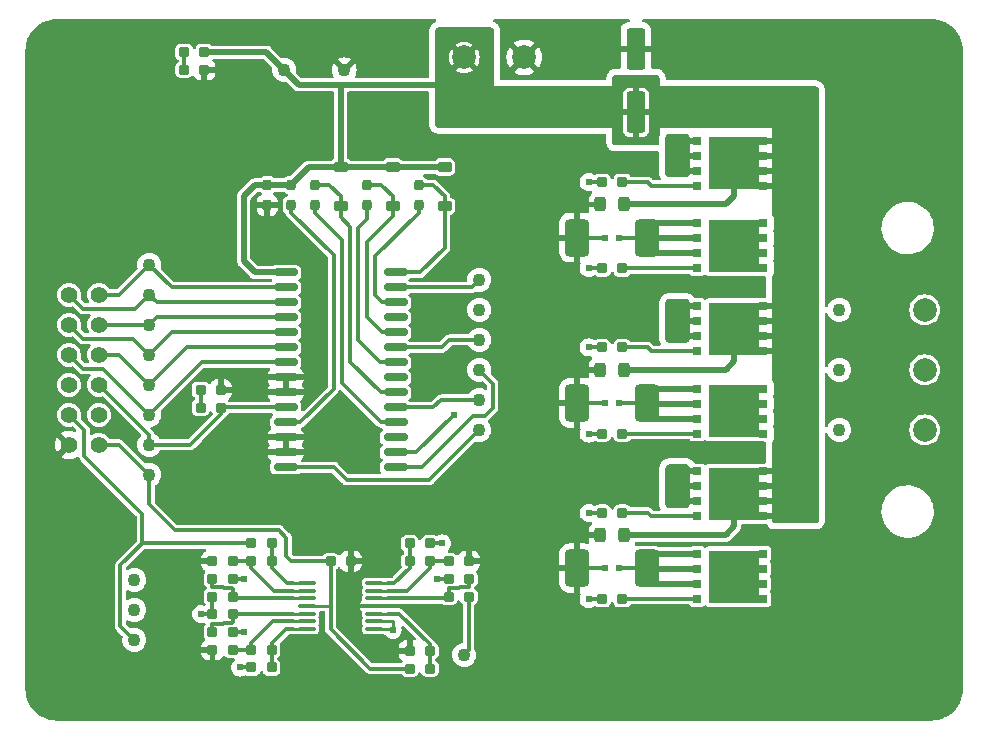
<source format=gtl>
G04 #@! TF.GenerationSoftware,KiCad,Pcbnew,7.0.6*
G04 #@! TF.CreationDate,2023-12-17T20:00:09+09:00*
G04 #@! TF.ProjectId,EB-BLDC,45422d42-4c44-4432-9e6b-696361645f70,V1_0*
G04 #@! TF.SameCoordinates,Original*
G04 #@! TF.FileFunction,Copper,L1,Top*
G04 #@! TF.FilePolarity,Positive*
%FSLAX46Y46*%
G04 Gerber Fmt 4.6, Leading zero omitted, Abs format (unit mm)*
G04 Created by KiCad (PCBNEW 7.0.6) date 2023-12-17 20:00:09*
%MOMM*%
%LPD*%
G01*
G04 APERTURE LIST*
G04 Aperture macros list*
%AMRoundRect*
0 Rectangle with rounded corners*
0 $1 Rounding radius*
0 $2 $3 $4 $5 $6 $7 $8 $9 X,Y pos of 4 corners*
0 Add a 4 corners polygon primitive as box body*
4,1,4,$2,$3,$4,$5,$6,$7,$8,$9,$2,$3,0*
0 Add four circle primitives for the rounded corners*
1,1,$1+$1,$2,$3*
1,1,$1+$1,$4,$5*
1,1,$1+$1,$6,$7*
1,1,$1+$1,$8,$9*
0 Add four rect primitives between the rounded corners*
20,1,$1+$1,$2,$3,$4,$5,0*
20,1,$1+$1,$4,$5,$6,$7,0*
20,1,$1+$1,$6,$7,$8,$9,0*
20,1,$1+$1,$8,$9,$2,$3,0*%
G04 Aperture macros list end*
G04 #@! TA.AperFunction,SMDPad,CuDef*
%ADD10R,0.700000X0.700000*%
G04 #@! TD*
G04 #@! TA.AperFunction,SMDPad,CuDef*
%ADD11R,4.350000X4.510000*%
G04 #@! TD*
G04 #@! TA.AperFunction,SMDPad,CuDef*
%ADD12RoundRect,0.200000X-0.200000X0.250000X-0.200000X-0.250000X0.200000X-0.250000X0.200000X0.250000X0*%
G04 #@! TD*
G04 #@! TA.AperFunction,SMDPad,CuDef*
%ADD13RoundRect,0.200000X-0.250000X-0.200000X0.250000X-0.200000X0.250000X0.200000X-0.250000X0.200000X0*%
G04 #@! TD*
G04 #@! TA.AperFunction,ComponentPad*
%ADD14C,1.100000*%
G04 #@! TD*
G04 #@! TA.AperFunction,SMDPad,CuDef*
%ADD15RoundRect,0.250000X0.550000X-1.500000X0.550000X1.500000X-0.550000X1.500000X-0.550000X-1.500000X0*%
G04 #@! TD*
G04 #@! TA.AperFunction,ComponentPad*
%ADD16C,2.000000*%
G04 #@! TD*
G04 #@! TA.AperFunction,SMDPad,CuDef*
%ADD17RoundRect,0.225000X0.375000X-0.225000X0.375000X0.225000X-0.375000X0.225000X-0.375000X-0.225000X0*%
G04 #@! TD*
G04 #@! TA.AperFunction,SMDPad,CuDef*
%ADD18RoundRect,0.200000X0.250000X0.200000X-0.250000X0.200000X-0.250000X-0.200000X0.250000X-0.200000X0*%
G04 #@! TD*
G04 #@! TA.AperFunction,SMDPad,CuDef*
%ADD19RoundRect,0.250000X0.250000X0.350000X-0.250000X0.350000X-0.250000X-0.350000X0.250000X-0.350000X0*%
G04 #@! TD*
G04 #@! TA.AperFunction,SMDPad,CuDef*
%ADD20RoundRect,0.150000X-0.875000X-0.150000X0.875000X-0.150000X0.875000X0.150000X-0.875000X0.150000X0*%
G04 #@! TD*
G04 #@! TA.AperFunction,SMDPad,CuDef*
%ADD21RoundRect,0.428572X0.621428X1.171428X-0.621428X1.171428X-0.621428X-1.171428X0.621428X-1.171428X0*%
G04 #@! TD*
G04 #@! TA.AperFunction,SMDPad,CuDef*
%ADD22RoundRect,0.075000X-0.662500X-0.075000X0.662500X-0.075000X0.662500X0.075000X-0.662500X0.075000X0*%
G04 #@! TD*
G04 #@! TA.AperFunction,ComponentPad*
%ADD23C,1.400000*%
G04 #@! TD*
G04 #@! TA.AperFunction,ViaPad*
%ADD24C,0.609600*%
G04 #@! TD*
G04 #@! TA.AperFunction,Conductor*
%ADD25C,0.508000*%
G04 #@! TD*
G04 #@! TA.AperFunction,Conductor*
%ADD26C,0.304800*%
G04 #@! TD*
G04 #@! TA.AperFunction,Conductor*
%ADD27C,0.254000*%
G04 #@! TD*
G04 APERTURE END LIST*
D10*
X17200000Y12405000D03*
X17200000Y11135000D03*
X17200000Y9865000D03*
X17200000Y8595000D03*
D11*
X20330000Y10500000D03*
D10*
X22800000Y12405000D03*
X22800000Y11135000D03*
X22800000Y9865000D03*
X22800000Y8595000D03*
D12*
X-19200000Y15650000D03*
X-19200000Y13950000D03*
D13*
X-7150000Y-23800000D03*
X-5450000Y-23800000D03*
X9150000Y1900000D03*
X10850000Y1900000D03*
D14*
X-1270000Y7620000D03*
D15*
X12000000Y21800000D03*
X12000000Y27200000D03*
D16*
X-2540000Y26455000D03*
X2540000Y26455000D03*
D13*
X-24850000Y-3200000D03*
X-23150000Y-3200000D03*
D10*
X17200000Y-15595000D03*
X17200000Y-16865000D03*
X17200000Y-18135000D03*
X17200000Y-19405000D03*
D11*
X20330000Y-17500000D03*
D10*
X22800000Y-15595000D03*
X22800000Y-16865000D03*
X22800000Y-18135000D03*
X22800000Y-19405000D03*
D17*
X-4200000Y13850000D03*
X-4200000Y17150000D03*
D10*
X17200000Y-1595000D03*
X17200000Y-2865000D03*
X17200000Y-4135000D03*
X17200000Y-5405000D03*
D11*
X20330000Y-3500000D03*
D10*
X22800000Y-1595000D03*
X22800000Y-2865000D03*
X22800000Y-4135000D03*
X22800000Y-5405000D03*
D18*
X-24550000Y25400000D03*
X-26250000Y25400000D03*
D12*
X-6400000Y15650000D03*
X-6400000Y13950000D03*
D14*
X-1270000Y-5080000D03*
D18*
X-22150000Y-16200000D03*
X-23850000Y-16200000D03*
D13*
X-26250000Y26900000D03*
X-24550000Y26900000D03*
D12*
X-10800000Y15650000D03*
X-10800000Y13950000D03*
D18*
X-23150000Y-1700000D03*
X-24850000Y-1700000D03*
X-2150000Y-19200000D03*
X-3850000Y-19200000D03*
D13*
X9150000Y-19400000D03*
X10850000Y-19400000D03*
D18*
X-5450000Y-14700000D03*
X-7150000Y-14700000D03*
D14*
X-29210000Y6350000D03*
X-12700000Y25400000D03*
X-2540000Y-24130000D03*
D19*
X11000000Y0D03*
X9000000Y0D03*
D12*
X-15200000Y15650000D03*
X-15200000Y13950000D03*
D13*
X9150000Y-5400000D03*
X10850000Y-5400000D03*
D14*
X-29210000Y-1270000D03*
X-29210000Y1270000D03*
X-30480000Y-17780000D03*
X-29210000Y-3810000D03*
D13*
X-3850000Y-17700000D03*
X-2150000Y-17700000D03*
D20*
X-17650000Y8255000D03*
X-17650000Y6985000D03*
X-17650000Y5715000D03*
X-17650000Y4445000D03*
X-17650000Y3175000D03*
X-17650000Y1905000D03*
X-17650000Y635000D03*
X-17650000Y-635000D03*
X-17650000Y-1905000D03*
X-17650000Y-3175000D03*
X-17650000Y-4445000D03*
X-17650000Y-5715000D03*
X-17650000Y-6985000D03*
X-17650000Y-8255000D03*
X-8350000Y-8255000D03*
X-8350000Y-6985000D03*
X-8350000Y-5715000D03*
X-8350000Y-4445000D03*
X-8350000Y-3175000D03*
X-8350000Y-1905000D03*
X-8350000Y-635000D03*
X-8350000Y635000D03*
X-8350000Y1905000D03*
X-8350000Y3175000D03*
X-8350000Y4445000D03*
X-8350000Y5715000D03*
X-8350000Y6985000D03*
X-8350000Y8255000D03*
D17*
X-8600000Y13850000D03*
X-8600000Y17150000D03*
D14*
X-17780000Y25400000D03*
D13*
X9150000Y15900000D03*
X10850000Y15900000D03*
D18*
X-22150000Y-19200000D03*
X-23850000Y-19200000D03*
D13*
X-7150000Y-16200000D03*
X-5450000Y-16200000D03*
D14*
X-30480000Y-20320000D03*
D10*
X17200000Y5405000D03*
X17200000Y4135000D03*
X17200000Y2865000D03*
X17200000Y1595000D03*
D11*
X20330000Y3500000D03*
D10*
X22800000Y5405000D03*
X22800000Y4135000D03*
X22800000Y2865000D03*
X22800000Y1595000D03*
X17200000Y-8595000D03*
X17200000Y-9865000D03*
X17200000Y-11135000D03*
X17200000Y-12405000D03*
D11*
X20330000Y-10500000D03*
D10*
X22800000Y-8595000D03*
X22800000Y-9865000D03*
X22800000Y-11135000D03*
X22800000Y-12405000D03*
D18*
X-5450000Y-25300000D03*
X-7150000Y-25300000D03*
D21*
X12962500Y11200000D03*
X7037500Y11200000D03*
D18*
X-18850000Y-25200000D03*
X-20550000Y-25200000D03*
D14*
X29210000Y5080000D03*
D16*
X36455000Y5080000D03*
X36455000Y0D03*
X36455000Y-5080000D03*
D21*
X12962500Y-2800000D03*
X7037500Y-2800000D03*
D22*
X-15862500Y-18050000D03*
X-15862500Y-18700000D03*
X-15862500Y-19350000D03*
X-15862500Y-20000000D03*
X-15862500Y-20650000D03*
X-15862500Y-21300000D03*
X-15862500Y-21950000D03*
X-10137500Y-21950000D03*
X-10137500Y-21300000D03*
X-10137500Y-20650000D03*
X-10137500Y-20000000D03*
X-10137500Y-19350000D03*
X-10137500Y-18700000D03*
X-10137500Y-18050000D03*
D18*
X-18850000Y-14700000D03*
X-20550000Y-14700000D03*
D13*
X-20550000Y-16200000D03*
X-18850000Y-16200000D03*
D17*
X-13000000Y13850000D03*
X-13000000Y17150000D03*
D23*
X-33460000Y6350000D03*
X-36000000Y6350000D03*
X-33460000Y3810000D03*
X-36000000Y3810000D03*
X-33460000Y1270000D03*
X-36000000Y1270000D03*
X-33460000Y-1270000D03*
X-36000000Y-1270000D03*
X-33460000Y-3810000D03*
X-36000000Y-3810000D03*
X-33460000Y-6350000D03*
X-36000000Y-6350000D03*
D13*
X-23850000Y-17700000D03*
X-22150000Y-17700000D03*
D21*
X12962500Y-16800000D03*
X7037500Y-16800000D03*
D14*
X29210000Y-5080000D03*
X-1270000Y5080000D03*
X-29210000Y3810000D03*
D13*
X-23850000Y-22200000D03*
X-22150000Y-22200000D03*
X-13850000Y-16200000D03*
X-12150000Y-16200000D03*
D10*
X17200000Y19405000D03*
X17200000Y18135000D03*
X17200000Y16865000D03*
X17200000Y15595000D03*
D11*
X20330000Y17500000D03*
D10*
X22800000Y19405000D03*
X22800000Y18135000D03*
X22800000Y16865000D03*
X22800000Y15595000D03*
D18*
X-2150000Y-16200000D03*
X-3850000Y-16200000D03*
D13*
X9150000Y-12100000D03*
X10850000Y-12100000D03*
D14*
X-29210000Y-6350000D03*
D12*
X-17200000Y15650000D03*
X-17200000Y13950000D03*
D13*
X-20550000Y-23700000D03*
X-18850000Y-23700000D03*
D19*
X11000000Y-14000000D03*
X9000000Y-14000000D03*
D18*
X-22150000Y-20700000D03*
X-23850000Y-20700000D03*
D14*
X-29210000Y-8890000D03*
D19*
X11000000Y14000000D03*
X9000000Y14000000D03*
D14*
X-1270000Y2540000D03*
X29210000Y0D03*
X-30480000Y-22860000D03*
D18*
X-22150000Y-23700000D03*
X-23850000Y-23700000D03*
D14*
X-1270000Y0D03*
X-1270000Y-2540000D03*
D13*
X9150000Y8600000D03*
X10850000Y8600000D03*
D14*
X-29210000Y8890000D03*
D24*
X-15000000Y0D03*
X37500000Y27500000D03*
X5000000Y15000000D03*
X-15000000Y-10000000D03*
X30000000Y22500000D03*
X-27500000Y-7500000D03*
X-37500000Y15000000D03*
X-25000000Y-7500000D03*
X-25000000Y-12500000D03*
X-27500000Y27500000D03*
X27500000Y-22500000D03*
X32500000Y27500000D03*
X27500000Y-17500000D03*
X-15000000Y2500000D03*
X-15000000Y5000000D03*
X-25000000Y22500000D03*
X-25000000Y12500000D03*
X7500000Y27500000D03*
X32500000Y25000000D03*
X-22500000Y-5000000D03*
X-30000000Y15000000D03*
X30000000Y-25000000D03*
X-27500000Y-10000000D03*
X-22500000Y-7500000D03*
X17500000Y-25000000D03*
X37500000Y17500000D03*
X7500000Y5000000D03*
X-37500000Y-12500000D03*
X17500000Y-27500000D03*
X27500000Y27500000D03*
X-22500000Y12500000D03*
X-27500000Y-27500000D03*
X22500000Y27500000D03*
X-17500000Y-27500000D03*
X-35000000Y15000000D03*
X-32500000Y12500000D03*
X-24800000Y-16200000D03*
X-25000000Y17500000D03*
X-37500000Y27500000D03*
X30000000Y27500000D03*
X-37500000Y22500000D03*
X0Y15000000D03*
X35000000Y20000000D03*
X15000000Y-25000000D03*
X-37500000Y5000000D03*
X-1200000Y-16200000D03*
X9400000Y-2800000D03*
X22500000Y-25000000D03*
X-10000000Y-12500000D03*
X-27500000Y-5000000D03*
X-37500000Y0D03*
X-37500000Y-20000000D03*
X2500000Y-15000000D03*
X-30000000Y12500000D03*
X-12500000Y-7500000D03*
X32500000Y17500000D03*
X35000000Y17500000D03*
X30000000Y-17500000D03*
X-30000000Y25000000D03*
X25000000Y-27500000D03*
X17500000Y27500000D03*
X5000000Y-27500000D03*
X-7500000Y-12500000D03*
X-30000000Y27500000D03*
X9400000Y-16800000D03*
X32500000Y22500000D03*
X-35000000Y-12500000D03*
X35000000Y-25000000D03*
X35000000Y25000000D03*
X-2500000Y-27500000D03*
X-17500000Y10000000D03*
X-20000000Y-27500000D03*
X-24800000Y-23700000D03*
X-25000000Y20000000D03*
X-5000000Y-27500000D03*
X-35000000Y25000000D03*
X-35000000Y-15000000D03*
X0Y-15000000D03*
X17500000Y-22500000D03*
X0Y-25000000D03*
X7500000Y17500000D03*
X10000000Y-27500000D03*
X30000000Y25000000D03*
X-35000000Y-20000000D03*
X-37500000Y2500000D03*
X25000000Y-20000000D03*
X27500000Y-25000000D03*
X20000000Y27500000D03*
X-32500000Y-25000000D03*
X30000000Y17500000D03*
X2500000Y7500000D03*
X-37500000Y25000000D03*
X-35000000Y27500000D03*
X-27500000Y15000000D03*
X-15000000Y-25000000D03*
X30000000Y-15000000D03*
X-22500000Y25000000D03*
X37500000Y20000000D03*
X-35000000Y12500000D03*
X-15000000Y-5000000D03*
X10000000Y17500000D03*
X32500000Y-22500000D03*
X35000000Y-15000000D03*
X37500000Y-15000000D03*
X-15000000Y27500000D03*
X-25000000Y17500000D03*
X0Y-10000000D03*
X32500000Y15000000D03*
X-20000000Y25000000D03*
X35000000Y-17500000D03*
X30000000Y15000000D03*
X32500000Y-25000000D03*
X-15000000Y20000000D03*
X35000000Y27500000D03*
X12500000Y5000000D03*
X-35000000Y-27500000D03*
X-35000000Y17500000D03*
X-32500000Y17500000D03*
X-15000000Y22500000D03*
X-20000000Y-7500000D03*
X-27500000Y25000000D03*
X12500000Y17500000D03*
X-32500000Y-27500000D03*
X-17500000Y20000000D03*
X27500000Y-20000000D03*
X-22500000Y22500000D03*
X-10000000Y22500000D03*
X-35000000Y-22500000D03*
X32500000Y-27500000D03*
X-20000000Y17500000D03*
X30000000Y-20000000D03*
X2500000Y0D03*
X-2500000Y10000000D03*
X-27500000Y12500000D03*
X-5000000Y-12500000D03*
X-22500000Y-12500000D03*
X2500000Y15000000D03*
X37500000Y25000000D03*
X7500000Y-7500000D03*
X-15000000Y-12500000D03*
X-37500000Y10000000D03*
X15000000Y-22500000D03*
X27500000Y-15000000D03*
X5000000Y27500000D03*
X35000000Y22500000D03*
X-27500000Y10000000D03*
X-20000000Y22500000D03*
X-22500000Y-27500000D03*
X-12500000Y27500000D03*
X-5000000Y0D03*
X2500000Y-25000000D03*
X-37500000Y-2500000D03*
X-22500000Y15000000D03*
X-2500000Y-10000000D03*
X22500000Y-27500000D03*
X-35000000Y-17500000D03*
X-10000000Y-27500000D03*
X-20000000Y20000000D03*
X-7500000Y-27500000D03*
X37500000Y-25000000D03*
X32500000Y20000000D03*
X25000000Y27500000D03*
X27500000Y-27500000D03*
X35000000Y15000000D03*
X0Y-12500000D03*
X-10000000Y27500000D03*
X-37500000Y-5000000D03*
X-2500000Y15000000D03*
X-25000000Y10000000D03*
X-20000000Y-5000000D03*
X-25000000Y-10000000D03*
X-20000000Y-12500000D03*
X20000000Y-22500000D03*
X-32500000Y20000000D03*
X37500000Y22500000D03*
X20000000Y-27500000D03*
X12500000Y-27500000D03*
X-27500000Y22500000D03*
X30000000Y-22500000D03*
X9400000Y11200000D03*
X-20000000Y-10000000D03*
X30000000Y-27500000D03*
X25000000Y-17500000D03*
X-17500000Y17500000D03*
X2500000Y-2500000D03*
X-25000000Y-27500000D03*
X37500000Y-22500000D03*
X0Y12500000D03*
X-7500000Y20000000D03*
X-2500000Y-12500000D03*
X-37500000Y12500000D03*
X35000000Y-22500000D03*
X-27500000Y17500000D03*
X5000000Y-2500000D03*
X-25000000Y15000000D03*
X-2500000Y17500000D03*
X-22500000Y-10000000D03*
X32500000Y-17500000D03*
X5000000Y17500000D03*
X-12500000Y-12500000D03*
X37500000Y-10000000D03*
X2500000Y-12500000D03*
X-22500000Y-27500000D03*
X-37500000Y20000000D03*
X15000000Y-27500000D03*
X-37500000Y-10000000D03*
X-37500000Y-22500000D03*
X-12500000Y-27500000D03*
X-7500000Y27500000D03*
X10000000Y-25000000D03*
X-12500000Y-25000000D03*
X37500000Y-20000000D03*
X-15000000Y-27500000D03*
X-7500000Y22500000D03*
X7500000Y-27500000D03*
X-22500000Y17500000D03*
X0Y10000000D03*
X-30000000Y20000000D03*
X-2500000Y12500000D03*
X0Y17500000D03*
X25000000Y-25000000D03*
X37500000Y10000000D03*
X12500000Y7500000D03*
X-12500000Y-5000000D03*
X7500000Y-10000000D03*
X-37500000Y-15000000D03*
X-5000000Y5000000D03*
X37500000Y15000000D03*
X-37500000Y-7500000D03*
X35000000Y-20000000D03*
X-32500000Y10000000D03*
X-15000000Y7500000D03*
X0Y-27500000D03*
X-32500000Y22500000D03*
X-37500000Y27500000D03*
X37500000Y-17500000D03*
X5000000Y-25000000D03*
X2500000Y5000000D03*
X-35000000Y10000000D03*
X-32500000Y25000000D03*
X-30000000Y-27500000D03*
X37500000Y-27500000D03*
X-10000000Y20000000D03*
X20000000Y-25000000D03*
X15000000Y27500000D03*
X-17500000Y22500000D03*
X-37500000Y-27500000D03*
X-32500000Y27500000D03*
X-35000000Y20000000D03*
X-22500000Y20000000D03*
X5000000Y5000000D03*
X-27500000Y20000000D03*
X7500000Y-25000000D03*
X2500000Y17500000D03*
X22500000Y-22500000D03*
X32500000Y-20000000D03*
X-32500000Y15000000D03*
X-35000000Y-10000000D03*
X-17500000Y-10000000D03*
X25000000Y-15000000D03*
X-37500000Y-7500000D03*
X2500000Y-27500000D03*
X-37500000Y-25000000D03*
X32500000Y-15000000D03*
X30000000Y20000000D03*
X-20000000Y10000000D03*
X5000000Y0D03*
X0Y-22500000D03*
X25000000Y-22500000D03*
X-37500000Y17500000D03*
X12500000Y-25000000D03*
X-22500000Y10000000D03*
X-37500000Y-17500000D03*
X2500000Y12500000D03*
X-35000000Y22500000D03*
X35000000Y-27500000D03*
X5000000Y7500000D03*
X-30000000Y22500000D03*
X35000000Y-27500000D03*
X-37500000Y7500000D03*
X-17500000Y-12500000D03*
X-35000000Y-25000000D03*
X-30000000Y17500000D03*
X-21500000Y-25200000D03*
X-4400000Y-14700000D03*
X19000000Y9200000D03*
X15087600Y18135600D03*
X20300000Y10500000D03*
X19000000Y11800000D03*
X21600000Y11800000D03*
X20300000Y9200000D03*
X16205200Y18135600D03*
X15087600Y16865600D03*
X21600000Y10500000D03*
X20300000Y11800000D03*
X21600000Y9200000D03*
X16205200Y16865600D03*
X15036800Y19405600D03*
X16205200Y19405600D03*
X19000000Y10500000D03*
X21600000Y-4800000D03*
X20300000Y-4800000D03*
X19000000Y-3500000D03*
X21600000Y-2200000D03*
X19000000Y-4800000D03*
X15087600Y5410200D03*
X19000000Y-2200000D03*
X20300000Y-3500000D03*
X21600000Y-3500000D03*
X15087600Y4140200D03*
X16205200Y4140200D03*
X16205200Y2870200D03*
X16205200Y5410200D03*
X20300000Y-2200000D03*
X15087600Y2870200D03*
X21600000Y-16200000D03*
X16205200Y-8585200D03*
X16205200Y-9880600D03*
X19000000Y-18800000D03*
X20300000Y-18800000D03*
X19000000Y-16200000D03*
X15087600Y-11150600D03*
X20300000Y-17500000D03*
X15087600Y-8585200D03*
X15087600Y-9880600D03*
X19000000Y-17500000D03*
X21600000Y-17500000D03*
X21600000Y-18800000D03*
X16205200Y-11150600D03*
X20300000Y-16200000D03*
X10600000Y11200000D03*
X-21200000Y-22200000D03*
X-4800000Y-17700000D03*
X10600000Y-2800000D03*
X-21200000Y-17700000D03*
X10600000Y-16800000D03*
X8000000Y15900000D03*
X8000000Y8600000D03*
X-3400000Y-3800000D03*
X8000000Y1900000D03*
X8000000Y-5400000D03*
X8000000Y-12100000D03*
X8000000Y-19400000D03*
X-8600000Y-22000000D03*
X-24800000Y-20700000D03*
D25*
X-19280000Y26900000D02*
X-24550000Y26900000D01*
X-17200000Y15650000D02*
X-19200000Y15650000D01*
X22800000Y-12405000D02*
X23905000Y-12405000D01*
X-13000000Y24136400D02*
X-16516400Y24136400D01*
X11000000Y0D02*
X19593000Y0D01*
X22800000Y18135000D02*
X23865000Y18135000D01*
X22800000Y16865000D02*
X23865000Y16865000D01*
X-15700000Y17150000D02*
X-17200000Y15650000D01*
X19593000Y14000000D02*
X20330000Y14737000D01*
X11000000Y-14000000D02*
X19593000Y-14000000D01*
X-21200000Y14700000D02*
X-21200000Y9200000D01*
X22800000Y5405000D02*
X23905000Y5405000D01*
X11000000Y14000000D02*
X19593000Y14000000D01*
X20330000Y14737000D02*
X20330000Y17500000D01*
X-4858600Y24136400D02*
X-13000000Y24136400D01*
X22800000Y-8595000D02*
X23905000Y-8595000D01*
X22800000Y-11135000D02*
X23865000Y-11135000D01*
X19593000Y-14000000D02*
X20330000Y-13263000D01*
X-19200000Y15650000D02*
X-20250000Y15650000D01*
X-20255000Y8255000D02*
X-17650000Y8255000D01*
X19593000Y0D02*
X20330000Y737000D01*
X22800000Y1595000D02*
X23905000Y1595000D01*
X-16516400Y24136400D02*
X-17780000Y25400000D01*
X-2540000Y26455000D02*
X-4858600Y24136400D01*
X20330000Y-13263000D02*
X20330000Y-10500000D01*
X-20250000Y15650000D02*
X-21200000Y14700000D01*
X22800000Y4135000D02*
X23865000Y4135000D01*
X22800000Y-9865000D02*
X23865000Y-9865000D01*
X22800000Y15595000D02*
X23905000Y15595000D01*
X22800000Y2865000D02*
X23865000Y2865000D01*
X-13000000Y17150000D02*
X-13000000Y24136400D01*
X20330000Y737000D02*
X20330000Y3500000D01*
X-17780000Y25400000D02*
X-19280000Y26900000D01*
X-13000000Y17150000D02*
X-15700000Y17150000D01*
X22800000Y19405000D02*
X23905000Y19405000D01*
X-13000000Y17150000D02*
X-4200000Y17150000D01*
X-21200000Y9200000D02*
X-20255000Y8255000D01*
D26*
X7037500Y11200000D02*
X9400000Y11200000D01*
X-12150000Y-22450000D02*
X-12150000Y-17700000D01*
X-1200000Y-16200000D02*
X-2150000Y-16200000D01*
X-24800000Y-16200000D02*
X-23850000Y-16200000D01*
X7037500Y-2800000D02*
X9400000Y-2800000D01*
X-7150000Y-23800000D02*
X-10800000Y-23800000D01*
X-10800000Y-23800000D02*
X-12150000Y-22450000D01*
X7037500Y-16800000D02*
X9400000Y-16800000D01*
X-12150000Y-16200000D02*
X-12150000Y-17700000D01*
X-12150000Y-17700000D02*
X-12150000Y-20000000D01*
D27*
X-12150000Y-20000000D02*
X-10137500Y-20000000D01*
D26*
X-24800000Y-23700000D02*
X-23850000Y-23700000D01*
X-6245000Y8255000D02*
X-8350000Y8255000D01*
X-5150000Y15650000D02*
X-4200000Y14700000D01*
X-6400000Y15650000D02*
X-5150000Y15650000D01*
X-4200000Y10300000D02*
X-6245000Y8255000D01*
X-4200000Y14700000D02*
X-4200000Y13850000D01*
X-4200000Y13850000D02*
X-4200000Y10300000D01*
X-10100000Y9600000D02*
X-10100000Y6300000D01*
X-9515000Y5715000D02*
X-8350000Y5715000D01*
X-10100000Y6300000D02*
X-9515000Y5715000D01*
X-6400000Y13300000D02*
X-10100000Y9600000D01*
X-6400000Y13950000D02*
X-6400000Y13300000D01*
X-9550000Y15650000D02*
X-8600000Y14700000D01*
X-8600000Y13850000D02*
X-8600000Y13000000D01*
X-8600000Y13000000D02*
X-10800000Y10800000D01*
X-9475000Y3175000D02*
X-8350000Y3175000D01*
X-8600000Y14700000D02*
X-8600000Y13850000D01*
X-10800000Y10800000D02*
X-10800000Y4500000D01*
X-10800000Y4500000D02*
X-9475000Y3175000D01*
X-10800000Y15650000D02*
X-9550000Y15650000D01*
X-11500000Y12050000D02*
X-11500000Y2500000D01*
X-10800000Y13950000D02*
X-10800000Y12750000D01*
X-11500000Y2500000D02*
X-9635000Y635000D01*
X-9635000Y635000D02*
X-8350000Y635000D01*
X-10800000Y12750000D02*
X-11500000Y12050000D01*
X-15200000Y15650000D02*
X-13950000Y15650000D01*
X-12200000Y700000D02*
X-9595000Y-1905000D01*
X-13000000Y14700000D02*
X-13000000Y13850000D01*
X-13000000Y13850000D02*
X-13000000Y12900000D01*
X-12200000Y12100000D02*
X-12200000Y700000D01*
X-9595000Y-1905000D02*
X-8350000Y-1905000D01*
X-13950000Y15650000D02*
X-13000000Y14700000D01*
X-13000000Y12900000D02*
X-12200000Y12100000D01*
X-15200000Y13300000D02*
X-12900000Y11000000D01*
X-9555000Y-4445000D02*
X-8350000Y-4445000D01*
X-15200000Y13950000D02*
X-15200000Y13300000D01*
X-12900000Y-1100000D02*
X-9555000Y-4445000D01*
X-12900000Y11000000D02*
X-12900000Y-1100000D01*
X-17600000Y-14200000D02*
X-18200000Y-13600000D01*
X-29210000Y-11390000D02*
X-29210000Y-8890000D01*
X-7150000Y-25300000D02*
X-10500000Y-25300000D01*
D27*
X-13850000Y-20000000D02*
X-15862500Y-20000000D01*
D26*
X-29210000Y-8890000D02*
X-31750000Y-6350000D01*
X-17600000Y-15800000D02*
X-17600000Y-14200000D01*
X-18200000Y-13600000D02*
X-27000000Y-13600000D01*
X-27000000Y-13600000D02*
X-29210000Y-11390000D01*
X-13850000Y-16200000D02*
X-17200000Y-16200000D01*
X-31750000Y-6350000D02*
X-33460000Y-6350000D01*
X-13850000Y-21950000D02*
X-13850000Y-16200000D01*
X-17200000Y-16200000D02*
X-17600000Y-15800000D01*
X-13850000Y-16200000D02*
X-13850000Y-20000000D01*
X-10500000Y-25300000D02*
X-13850000Y-21950000D01*
X-26250000Y26900000D02*
X-26250000Y25400000D01*
X-24850000Y-1700000D02*
X-24850000Y-3200000D01*
X-29210000Y8890000D02*
X-31750000Y6350000D01*
X-31750000Y6350000D02*
X-33460000Y6350000D01*
X-17650000Y6985000D02*
X-27305000Y6985000D01*
X-27305000Y6985000D02*
X-29210000Y8890000D01*
X-29210000Y6350000D02*
X-30372000Y5188000D01*
X-28575000Y5715000D02*
X-29210000Y6350000D01*
X-17650000Y5715000D02*
X-28575000Y5715000D01*
X-30372000Y5188000D02*
X-34838000Y5188000D01*
X-34838000Y5188000D02*
X-36000000Y6350000D01*
X-28575000Y4445000D02*
X-29210000Y3810000D01*
X-29210000Y3810000D02*
X-33460000Y3810000D01*
X-17650000Y4445000D02*
X-28575000Y4445000D01*
X-27305000Y3175000D02*
X-29210000Y1270000D01*
X-34838000Y2648000D02*
X-36000000Y3810000D01*
X-30588000Y2648000D02*
X-34838000Y2648000D01*
X-17650000Y3175000D02*
X-27305000Y3175000D01*
X-29210000Y1270000D02*
X-30588000Y2648000D01*
X-17650000Y1905000D02*
X-26035000Y1905000D01*
X-31750000Y1270000D02*
X-33460000Y1270000D01*
X-26035000Y1905000D02*
X-29210000Y-1270000D01*
X-29210000Y-1270000D02*
X-31750000Y1270000D01*
X-17650000Y635000D02*
X-24765000Y635000D01*
X-24765000Y635000D02*
X-29210000Y-3810000D01*
X-34838000Y108000D02*
X-36000000Y1270000D01*
X-29210000Y-3810000D02*
X-33128000Y108000D01*
X-33128000Y108000D02*
X-34838000Y108000D01*
X-29210000Y-6350000D02*
X-25750000Y-6350000D01*
X-23125000Y-3175000D02*
X-23150000Y-3200000D01*
X-23150000Y-3750000D02*
X-23150000Y-3200000D01*
X-17650000Y-3175000D02*
X-23125000Y-3175000D01*
X-29210000Y-5520000D02*
X-33460000Y-1270000D01*
X-25750000Y-6350000D02*
X-23150000Y-3750000D01*
X-29210000Y-6350000D02*
X-29210000Y-5520000D01*
X-20550000Y-25200000D02*
X-21500000Y-25200000D01*
X-5450000Y-14700000D02*
X-4400000Y-14700000D01*
X-36000000Y-3810000D02*
X-34700000Y-5110000D01*
X-31642000Y-16558000D02*
X-31642000Y-21698000D01*
X-29800000Y-14716000D02*
X-31642000Y-16558000D01*
X-34700000Y-7300000D02*
X-29800000Y-12200000D01*
X-34700000Y-5110000D02*
X-34700000Y-7300000D01*
X-20550000Y-14700000D02*
X-29784000Y-14700000D01*
X-29800000Y-12200000D02*
X-29800000Y-14716000D01*
X-31642000Y-21698000D02*
X-30480000Y-22860000D01*
X-29784000Y-14700000D02*
X-31642000Y-16558000D01*
D25*
X16205800Y16865000D02*
X16205200Y16865600D01*
X16205800Y18135000D02*
X16205200Y18135600D01*
X17200000Y16865000D02*
X16205800Y16865000D01*
X17200000Y19405000D02*
X16205800Y19405000D01*
X16205800Y19405000D02*
X16205200Y19405600D01*
X17200000Y18135000D02*
X16205800Y18135000D01*
X16210400Y4135000D02*
X16205200Y4140200D01*
X17200000Y4135000D02*
X16210400Y4135000D01*
X17200000Y5405000D02*
X16210400Y5405000D01*
X17200000Y2865000D02*
X16210400Y2865000D01*
X16210400Y5405000D02*
X16205200Y5410200D01*
X16210400Y2865000D02*
X16205200Y2870200D01*
X16220800Y-11135000D02*
X16205200Y-11150600D01*
X17200000Y-8595000D02*
X16215000Y-8595000D01*
X17200000Y-11135000D02*
X16220800Y-11135000D01*
X16215000Y-8595000D02*
X16205200Y-8585200D01*
X17200000Y-9865000D02*
X16220800Y-9865000D01*
X16220800Y-9865000D02*
X16205200Y-9880600D01*
D26*
X13305000Y15595000D02*
X13000000Y15900000D01*
X17200000Y15595000D02*
X13305000Y15595000D01*
X13000000Y15900000D02*
X10850000Y15900000D01*
D25*
X12962500Y12405000D02*
X12962500Y11200000D01*
X12962500Y9865000D02*
X12962500Y11200000D01*
D26*
X12962500Y11200000D02*
X10600000Y11200000D01*
D25*
X13027500Y11135000D02*
X12962500Y11200000D01*
X17200000Y12405000D02*
X12962500Y12405000D01*
D26*
X-21200000Y-22200000D02*
X-22150000Y-22200000D01*
D25*
X17200000Y11135000D02*
X13027500Y11135000D01*
X17200000Y9865000D02*
X12962500Y9865000D01*
D26*
X10855000Y8595000D02*
X10850000Y8600000D01*
X17200000Y8595000D02*
X10855000Y8595000D01*
X13305000Y1595000D02*
X13000000Y1900000D01*
X17200000Y1595000D02*
X13305000Y1595000D01*
X13000000Y1900000D02*
X10850000Y1900000D01*
D25*
X13027500Y-2865000D02*
X12962500Y-2800000D01*
X12995000Y-1595000D02*
X12962500Y-1627500D01*
D26*
X-4800000Y-17700000D02*
X-3850000Y-17700000D01*
D25*
X17200000Y-2865000D02*
X13027500Y-2865000D01*
X17200000Y-1595000D02*
X12995000Y-1595000D01*
X17200000Y-4135000D02*
X12962500Y-4135000D01*
X12962500Y-4135000D02*
X12962500Y-2800000D01*
D26*
X12962500Y-2800000D02*
X10600000Y-2800000D01*
D25*
X12962500Y-1627500D02*
X12962500Y-2800000D01*
D26*
X17200000Y-5405000D02*
X10855000Y-5405000D01*
X10855000Y-5405000D02*
X10850000Y-5400000D01*
X13305000Y-12405000D02*
X13000000Y-12100000D01*
X17200000Y-12405000D02*
X13305000Y-12405000D01*
X13000000Y-12100000D02*
X10850000Y-12100000D01*
X12962500Y-16800000D02*
X10600000Y-16800000D01*
D25*
X12962500Y-18135000D02*
X12962500Y-16800000D01*
X13027500Y-16865000D02*
X12962500Y-16800000D01*
X12962500Y-15595000D02*
X12962500Y-16800000D01*
X17200000Y-15595000D02*
X12962500Y-15595000D01*
X17200000Y-16865000D02*
X13027500Y-16865000D01*
D26*
X-21200000Y-17700000D02*
X-22150000Y-17700000D01*
D25*
X17200000Y-18135000D02*
X12962500Y-18135000D01*
D26*
X10855000Y-19405000D02*
X10850000Y-19400000D01*
X17200000Y-19405000D02*
X10855000Y-19405000D01*
X-13600000Y9700000D02*
X-13600000Y-1600000D01*
X-17200000Y13300000D02*
X-13600000Y9700000D01*
X-13600000Y-1600000D02*
X-16445000Y-4445000D01*
X-17200000Y13950000D02*
X-17200000Y13300000D01*
X-16445000Y-4445000D02*
X-17650000Y-4445000D01*
X9150000Y15900000D02*
X8000000Y15900000D01*
X-8350000Y6985000D02*
X-1905000Y6985000D01*
X-1905000Y6985000D02*
X-1270000Y7620000D01*
X-6585000Y-6985000D02*
X-3400000Y-3800000D01*
X9150000Y8600000D02*
X8000000Y8600000D01*
X-8350000Y-6985000D02*
X-6585000Y-6985000D01*
X9150000Y1900000D02*
X8000000Y1900000D01*
X-4445000Y1905000D02*
X-3810000Y2540000D01*
X-8350000Y1905000D02*
X-4445000Y1905000D01*
X-3810000Y2540000D02*
X-1270000Y2540000D01*
X-788684Y-3918000D02*
X-108000Y-3237316D01*
X-108000Y-3237316D02*
X-108000Y-1162000D01*
X-6136580Y-8255000D02*
X-1799580Y-3918000D01*
X-8350000Y-8255000D02*
X-6136580Y-8255000D01*
X9150000Y-5400000D02*
X8000000Y-5400000D01*
X-1799580Y-3918000D02*
X-788684Y-3918000D01*
X-108000Y-1162000D02*
X-1270000Y0D01*
X-5143420Y-3175000D02*
X-4508420Y-2540000D01*
X-8350000Y-3175000D02*
X-5143420Y-3175000D01*
X-4508420Y-2540000D02*
X-1270000Y-2540000D01*
X9150000Y-12100000D02*
X8000000Y-12100000D01*
X-17650000Y-8255000D02*
X-13545000Y-8255000D01*
X-12500000Y-9300000D02*
X-5490000Y-9300000D01*
X-5490000Y-9300000D02*
X-1270000Y-5080000D01*
X9150000Y-19400000D02*
X8000000Y-19400000D01*
X-13545000Y-8255000D02*
X-12500000Y-9300000D01*
X-17000000Y-18050000D02*
X-17550000Y-18050000D01*
X-18850000Y-14700000D02*
X-18850000Y-16200000D01*
X-17550000Y-18050000D02*
X-18850000Y-16750000D01*
X-18850000Y-16750000D02*
X-18850000Y-16200000D01*
D27*
X-15862500Y-18050000D02*
X-17000000Y-18050000D01*
D26*
X-18850000Y-23700000D02*
X-18850000Y-25200000D01*
D27*
X-15862500Y-21950000D02*
X-17000000Y-21950000D01*
D26*
X-17650000Y-21950000D02*
X-18850000Y-23150000D01*
X-17000000Y-21950000D02*
X-17650000Y-21950000D01*
X-18850000Y-23150000D02*
X-18850000Y-23700000D01*
D27*
X-15862500Y-18700000D02*
X-17000000Y-18700000D01*
D26*
X-20550000Y-16200000D02*
X-22150000Y-16200000D01*
X-20550000Y-16750000D02*
X-20550000Y-16200000D01*
X-17000000Y-18700000D02*
X-18600000Y-18700000D01*
X-18600000Y-18700000D02*
X-20550000Y-16750000D01*
X-22200000Y-18500000D02*
X-22900000Y-18500000D01*
X-22900000Y-18500000D02*
X-23000000Y-18400000D01*
D27*
X-15862500Y-19350000D02*
X-17000000Y-19350000D01*
D26*
X-17000000Y-19350000D02*
X-22000000Y-19350000D01*
X-23800000Y-18400000D02*
X-23850000Y-18350000D01*
X-23000000Y-18400000D02*
X-23800000Y-18400000D01*
X-22000000Y-19350000D02*
X-22150000Y-19200000D01*
X-22150000Y-18550000D02*
X-22200000Y-18500000D01*
X-23850000Y-18350000D02*
X-23850000Y-17700000D01*
X-22150000Y-19200000D02*
X-22150000Y-18550000D01*
D27*
X-8650000Y-21950000D02*
X-8600000Y-22000000D01*
D26*
X-23850000Y-19200000D02*
X-23850000Y-20700000D01*
D27*
X-8600000Y-21300000D02*
X-8600000Y-22000000D01*
D26*
X-2150000Y-19200000D02*
X-2150000Y-23740000D01*
D27*
X-10137500Y-21950000D02*
X-8650000Y-21950000D01*
D26*
X-2150000Y-23740000D02*
X-2540000Y-24130000D01*
D27*
X-10137500Y-21300000D02*
X-8600000Y-21300000D01*
D26*
X-23850000Y-20700000D02*
X-24800000Y-20700000D01*
D27*
X-15862500Y-20650000D02*
X-17000000Y-20650000D01*
D26*
X-23850000Y-21550000D02*
X-23850000Y-22200000D01*
X-17000000Y-20650000D02*
X-22100000Y-20650000D01*
X-22200000Y-21400000D02*
X-22900000Y-21400000D01*
X-23800000Y-21500000D02*
X-23850000Y-21550000D01*
X-22100000Y-20650000D02*
X-22150000Y-20700000D01*
X-22900000Y-21400000D02*
X-23000000Y-21500000D01*
X-22150000Y-20700000D02*
X-22150000Y-21350000D01*
X-22150000Y-21350000D02*
X-22200000Y-21400000D01*
X-23000000Y-21500000D02*
X-23800000Y-21500000D01*
X-18700000Y-21300000D02*
X-20550000Y-23150000D01*
X-20550000Y-23150000D02*
X-20550000Y-23700000D01*
X-17000000Y-21300000D02*
X-18700000Y-21300000D01*
D27*
X-15862500Y-21300000D02*
X-17000000Y-21300000D01*
D26*
X-22150000Y-23700000D02*
X-20550000Y-23700000D01*
D27*
X-10137500Y-18050000D02*
X-9000000Y-18050000D01*
D26*
X-7150000Y-14700000D02*
X-7150000Y-16200000D01*
X-7150000Y-16750000D02*
X-7150000Y-16200000D01*
X-8450000Y-18050000D02*
X-7150000Y-16750000D01*
X-9000000Y-18050000D02*
X-8450000Y-18050000D01*
X-5450000Y-16200000D02*
X-3850000Y-16200000D01*
X-9000000Y-18700000D02*
X-7400000Y-18700000D01*
D27*
X-10137500Y-18700000D02*
X-9000000Y-18700000D01*
D26*
X-5450000Y-16750000D02*
X-5450000Y-16200000D01*
X-7400000Y-18700000D02*
X-5450000Y-16750000D01*
X-4000000Y-19350000D02*
X-3850000Y-19200000D01*
D27*
X-10137500Y-19350000D02*
X-9000000Y-19350000D01*
D26*
X-3850000Y-18550000D02*
X-3800000Y-18500000D01*
X-3850000Y-19200000D02*
X-3850000Y-18550000D01*
X-3000000Y-18500000D02*
X-2900000Y-18400000D01*
X-9000000Y-19350000D02*
X-4000000Y-19350000D01*
X-2200000Y-18400000D02*
X-2150000Y-18350000D01*
X-3800000Y-18500000D02*
X-3000000Y-18500000D01*
X-2900000Y-18400000D02*
X-2200000Y-18400000D01*
X-2150000Y-18350000D02*
X-2150000Y-17700000D01*
X-5450000Y-23250000D02*
X-8050000Y-20650000D01*
D27*
X-10137500Y-20650000D02*
X-9000000Y-20650000D01*
D26*
X-5450000Y-23800000D02*
X-5450000Y-23250000D01*
X-5450000Y-25300000D02*
X-5450000Y-23800000D01*
X-8050000Y-20650000D02*
X-9000000Y-20650000D01*
G04 #@! TA.AperFunction,Conductor*
G36*
X-290176Y28997091D02*
G01*
X-217693Y28982673D01*
X-163117Y28960066D01*
X-114313Y28927456D01*
X-72543Y28885686D01*
X-39933Y28836882D01*
X-17326Y28782304D01*
X-2909Y28709823D01*
X0Y28680287D01*
X0Y24000000D01*
X9695200Y24000000D01*
X10000000Y24000000D01*
X10000000Y24680287D01*
X10002909Y24709823D01*
X10017326Y24782304D01*
X10039933Y24836882D01*
X10072543Y24885686D01*
X10114313Y24927456D01*
X10163117Y24960066D01*
X10217693Y24982673D01*
X10290176Y24997091D01*
X10319713Y25000000D01*
X11126628Y25000000D01*
X11174250Y24992315D01*
X11295570Y24952113D01*
X11295577Y24952112D01*
X11399453Y24941500D01*
X11399455Y24941500D01*
X12600546Y24941500D01*
X12704422Y24952112D01*
X12704424Y24952112D01*
X12704426Y24952113D01*
X12825754Y24992316D01*
X12873372Y25000000D01*
X13680287Y25000000D01*
X13709823Y24997091D01*
X13741692Y24990751D01*
X13782306Y24982673D01*
X13836882Y24960066D01*
X13885686Y24927456D01*
X13927456Y24885686D01*
X13960066Y24836882D01*
X13982673Y24782306D01*
X13997091Y24709825D01*
X14000000Y24680287D01*
X14000000Y24000000D01*
X27180287Y24000000D01*
X27209823Y23997091D01*
X27241692Y23990751D01*
X27282306Y23982673D01*
X27336882Y23960066D01*
X27385686Y23927456D01*
X27427456Y23885686D01*
X27460066Y23836882D01*
X27482673Y23782306D01*
X27497091Y23709825D01*
X27500000Y23680287D01*
X27500000Y-12680287D01*
X27497091Y-12709825D01*
X27482673Y-12782306D01*
X27460066Y-12836882D01*
X27427456Y-12885686D01*
X27385686Y-12927456D01*
X27336882Y-12960066D01*
X27282306Y-12982673D01*
X27241692Y-12990751D01*
X27209823Y-12997091D01*
X27180287Y-13000000D01*
X23819713Y-13000000D01*
X23790176Y-12997091D01*
X23717692Y-12982672D01*
X23663117Y-12960066D01*
X23614313Y-12927456D01*
X23572543Y-12885686D01*
X23539933Y-12836882D01*
X23517326Y-12782304D01*
X23502909Y-12709823D01*
X23500000Y-12680287D01*
X23500000Y-6186366D01*
X23520284Y-6110666D01*
X23530193Y-6095642D01*
X23600889Y-6001204D01*
X23651989Y-5864201D01*
X23658500Y-5803638D01*
X23658500Y-5006362D01*
X23651989Y-4945799D01*
X23606153Y-4822908D01*
X23598703Y-4744893D01*
X23606151Y-4717095D01*
X23651989Y-4594201D01*
X23658500Y-4533638D01*
X23658500Y-3736362D01*
X23651989Y-3675799D01*
X23606153Y-3552909D01*
X23598703Y-3474894D01*
X23606153Y-3447091D01*
X23643015Y-3348261D01*
X23651989Y-3324201D01*
X23658500Y-3263638D01*
X23658500Y-2466362D01*
X23651989Y-2405799D01*
X23606153Y-2282909D01*
X23598703Y-2204894D01*
X23606153Y-2177091D01*
X23651987Y-2054206D01*
X23651986Y-2054206D01*
X23651989Y-2054201D01*
X23658500Y-1993638D01*
X23658500Y-1196362D01*
X23651989Y-1135799D01*
X23600889Y-998796D01*
X23574793Y-963936D01*
X23530198Y-904363D01*
X23501071Y-831607D01*
X23500000Y-813633D01*
X23500000Y7813633D01*
X23520284Y7889333D01*
X23530198Y7904363D01*
X23600889Y7998796D01*
X23634797Y8089707D01*
X23651989Y8135799D01*
X23658500Y8196362D01*
X23658500Y8993638D01*
X23651989Y9054201D01*
X23606153Y9177091D01*
X23598703Y9255106D01*
X23606153Y9282909D01*
X23651987Y9405793D01*
X23651987Y9405794D01*
X23651989Y9405799D01*
X23658500Y9466362D01*
X23658500Y10263638D01*
X23651989Y10324201D01*
X23606153Y10447091D01*
X23598703Y10525106D01*
X23606153Y10552909D01*
X23651987Y10675793D01*
X23651987Y10675794D01*
X23651989Y10675799D01*
X23658500Y10736362D01*
X23658500Y11533638D01*
X23651989Y11594201D01*
X23606153Y11717091D01*
X23598703Y11795106D01*
X23606153Y11822909D01*
X23651987Y11945793D01*
X23651987Y11945794D01*
X23651989Y11945799D01*
X23658500Y12006362D01*
X23658500Y12803638D01*
X23651989Y12864201D01*
X23600889Y13001204D01*
X23530197Y13095636D01*
X23501071Y13168392D01*
X23500000Y13186366D01*
X23500000Y20195199D01*
X23500000Y20195200D01*
X23500000Y20500000D01*
X23195200Y20500000D01*
X16378552Y20500000D01*
X16349022Y20502907D01*
X16348543Y20503003D01*
X16347640Y20503183D01*
X16347639Y20503183D01*
X16339326Y20504416D01*
X16322704Y20506883D01*
X16322706Y20506883D01*
X16282509Y20510841D01*
X16268073Y20512263D01*
X16245796Y20513357D01*
X16242895Y20513500D01*
X16242893Y20513500D01*
X14807108Y20513500D01*
X14807106Y20513500D01*
X14804204Y20513357D01*
X14781928Y20512263D01*
X14744619Y20508588D01*
X14727300Y20506883D01*
X14727301Y20506883D01*
X14702360Y20503183D01*
X14700976Y20502907D01*
X14671447Y20500000D01*
X14304800Y20500000D01*
X14000000Y20500000D01*
X14000000Y20195200D01*
X14000000Y20195199D01*
X14000000Y19828552D01*
X13997090Y19799015D01*
X13996816Y19797636D01*
X13993117Y19772699D01*
X13987737Y19718073D01*
X13986642Y19695796D01*
X13986500Y19692895D01*
X13986500Y19251844D01*
X13983588Y19222294D01*
X13982670Y19217681D01*
X13960066Y19163117D01*
X13927456Y19114313D01*
X13885686Y19072543D01*
X13836882Y19039933D01*
X13782305Y19017326D01*
X13737064Y19008327D01*
X13709823Y19002909D01*
X13680287Y19000000D01*
X10319713Y19000000D01*
X10290177Y19002909D01*
X10269278Y19007065D01*
X10217692Y19017327D01*
X10163120Y19039931D01*
X10114311Y19072544D01*
X10072544Y19114311D01*
X10039931Y19163120D01*
X10017327Y19217692D01*
X10002909Y19290176D01*
X10000000Y19319712D01*
X10000000Y20195199D01*
X10000000Y20195200D01*
X10000000Y20500000D01*
X9695200Y20500000D01*
X-4680287Y20500000D01*
X-4709823Y20502909D01*
X-4737064Y20508327D01*
X-4782305Y20517326D01*
X-4836882Y20539933D01*
X-4885686Y20572543D01*
X-4927456Y20614313D01*
X-4960066Y20663117D01*
X-4982673Y20717693D01*
X-4997091Y20790174D01*
X-5000000Y20819712D01*
X-5000000Y21546000D01*
X10895200Y21546000D01*
X10895200Y20256569D01*
X10905906Y20167409D01*
X10961855Y20025530D01*
X11054009Y19904009D01*
X11175530Y19811855D01*
X11317409Y19755906D01*
X11317408Y19755906D01*
X11406569Y19745200D01*
X11746000Y19745200D01*
X11746000Y21546000D01*
X12254000Y21546000D01*
X12254000Y19745200D01*
X12593431Y19745200D01*
X12682590Y19755906D01*
X12824469Y19811855D01*
X12945990Y19904009D01*
X13038144Y20025530D01*
X13094093Y20167409D01*
X13104800Y20256569D01*
X13104800Y21546000D01*
X12254000Y21546000D01*
X11746000Y21546000D01*
X10895200Y21546000D01*
X-5000000Y21546000D01*
X-5000000Y22054000D01*
X10895200Y22054000D01*
X11746000Y22054000D01*
X11746000Y23854800D01*
X12254000Y23854800D01*
X12254000Y22054000D01*
X13104800Y22054000D01*
X13104800Y23343430D01*
X13094093Y23432590D01*
X13038144Y23574469D01*
X12945990Y23695990D01*
X12824469Y23788144D01*
X12682590Y23844093D01*
X12682591Y23844093D01*
X12593431Y23854800D01*
X12254000Y23854800D01*
X11746000Y23854800D01*
X11406569Y23854800D01*
X11317409Y23844093D01*
X11175530Y23788144D01*
X11054009Y23695990D01*
X10961855Y23574469D01*
X10905906Y23432590D01*
X10895200Y23343430D01*
X10895200Y22054000D01*
X-5000000Y22054000D01*
X-5000000Y26455000D01*
X-3849783Y26455000D01*
X-3829885Y26227558D01*
X-3770794Y26007030D01*
X-3770792Y26007023D01*
X-3674304Y25800105D01*
X-3674301Y25800100D01*
X-3624801Y25729408D01*
X-3143934Y26210274D01*
X-3132812Y26176044D01*
X-3044814Y26037381D01*
X-2925097Y25924960D01*
X-2786838Y25848951D01*
X-3265591Y25370198D01*
X-3265591Y25370197D01*
X-3194897Y25320697D01*
X-3194894Y25320695D01*
X-2987976Y25224207D01*
X-2987969Y25224205D01*
X-2767441Y25165114D01*
X-2767442Y25165114D01*
X-2539999Y25145216D01*
X-2312558Y25165114D01*
X-2092030Y25224205D01*
X-2092023Y25224207D01*
X-1885107Y25320695D01*
X-1885106Y25320695D01*
X-1814408Y25370198D01*
X-2296518Y25852308D01*
X-2224371Y25880874D01*
X-2091508Y25977405D01*
X-1986825Y26103945D01*
X-1936557Y26210767D01*
X-1455198Y25729408D01*
X-1405695Y25800106D01*
X-1405695Y25800107D01*
X-1309207Y26007023D01*
X-1309205Y26007030D01*
X-1250114Y26227558D01*
X-1230216Y26455000D01*
X-1250114Y26682441D01*
X-1309205Y26902969D01*
X-1309207Y26902976D01*
X-1405695Y27109894D01*
X-1405697Y27109897D01*
X-1455197Y27180591D01*
X-1455198Y27180591D01*
X-1936065Y26699723D01*
X-1947188Y26733956D01*
X-2035186Y26872619D01*
X-2154903Y26985040D01*
X-2293161Y27061048D01*
X-1814408Y27539801D01*
X-1885100Y27589301D01*
X-1885105Y27589304D01*
X-2092023Y27685792D01*
X-2092030Y27685794D01*
X-2312558Y27744885D01*
X-2312557Y27744885D01*
X-2539999Y27764783D01*
X-2767441Y27744885D01*
X-2987969Y27685794D01*
X-2987976Y27685792D01*
X-3194894Y27589304D01*
X-3265590Y27539801D01*
X-3265591Y27539801D01*
X-2783481Y27057691D01*
X-2855629Y27029126D01*
X-2988492Y26932595D01*
X-3093175Y26806055D01*
X-3143441Y26699232D01*
X-3624800Y27180591D01*
X-3624801Y27180590D01*
X-3674304Y27109894D01*
X-3770792Y26902976D01*
X-3770794Y26902969D01*
X-3829885Y26682441D01*
X-3849783Y26455000D01*
X-5000000Y26455000D01*
X-5000000Y28680287D01*
X-4997091Y28709825D01*
X-4982673Y28782306D01*
X-4960066Y28836882D01*
X-4927456Y28885686D01*
X-4885686Y28927456D01*
X-4836882Y28960066D01*
X-4782306Y28982673D01*
X-4741692Y28990751D01*
X-4709823Y28997091D01*
X-4680287Y29000000D01*
X-319713Y29000000D01*
X-290176Y28997091D01*
G37*
G04 #@! TD.AperFunction*
G04 #@! TA.AperFunction,Conductor*
G36*
X16259823Y-8002909D02*
G01*
X16287064Y-8008327D01*
X16332305Y-8017326D01*
X16386882Y-8039933D01*
X16435686Y-8072543D01*
X16477456Y-8114313D01*
X16510066Y-8163117D01*
X16532673Y-8217693D01*
X16542291Y-8266043D01*
X16545200Y-8295581D01*
X16545200Y-8341000D01*
X16550000Y-8341000D01*
X16550000Y-8849000D01*
X16545201Y-8849000D01*
X16545200Y-8990513D01*
X16549496Y-9027543D01*
X16550000Y-9036271D01*
X16550000Y-9423734D01*
X16549495Y-9432465D01*
X16545200Y-9469485D01*
X16545200Y-9611000D01*
X16550000Y-9611000D01*
X16550000Y-10119000D01*
X16545201Y-10119000D01*
X16545200Y-10260513D01*
X16549496Y-10297543D01*
X16550000Y-10306271D01*
X16550000Y-10693734D01*
X16549495Y-10702465D01*
X16545200Y-10739485D01*
X16545200Y-10881000D01*
X16550000Y-10881000D01*
X16550000Y-11389000D01*
X16545200Y-11389000D01*
X16545200Y-11404414D01*
X16542291Y-11433950D01*
X16532673Y-11482304D01*
X16510066Y-11536882D01*
X16477456Y-11585686D01*
X16435686Y-11627456D01*
X16386882Y-11660066D01*
X16332306Y-11682673D01*
X16291692Y-11690751D01*
X16259823Y-11697091D01*
X16230287Y-11700000D01*
X14819713Y-11700000D01*
X14790176Y-11697091D01*
X14717692Y-11682672D01*
X14663117Y-11660066D01*
X14614313Y-11627456D01*
X14572543Y-11585686D01*
X14539933Y-11536882D01*
X14517326Y-11482304D01*
X14502909Y-11409823D01*
X14500000Y-11380287D01*
X14500000Y-8319712D01*
X14502909Y-8290176D01*
X14507709Y-8266043D01*
X14517327Y-8217692D01*
X14539931Y-8163120D01*
X14572544Y-8114311D01*
X14614311Y-8072544D01*
X14663120Y-8039931D01*
X14717692Y-8017327D01*
X14769278Y-8007065D01*
X14790177Y-8002909D01*
X14819713Y-8000000D01*
X16230287Y-8000000D01*
X16259823Y-8002909D01*
G37*
G04 #@! TD.AperFunction*
G04 #@! TA.AperFunction,Conductor*
G36*
X16259823Y19997091D02*
G01*
X16291692Y19990751D01*
X16332306Y19982673D01*
X16386882Y19960066D01*
X16435686Y19927456D01*
X16477456Y19885686D01*
X16510066Y19836882D01*
X16532673Y19782306D01*
X16542291Y19733955D01*
X16545200Y19704417D01*
X16545200Y19659000D01*
X16550000Y19659000D01*
X16550000Y19151000D01*
X16545201Y19151000D01*
X16545201Y19009485D01*
X16549495Y18972458D01*
X16550000Y18963730D01*
X16550000Y18576269D01*
X16549495Y18567538D01*
X16545200Y18530515D01*
X16545200Y18389000D01*
X16550000Y18389000D01*
X16550000Y17881000D01*
X16545201Y17881000D01*
X16545201Y17739485D01*
X16549495Y17702458D01*
X16550000Y17693730D01*
X16550000Y17306269D01*
X16549495Y17297538D01*
X16545200Y17260515D01*
X16545200Y17119000D01*
X16550000Y17119000D01*
X16550000Y16611000D01*
X16545200Y16611000D01*
X16545200Y16595584D01*
X16542291Y16566047D01*
X16532673Y16517694D01*
X16510066Y16463117D01*
X16477456Y16414313D01*
X16435686Y16372543D01*
X16386882Y16339933D01*
X16332305Y16317326D01*
X16287064Y16308327D01*
X16259823Y16302909D01*
X16230287Y16300000D01*
X14819713Y16300000D01*
X14790177Y16302909D01*
X14769278Y16307065D01*
X14717692Y16317327D01*
X14663120Y16339931D01*
X14614311Y16372544D01*
X14572544Y16414311D01*
X14539931Y16463120D01*
X14517327Y16517692D01*
X14502909Y16590176D01*
X14500000Y16619712D01*
X14500000Y19680287D01*
X14502909Y19709823D01*
X14517326Y19782304D01*
X14539933Y19836882D01*
X14572543Y19885686D01*
X14614313Y19927456D01*
X14663117Y19960066D01*
X14717693Y19982673D01*
X14790176Y19997091D01*
X14819713Y20000000D01*
X16230287Y20000000D01*
X16259823Y19997091D01*
G37*
G04 #@! TD.AperFunction*
G04 #@! TA.AperFunction,Conductor*
G36*
X-4961510Y29675015D02*
G01*
X-4915755Y29622211D01*
X-4905811Y29553053D01*
X-4934836Y29489497D01*
X-4981092Y29456140D01*
X-5033396Y29434475D01*
X-5122169Y29387025D01*
X-5170973Y29354415D01*
X-5248785Y29290555D01*
X-5290555Y29248785D01*
X-5354415Y29170973D01*
X-5387025Y29122169D01*
X-5434475Y29033396D01*
X-5457082Y28978820D01*
X-5486305Y28882489D01*
X-5486308Y28882474D01*
X-5503185Y28797635D01*
X-5506884Y28772693D01*
X-5506884Y28772692D01*
X-5512263Y28718069D01*
X-5513500Y28692887D01*
X-5513500Y24819700D01*
X-5533185Y24752661D01*
X-5585989Y24706906D01*
X-5637500Y24695700D01*
X-11678991Y24695700D01*
X-11746030Y24715385D01*
X-11791785Y24768189D01*
X-11801729Y24837347D01*
X-11788349Y24878153D01*
X-11725233Y24996233D01*
X-11665191Y25194165D01*
X-11644919Y25400000D01*
X-11665191Y25605834D01*
X-11725233Y25803766D01*
X-11800975Y25945469D01*
X-11800976Y25945469D01*
X-12302045Y25444399D01*
X-12314835Y25525148D01*
X-12372359Y25638045D01*
X-12461955Y25727641D01*
X-12574852Y25785165D01*
X-12655597Y25797953D01*
X-12154529Y26299022D01*
X-12296235Y26374766D01*
X-12494165Y26434808D01*
X-12700000Y26455080D01*
X-12905834Y26434808D01*
X-13103764Y26374766D01*
X-13245469Y26299022D01*
X-12744399Y25797953D01*
X-12825148Y25785165D01*
X-12938045Y25727641D01*
X-13027641Y25638045D01*
X-13085165Y25525148D01*
X-13097953Y25444400D01*
X-13599022Y25945469D01*
X-13674766Y25803764D01*
X-13734808Y25605834D01*
X-13755080Y25400000D01*
X-13734808Y25194165D01*
X-13674766Y24996233D01*
X-13611651Y24878153D01*
X-13597409Y24809750D01*
X-13622409Y24744506D01*
X-13678714Y24703136D01*
X-13721009Y24695700D01*
X-16233368Y24695700D01*
X-16300407Y24715385D01*
X-16321049Y24732019D01*
X-16743628Y25154598D01*
X-16777113Y25215921D01*
X-16779350Y25254433D01*
X-16765013Y25399999D01*
X-16784515Y25598012D01*
X-16803768Y25661482D01*
X-16842274Y25788419D01*
X-16842276Y25788423D01*
X-16842277Y25788426D01*
X-16936065Y25963891D01*
X-16936069Y25963898D01*
X-17062295Y26117704D01*
X-17216101Y26243930D01*
X-17216108Y26243934D01*
X-17391573Y26337722D01*
X-17391574Y26337722D01*
X-17391581Y26337726D01*
X-17581986Y26395484D01*
X-17581985Y26395484D01*
X-17619085Y26399138D01*
X-17730382Y26410100D01*
X-17829618Y26410100D01*
X-17925568Y26400649D01*
X-17994211Y26413668D01*
X-18025401Y26436371D01*
X-18877759Y27288729D01*
X-18923714Y27337934D01*
X-18962187Y27361330D01*
X-18967433Y27364901D01*
X-19003303Y27392102D01*
X-19003304Y27392103D01*
X-19020419Y27398852D01*
X-19039357Y27408258D01*
X-19055077Y27417818D01*
X-19055079Y27417819D01*
X-19098439Y27429968D01*
X-19104449Y27431989D01*
X-19146333Y27448506D01*
X-19155231Y27449420D01*
X-19164631Y27450387D01*
X-19185408Y27454335D01*
X-19203126Y27459300D01*
X-19248147Y27459300D01*
X-19254489Y27459624D01*
X-19299274Y27464229D01*
X-19317404Y27461103D01*
X-19338473Y27459300D01*
X-23895516Y27459300D01*
X-23962555Y27478985D01*
X-23969827Y27484033D01*
X-24055345Y27548052D01*
X-24055344Y27548052D01*
X-24191479Y27598828D01*
X-24191482Y27598828D01*
X-24191486Y27598830D01*
X-24220772Y27601978D01*
X-24251651Y27605299D01*
X-24251668Y27605300D01*
X-24848332Y27605300D01*
X-24848348Y27605299D01*
X-24875215Y27602409D01*
X-24908514Y27598830D01*
X-24908518Y27598828D01*
X-24908520Y27598828D01*
X-24915595Y27596189D01*
X-25044655Y27548052D01*
X-25160975Y27460975D01*
X-25248052Y27344655D01*
X-25268911Y27288729D01*
X-25283818Y27248762D01*
X-25325690Y27192828D01*
X-25391155Y27168412D01*
X-25459427Y27183264D01*
X-25508833Y27232670D01*
X-25516182Y27248762D01*
X-25537212Y27305146D01*
X-25551948Y27344655D01*
X-25551950Y27344658D01*
X-25551950Y27344659D01*
X-25639023Y27460973D01*
X-25639026Y27460976D01*
X-25755341Y27548050D01*
X-25755344Y27548052D01*
X-25891479Y27598828D01*
X-25891482Y27598828D01*
X-25891486Y27598830D01*
X-25920772Y27601978D01*
X-25951651Y27605299D01*
X-25951668Y27605300D01*
X-26548332Y27605300D01*
X-26548348Y27605299D01*
X-26575215Y27602409D01*
X-26608514Y27598830D01*
X-26608518Y27598828D01*
X-26608520Y27598828D01*
X-26615595Y27596189D01*
X-26744655Y27548052D01*
X-26860975Y27460975D01*
X-26948052Y27344655D01*
X-26998830Y27208514D01*
X-27002409Y27175215D01*
X-27005299Y27148348D01*
X-27005300Y27148331D01*
X-27005300Y26651668D01*
X-27005299Y26651651D01*
X-27003141Y26631587D01*
X-26998830Y26591486D01*
X-26998829Y26591484D01*
X-26998828Y26591479D01*
X-26948052Y26455344D01*
X-26948050Y26455341D01*
X-26916998Y26413862D01*
X-26860975Y26339025D01*
X-26757389Y26261481D01*
X-26715518Y26205547D01*
X-26707700Y26162214D01*
X-26707700Y26137786D01*
X-26727385Y26070747D01*
X-26757387Y26038520D01*
X-26860975Y25960975D01*
X-26933701Y25863825D01*
X-26948050Y25844658D01*
X-26948052Y25844655D01*
X-26969025Y25788423D01*
X-26998830Y25708514D01*
X-27002409Y25675215D01*
X-27005299Y25648348D01*
X-27005300Y25648331D01*
X-27005300Y25151668D01*
X-27005299Y25151651D01*
X-27002129Y25122175D01*
X-26998830Y25091486D01*
X-26998829Y25091484D01*
X-26998828Y25091479D01*
X-26948052Y24955344D01*
X-26948050Y24955341D01*
X-26860976Y24839026D01*
X-26860973Y24839023D01*
X-26744658Y24751949D01*
X-26744655Y24751947D01*
X-26608520Y24701171D01*
X-26608515Y24701170D01*
X-26548348Y24694700D01*
X-26548332Y24694700D01*
X-25951651Y24694700D01*
X-25891484Y24701170D01*
X-25891479Y24701171D01*
X-25755344Y24751947D01*
X-25755341Y24751949D01*
X-25639027Y24839022D01*
X-25616875Y24868614D01*
X-25560940Y24910484D01*
X-25491248Y24915467D01*
X-25429926Y24881980D01*
X-25411492Y24858451D01*
X-25355072Y24765122D01*
X-25234877Y24644927D01*
X-25089395Y24556980D01*
X-25089396Y24556980D01*
X-24927105Y24506409D01*
X-24927106Y24506409D01*
X-24856572Y24500000D01*
X-24800000Y24500000D01*
X-24800000Y25150000D01*
X-24300000Y25150000D01*
X-24300000Y24500000D01*
X-24299999Y24499999D01*
X-24243418Y24500000D01*
X-24243417Y24500001D01*
X-24172897Y24506408D01*
X-24172892Y24506409D01*
X-24010603Y24556981D01*
X-23865122Y24644927D01*
X-23744927Y24765122D01*
X-23656980Y24910604D01*
X-23606409Y25072893D01*
X-23600000Y25143427D01*
X-23600000Y25150000D01*
X-24300000Y25150000D01*
X-24800000Y25150000D01*
X-24800000Y25526000D01*
X-24780315Y25593039D01*
X-24727511Y25638794D01*
X-24676000Y25650000D01*
X-23600001Y25650000D01*
X-23600001Y25656582D01*
X-23606408Y25727102D01*
X-23606409Y25727107D01*
X-23656981Y25889396D01*
X-23744927Y26034877D01*
X-23839069Y26129019D01*
X-23872554Y26190342D01*
X-23867570Y26260034D01*
X-23825698Y26315967D01*
X-23760234Y26340384D01*
X-23751388Y26340700D01*
X-19563032Y26340700D01*
X-19495993Y26321015D01*
X-19475351Y26304381D01*
X-18816371Y25645401D01*
X-18782886Y25584078D01*
X-18780649Y25545570D01*
X-18794987Y25400000D01*
X-18775484Y25201986D01*
X-18717726Y25011581D01*
X-18717723Y25011576D01*
X-18717722Y25011573D01*
X-18623934Y24836108D01*
X-18623930Y24836101D01*
X-18497704Y24682295D01*
X-18343898Y24556069D01*
X-18343891Y24556065D01*
X-18168426Y24462277D01*
X-18168423Y24462276D01*
X-18168419Y24462274D01*
X-17978014Y24404516D01*
X-17978012Y24404515D01*
X-17978014Y24404515D01*
X-17863462Y24393233D01*
X-17829618Y24389900D01*
X-17829615Y24389900D01*
X-17730385Y24389900D01*
X-17730382Y24389900D01*
X-17684768Y24394392D01*
X-17634433Y24399350D01*
X-17565787Y24386331D01*
X-17534598Y24363628D01*
X-16918625Y23747655D01*
X-16872686Y23698466D01*
X-16872683Y23698464D01*
X-16834218Y23675073D01*
X-16828973Y23671503D01*
X-16793096Y23644297D01*
X-16793094Y23644296D01*
X-16775978Y23637546D01*
X-16757049Y23628144D01*
X-16741324Y23618582D01*
X-16741321Y23618581D01*
X-16732533Y23616118D01*
X-16697958Y23606430D01*
X-16691939Y23604406D01*
X-16650067Y23587894D01*
X-16631762Y23586012D01*
X-16610995Y23582065D01*
X-16593275Y23577100D01*
X-16593274Y23577100D01*
X-16548251Y23577100D01*
X-16541907Y23576775D01*
X-16497126Y23572171D01*
X-16497122Y23572171D01*
X-16478995Y23575297D01*
X-16457927Y23577100D01*
X-13683300Y23577100D01*
X-13616261Y23557415D01*
X-13570506Y23504611D01*
X-13559300Y23453100D01*
X-13559300Y17956760D01*
X-13578985Y17889721D01*
X-13631789Y17843966D01*
X-13637249Y17841643D01*
X-13637342Y17841590D01*
X-13637349Y17841588D01*
X-13753504Y17753504D01*
X-13753506Y17753501D01*
X-13753509Y17753499D01*
X-13759502Y17747507D01*
X-13761631Y17749636D01*
X-13806015Y17716847D01*
X-13848615Y17709300D01*
X-15690463Y17709300D01*
X-15757734Y17711598D01*
X-15801479Y17700936D01*
X-15807698Y17699754D01*
X-15852316Y17693623D01*
X-15869191Y17686292D01*
X-15889234Y17679551D01*
X-15907110Y17675196D01*
X-15946362Y17653125D01*
X-15952018Y17650315D01*
X-15993335Y17632369D01*
X-16007602Y17620760D01*
X-16025079Y17608865D01*
X-16041127Y17599843D01*
X-16072970Y17567999D01*
X-16077660Y17563764D01*
X-16112599Y17535341D01*
X-16123209Y17520309D01*
X-16136825Y17504143D01*
X-16757487Y16883482D01*
X-17199350Y16441619D01*
X-17260673Y16408134D01*
X-17287031Y16405300D01*
X-17448332Y16405300D01*
X-17448348Y16405299D01*
X-17475215Y16402409D01*
X-17508514Y16398830D01*
X-17508518Y16398828D01*
X-17508520Y16398828D01*
X-17644655Y16348052D01*
X-17644658Y16348050D01*
X-17662300Y16334843D01*
X-17760975Y16260975D01*
X-17760976Y16260973D01*
X-17762463Y16258987D01*
X-17764450Y16257499D01*
X-17767249Y16254701D01*
X-17767651Y16255103D01*
X-17818398Y16217117D01*
X-17861729Y16209300D01*
X-18538271Y16209300D01*
X-18605310Y16228985D01*
X-18637537Y16258987D01*
X-18639024Y16260974D01*
X-18639027Y16260976D01*
X-18703485Y16309230D01*
X-18755341Y16348050D01*
X-18755344Y16348052D01*
X-18891479Y16398828D01*
X-18891482Y16398828D01*
X-18891486Y16398830D01*
X-18920772Y16401978D01*
X-18951651Y16405299D01*
X-18951668Y16405300D01*
X-19448332Y16405300D01*
X-19448348Y16405299D01*
X-19475215Y16402409D01*
X-19508514Y16398830D01*
X-19508518Y16398828D01*
X-19508520Y16398828D01*
X-19644655Y16348052D01*
X-19644658Y16348050D01*
X-19662300Y16334843D01*
X-19760975Y16260975D01*
X-19760976Y16260973D01*
X-19762463Y16258987D01*
X-19764450Y16257499D01*
X-19767249Y16254701D01*
X-19767651Y16255103D01*
X-19818398Y16217117D01*
X-19861729Y16209300D01*
X-20240462Y16209300D01*
X-20307734Y16211598D01*
X-20351480Y16200937D01*
X-20357696Y16199755D01*
X-20402316Y16193623D01*
X-20419187Y16186293D01*
X-20439228Y16179553D01*
X-20457110Y16175197D01*
X-20488780Y16157389D01*
X-20496353Y16153131D01*
X-20502044Y16150304D01*
X-20506584Y16148332D01*
X-20543335Y16132369D01*
X-20556335Y16121791D01*
X-20557597Y16120765D01*
X-20575088Y16108861D01*
X-20591122Y16099846D01*
X-20591127Y16099843D01*
X-20618584Y16072385D01*
X-20622970Y16067999D01*
X-20627660Y16063764D01*
X-20662599Y16035341D01*
X-20673209Y16020309D01*
X-20686825Y16004143D01*
X-21588729Y15102239D01*
X-21637934Y15056286D01*
X-21661336Y15017800D01*
X-21664889Y15012580D01*
X-21692103Y14976696D01*
X-21695870Y14967143D01*
X-21698851Y14959583D01*
X-21708256Y14940645D01*
X-21717819Y14924921D01*
X-21729971Y14881547D01*
X-21731984Y14875561D01*
X-21748506Y14833667D01*
X-21750387Y14815360D01*
X-21754334Y14794595D01*
X-21759300Y14776874D01*
X-21759300Y14776873D01*
X-21759300Y14731852D01*
X-21759624Y14725512D01*
X-21764229Y14680726D01*
X-21764228Y14680721D01*
X-21761103Y14662593D01*
X-21759300Y14641526D01*
X-21759300Y9209537D01*
X-21761598Y9142266D01*
X-21750935Y9098512D01*
X-21749755Y9092307D01*
X-21743623Y9047684D01*
X-21736288Y9030798D01*
X-21729551Y9010763D01*
X-21725196Y8992890D01*
X-21725195Y8992887D01*
X-21703131Y8953647D01*
X-21700308Y8947964D01*
X-21682369Y8906665D01*
X-21682368Y8906664D01*
X-21670761Y8892396D01*
X-21658863Y8874914D01*
X-21649845Y8858876D01*
X-21649843Y8858873D01*
X-21618006Y8827036D01*
X-21613749Y8822319D01*
X-21585341Y8787401D01*
X-21570309Y8776790D01*
X-21554137Y8763167D01*
X-20657240Y7866270D01*
X-20611283Y7817063D01*
X-20572813Y7793669D01*
X-20567566Y7790098D01*
X-20531696Y7762897D01*
X-20514577Y7756146D01*
X-20495646Y7746743D01*
X-20479921Y7737181D01*
X-20479918Y7737180D01*
X-20479916Y7737179D01*
X-20457748Y7730968D01*
X-20436554Y7725029D01*
X-20430548Y7723009D01*
X-20390163Y7707084D01*
X-20388667Y7706494D01*
X-20388662Y7706493D01*
X-20370360Y7704611D01*
X-20349597Y7700665D01*
X-20331874Y7695700D01*
X-20286853Y7695700D01*
X-20280511Y7695375D01*
X-20252409Y7692486D01*
X-20235727Y7690771D01*
X-20235726Y7690771D01*
X-20235722Y7690771D01*
X-20217595Y7693897D01*
X-20196527Y7695700D01*
X-18908840Y7695700D01*
X-18841801Y7676015D01*
X-18796046Y7623211D01*
X-18786102Y7554053D01*
X-18815127Y7490497D01*
X-18835208Y7471929D01*
X-18841983Y7466929D01*
X-18907612Y7442959D01*
X-18915615Y7442700D01*
X-20235695Y7442700D01*
X-20237051Y7443098D01*
X-20241390Y7442700D01*
X-27064053Y7442700D01*
X-27131092Y7462385D01*
X-27151734Y7479019D01*
X-28196916Y8524201D01*
X-28230401Y8585524D01*
X-28227896Y8647875D01*
X-28214516Y8691984D01*
X-28214515Y8691986D01*
X-28195013Y8890000D01*
X-28214515Y9088012D01*
X-28241428Y9176733D01*
X-28272274Y9278419D01*
X-28272276Y9278423D01*
X-28272277Y9278426D01*
X-28366065Y9453891D01*
X-28366069Y9453898D01*
X-28492295Y9607704D01*
X-28646101Y9733930D01*
X-28646108Y9733934D01*
X-28821573Y9827722D01*
X-28821574Y9827722D01*
X-28821581Y9827726D01*
X-29011986Y9885484D01*
X-29011985Y9885484D01*
X-29049085Y9889138D01*
X-29160382Y9900100D01*
X-29259618Y9900100D01*
X-29408014Y9885484D01*
X-29598419Y9827726D01*
X-29773897Y9733931D01*
X-29927704Y9607704D01*
X-30053931Y9453897D01*
X-30147726Y9278419D01*
X-30205484Y9088014D01*
X-30224987Y8890000D01*
X-30213234Y8770673D01*
X-30205484Y8691985D01*
X-30205483Y8691983D01*
X-30192104Y8647877D01*
X-30191480Y8578010D01*
X-30223081Y8524202D01*
X-31515704Y7231581D01*
X-31903266Y6844019D01*
X-31964589Y6810534D01*
X-31990947Y6807700D01*
X-32484983Y6807700D01*
X-32552022Y6827385D01*
X-32594339Y6873244D01*
X-32616069Y6913897D01*
X-32616071Y6913900D01*
X-32742295Y7067704D01*
X-32896101Y7193930D01*
X-32896108Y7193934D01*
X-33071573Y7287722D01*
X-33071574Y7287722D01*
X-33071581Y7287726D01*
X-33261986Y7345484D01*
X-33261985Y7345484D01*
X-33309380Y7350152D01*
X-33410382Y7360100D01*
X-33410385Y7360100D01*
X-33456303Y7360100D01*
X-33457604Y7360164D01*
X-33462396Y7360164D01*
X-33463697Y7360100D01*
X-33509618Y7360100D01*
X-33658014Y7345484D01*
X-33848419Y7287726D01*
X-34023897Y7193931D01*
X-34177704Y7067704D01*
X-34303931Y6913897D01*
X-34397726Y6738419D01*
X-34455484Y6548014D01*
X-34474987Y6350000D01*
X-34455484Y6151986D01*
X-34397726Y5961581D01*
X-34397723Y5961576D01*
X-34397722Y5961573D01*
X-34326408Y5828153D01*
X-34312166Y5759750D01*
X-34337166Y5694507D01*
X-34393471Y5653136D01*
X-34435766Y5645700D01*
X-34597052Y5645700D01*
X-34664091Y5665385D01*
X-34684733Y5682019D01*
X-34986916Y5984201D01*
X-35020401Y6045524D01*
X-35017896Y6107875D01*
X-35004516Y6151984D01*
X-35004515Y6151986D01*
X-34985013Y6350000D01*
X-35004515Y6548012D01*
X-35034147Y6645694D01*
X-35062274Y6738419D01*
X-35062276Y6738423D01*
X-35062277Y6738426D01*
X-35156065Y6913891D01*
X-35156069Y6913898D01*
X-35282295Y7067704D01*
X-35436101Y7193930D01*
X-35436108Y7193934D01*
X-35611573Y7287722D01*
X-35611574Y7287722D01*
X-35611581Y7287726D01*
X-35801986Y7345484D01*
X-35801985Y7345484D01*
X-35849380Y7350152D01*
X-35950382Y7360100D01*
X-35950385Y7360100D01*
X-35996303Y7360100D01*
X-35997604Y7360164D01*
X-36002396Y7360164D01*
X-36003697Y7360100D01*
X-36049618Y7360100D01*
X-36198014Y7345484D01*
X-36388419Y7287726D01*
X-36563897Y7193931D01*
X-36717704Y7067704D01*
X-36843931Y6913897D01*
X-36937726Y6738419D01*
X-36995484Y6548014D01*
X-37014987Y6350000D01*
X-36995484Y6151986D01*
X-36937726Y5961581D01*
X-36937723Y5961576D01*
X-36937722Y5961573D01*
X-36843934Y5786108D01*
X-36843930Y5786101D01*
X-36717704Y5632295D01*
X-36563898Y5506069D01*
X-36563891Y5506065D01*
X-36388426Y5412277D01*
X-36388423Y5412276D01*
X-36388419Y5412274D01*
X-36198014Y5354516D01*
X-36198012Y5354515D01*
X-36198014Y5354515D01*
X-36083462Y5343233D01*
X-36049618Y5339900D01*
X-36003697Y5339900D01*
X-36002396Y5339836D01*
X-36000000Y5339836D01*
X-35997604Y5339836D01*
X-35996303Y5339900D01*
X-35950385Y5339900D01*
X-35950382Y5339900D01*
X-35916537Y5343233D01*
X-35801986Y5354515D01*
X-35801984Y5354516D01*
X-35757875Y5367896D01*
X-35688009Y5368519D01*
X-35634201Y5336916D01*
X-35182289Y4885004D01*
X-35177652Y4879815D01*
X-35152833Y4848693D01*
X-35152831Y4848690D01*
X-35102894Y4814645D01*
X-35054286Y4778770D01*
X-35046645Y4774732D01*
X-35038836Y4770972D01*
X-35038832Y4770969D01*
X-34981084Y4753156D01*
X-34981085Y4753156D01*
X-34924049Y4733198D01*
X-34915536Y4731587D01*
X-34906990Y4730300D01*
X-34906987Y4730300D01*
X-34846549Y4730300D01*
X-34786177Y4728040D01*
X-34776944Y4729081D01*
X-34776852Y4728267D01*
X-34761421Y4730300D01*
X-34273614Y4730300D01*
X-34206575Y4710615D01*
X-34160820Y4657811D01*
X-34150876Y4588653D01*
X-34177761Y4527635D01*
X-34262109Y4424857D01*
X-34303931Y4373897D01*
X-34397726Y4198419D01*
X-34455484Y4008014D01*
X-34474987Y3810000D01*
X-34455484Y3611986D01*
X-34397726Y3421581D01*
X-34397723Y3421576D01*
X-34397722Y3421573D01*
X-34326408Y3288153D01*
X-34312166Y3219750D01*
X-34337166Y3154507D01*
X-34393471Y3113136D01*
X-34435766Y3105700D01*
X-34597052Y3105700D01*
X-34664091Y3125385D01*
X-34684733Y3142019D01*
X-34986916Y3444201D01*
X-35020401Y3505524D01*
X-35017896Y3567875D01*
X-35004516Y3611984D01*
X-35004515Y3611986D01*
X-34985013Y3810000D01*
X-35004515Y4008012D01*
X-35045243Y4142274D01*
X-35062274Y4198419D01*
X-35062276Y4198423D01*
X-35062277Y4198426D01*
X-35156065Y4373891D01*
X-35156069Y4373898D01*
X-35282295Y4527704D01*
X-35436101Y4653930D01*
X-35436108Y4653934D01*
X-35611573Y4747722D01*
X-35611574Y4747722D01*
X-35611581Y4747726D01*
X-35801986Y4805484D01*
X-35801985Y4805484D01*
X-35863026Y4811496D01*
X-35950382Y4820100D01*
X-35950385Y4820100D01*
X-35996303Y4820100D01*
X-35997604Y4820164D01*
X-36002396Y4820164D01*
X-36003697Y4820100D01*
X-36049618Y4820100D01*
X-36198014Y4805484D01*
X-36388419Y4747726D01*
X-36563897Y4653931D01*
X-36717704Y4527704D01*
X-36843931Y4373897D01*
X-36937726Y4198419D01*
X-36995484Y4008014D01*
X-37014987Y3810000D01*
X-36995484Y3611986D01*
X-36937726Y3421581D01*
X-36937723Y3421576D01*
X-36937722Y3421573D01*
X-36843934Y3246108D01*
X-36843930Y3246101D01*
X-36717704Y3092295D01*
X-36563898Y2966069D01*
X-36563891Y2966065D01*
X-36388426Y2872277D01*
X-36388423Y2872276D01*
X-36388419Y2872274D01*
X-36198014Y2814516D01*
X-36198012Y2814515D01*
X-36198014Y2814515D01*
X-36083462Y2803233D01*
X-36049618Y2799900D01*
X-36003697Y2799900D01*
X-36002396Y2799836D01*
X-36000000Y2799836D01*
X-35997604Y2799836D01*
X-35996303Y2799900D01*
X-35950385Y2799900D01*
X-35950382Y2799900D01*
X-35916537Y2803233D01*
X-35801986Y2814515D01*
X-35801984Y2814516D01*
X-35757875Y2827896D01*
X-35688009Y2828519D01*
X-35634201Y2796916D01*
X-35182289Y2345004D01*
X-35177652Y2339815D01*
X-35152833Y2308693D01*
X-35152831Y2308690D01*
X-35102894Y2274645D01*
X-35054286Y2238770D01*
X-35046645Y2234732D01*
X-35038836Y2230972D01*
X-35038832Y2230969D01*
X-34981084Y2213156D01*
X-34981085Y2213156D01*
X-34924049Y2193198D01*
X-34915536Y2191587D01*
X-34906990Y2190300D01*
X-34906987Y2190300D01*
X-34846549Y2190300D01*
X-34786177Y2188040D01*
X-34776944Y2189081D01*
X-34776852Y2188267D01*
X-34761421Y2190300D01*
X-34273614Y2190300D01*
X-34206575Y2170615D01*
X-34160820Y2117811D01*
X-34150876Y2048653D01*
X-34177761Y1987635D01*
X-34187228Y1976099D01*
X-34303931Y1833897D01*
X-34397726Y1658419D01*
X-34455484Y1468014D01*
X-34474987Y1270000D01*
X-34455484Y1071986D01*
X-34397726Y881581D01*
X-34397723Y881576D01*
X-34397722Y881573D01*
X-34326408Y748153D01*
X-34312166Y679750D01*
X-34337166Y614507D01*
X-34393471Y573136D01*
X-34435766Y565700D01*
X-34597052Y565700D01*
X-34664091Y585385D01*
X-34684733Y602019D01*
X-34830867Y748153D01*
X-34986916Y904201D01*
X-35020401Y965524D01*
X-35017896Y1027875D01*
X-35004516Y1071984D01*
X-35004515Y1071986D01*
X-34985013Y1270000D01*
X-35004515Y1468012D01*
X-35027722Y1544516D01*
X-35062274Y1658419D01*
X-35062276Y1658423D01*
X-35062277Y1658426D01*
X-35156065Y1833891D01*
X-35156069Y1833898D01*
X-35282295Y1987704D01*
X-35436101Y2113930D01*
X-35436108Y2113934D01*
X-35611573Y2207722D01*
X-35611574Y2207722D01*
X-35611581Y2207726D01*
X-35801986Y2265484D01*
X-35801985Y2265484D01*
X-35849380Y2270152D01*
X-35950382Y2280100D01*
X-35950385Y2280100D01*
X-35996303Y2280100D01*
X-35997604Y2280164D01*
X-36002396Y2280164D01*
X-36003697Y2280100D01*
X-36049618Y2280100D01*
X-36198014Y2265484D01*
X-36388419Y2207726D01*
X-36563897Y2113931D01*
X-36717704Y1987704D01*
X-36843931Y1833897D01*
X-36937726Y1658419D01*
X-36995484Y1468014D01*
X-37014987Y1270000D01*
X-36995484Y1071986D01*
X-36937726Y881581D01*
X-36937723Y881576D01*
X-36937722Y881573D01*
X-36843934Y706108D01*
X-36843930Y706101D01*
X-36717704Y552295D01*
X-36563898Y426069D01*
X-36563891Y426065D01*
X-36388426Y332277D01*
X-36388423Y332276D01*
X-36388419Y332274D01*
X-36198014Y274516D01*
X-36198012Y274515D01*
X-36198014Y274515D01*
X-36083462Y263233D01*
X-36049618Y259900D01*
X-36003697Y259900D01*
X-36002396Y259836D01*
X-36000000Y259836D01*
X-35997604Y259836D01*
X-35996303Y259900D01*
X-35950385Y259900D01*
X-35950382Y259900D01*
X-35916537Y263233D01*
X-35801986Y274515D01*
X-35801984Y274516D01*
X-35757875Y287896D01*
X-35688009Y288519D01*
X-35634201Y256916D01*
X-35182278Y-195005D01*
X-35177657Y-200176D01*
X-35152832Y-231308D01*
X-35102894Y-265354D01*
X-35054285Y-301230D01*
X-35054281Y-301231D01*
X-35054282Y-301231D01*
X-35046651Y-305265D01*
X-35038836Y-309027D01*
X-35038832Y-309031D01*
X-35025173Y-313244D01*
X-34981085Y-326843D01*
X-34924053Y-346800D01*
X-34915551Y-348408D01*
X-34906990Y-349698D01*
X-34906987Y-349700D01*
X-34846549Y-349700D01*
X-34786177Y-351959D01*
X-34786176Y-351958D01*
X-34786176Y-351959D01*
X-34786175Y-351958D01*
X-34776944Y-350919D01*
X-34776852Y-351732D01*
X-34761421Y-349700D01*
X-34273614Y-349700D01*
X-34206575Y-369385D01*
X-34160820Y-422189D01*
X-34150876Y-491347D01*
X-34177761Y-552365D01*
X-34303930Y-706101D01*
X-34303934Y-706108D01*
X-34397722Y-881573D01*
X-34397726Y-881581D01*
X-34455484Y-1071986D01*
X-34474987Y-1270000D01*
X-34455484Y-1468014D01*
X-34397726Y-1658419D01*
X-34303931Y-1833897D01*
X-34177704Y-1987704D01*
X-34023897Y-2113931D01*
X-33848419Y-2207726D01*
X-33658014Y-2265484D01*
X-33509618Y-2280100D01*
X-33463697Y-2280100D01*
X-33462396Y-2280164D01*
X-33460000Y-2280164D01*
X-33457604Y-2280164D01*
X-33456303Y-2280100D01*
X-33410385Y-2280100D01*
X-33410382Y-2280100D01*
X-33299085Y-2269138D01*
X-33261985Y-2265484D01*
X-33261983Y-2265483D01*
X-33217878Y-2252104D01*
X-33148011Y-2251480D01*
X-33094203Y-2283081D01*
X-29924025Y-5453258D01*
X-29890542Y-5514579D01*
X-29895526Y-5584271D01*
X-29924027Y-5628618D01*
X-29927702Y-5632293D01*
X-30053930Y-5786101D01*
X-30053934Y-5786108D01*
X-30138029Y-5943439D01*
X-30147726Y-5961581D01*
X-30205484Y-6151986D01*
X-30224987Y-6350000D01*
X-30205484Y-6548014D01*
X-30147726Y-6738419D01*
X-30053931Y-6913897D01*
X-29927704Y-7067704D01*
X-29773897Y-7193931D01*
X-29598419Y-7287726D01*
X-29408014Y-7345484D01*
X-29259618Y-7360100D01*
X-29259615Y-7360100D01*
X-29160385Y-7360100D01*
X-29160382Y-7360100D01*
X-29011986Y-7345484D01*
X-28821581Y-7287726D01*
X-28821574Y-7287722D01*
X-28821573Y-7287722D01*
X-28646108Y-7193934D01*
X-28646101Y-7193930D01*
X-28492295Y-7067704D01*
X-28366071Y-6913900D01*
X-28366066Y-6913891D01*
X-28344339Y-6873244D01*
X-28295378Y-6823402D01*
X-28234983Y-6807700D01*
X-25779191Y-6807700D01*
X-25772252Y-6808089D01*
X-25732693Y-6812547D01*
X-25673313Y-6801311D01*
X-25613567Y-6792306D01*
X-25613563Y-6792304D01*
X-25605298Y-6789755D01*
X-25597128Y-6786895D01*
X-25597124Y-6786895D01*
X-25543700Y-6758660D01*
X-25524467Y-6749398D01*
X-25489256Y-6732442D01*
X-25482115Y-6727572D01*
X-25475141Y-6722425D01*
X-25475138Y-6722424D01*
X-25432405Y-6679691D01*
X-25388114Y-6638595D01*
X-25388113Y-6638594D01*
X-25388111Y-6638592D01*
X-25382319Y-6631329D01*
X-25381680Y-6631838D01*
X-25372205Y-6619491D01*
X-24752632Y-5999918D01*
X-24717714Y-5965000D01*
X-19172295Y-5965000D01*
X-19172295Y-5965001D01*
X-19172100Y-5967486D01*
X-19126281Y-6125198D01*
X-19042685Y-6266552D01*
X-19037900Y-6272722D01*
X-19040252Y-6274546D01*
X-19013445Y-6323595D01*
X-19018402Y-6393288D01*
X-19039465Y-6426063D01*
X-19037900Y-6427278D01*
X-19042685Y-6433447D01*
X-19126281Y-6574801D01*
X-19172100Y-6732513D01*
X-19172295Y-6734998D01*
X-19172295Y-6735000D01*
X-17900000Y-6735000D01*
X-17900000Y-5965000D01*
X-17400000Y-5965000D01*
X-17400000Y-6735000D01*
X-16127705Y-6735000D01*
X-16127704Y-6734998D01*
X-16127899Y-6732513D01*
X-16173718Y-6574801D01*
X-16257313Y-6433449D01*
X-16262097Y-6427283D01*
X-16259763Y-6425473D01*
X-16286585Y-6376262D01*
X-16281546Y-6306575D01*
X-16260543Y-6273922D01*
X-16262097Y-6272717D01*
X-16257313Y-6266550D01*
X-16173718Y-6125198D01*
X-16127899Y-5967486D01*
X-16127704Y-5965001D01*
X-16127705Y-5965000D01*
X-17400000Y-5965000D01*
X-17900000Y-5965000D01*
X-19172295Y-5965000D01*
X-24717714Y-5965000D01*
X-22846996Y-4094281D01*
X-22841817Y-4089653D01*
X-22829523Y-4079849D01*
X-22810692Y-4064832D01*
X-22776645Y-4014894D01*
X-22743082Y-3969418D01*
X-22740770Y-3966286D01*
X-22736732Y-3958645D01*
X-22732972Y-3950836D01*
X-22732969Y-3950832D01*
X-22732746Y-3950108D01*
X-22725220Y-3925712D01*
X-22686649Y-3867454D01*
X-22662544Y-3853374D01*
X-22663130Y-3852303D01*
X-22655340Y-3848049D01*
X-22577290Y-3789620D01*
X-22539025Y-3760975D01*
X-22480195Y-3682388D01*
X-22424262Y-3640518D01*
X-22380929Y-3632700D01*
X-18915615Y-3632700D01*
X-18848576Y-3652385D01*
X-18841982Y-3656930D01*
X-18769764Y-3710229D01*
X-18727513Y-3765876D01*
X-18722054Y-3835532D01*
X-18755121Y-3897082D01*
X-18769762Y-3909768D01*
X-18850581Y-3969417D01*
X-18929439Y-4076264D01*
X-18932085Y-4079849D01*
X-18973892Y-4199329D01*
X-18977415Y-4209396D01*
X-18977416Y-4209399D01*
X-18980300Y-4240149D01*
X-18980300Y-4649850D01*
X-18979917Y-4653930D01*
X-18977416Y-4680602D01*
X-18932085Y-4810151D01*
X-18893795Y-4862032D01*
X-18890087Y-4867055D01*
X-18866115Y-4932683D01*
X-18881429Y-5000854D01*
X-18921096Y-5041630D01*
X-18920393Y-5042537D01*
X-18926561Y-5047321D01*
X-19042678Y-5163438D01*
X-19042685Y-5163447D01*
X-19126281Y-5304801D01*
X-19172100Y-5462513D01*
X-19172295Y-5464998D01*
X-19172295Y-5465000D01*
X-16127705Y-5465000D01*
X-16127704Y-5464998D01*
X-16127899Y-5462513D01*
X-16173718Y-5304801D01*
X-16257314Y-5163447D01*
X-16257318Y-5163442D01*
X-16335363Y-5085397D01*
X-16368847Y-5024073D01*
X-16363863Y-4954382D01*
X-16321991Y-4898448D01*
X-16300063Y-4886765D01*
X-16300342Y-4886238D01*
X-16288241Y-4879843D01*
X-16238700Y-4853660D01*
X-16229553Y-4849255D01*
X-16184256Y-4827442D01*
X-16177115Y-4822572D01*
X-16170141Y-4817425D01*
X-16170138Y-4817424D01*
X-16127405Y-4774691D01*
X-16083114Y-4733595D01*
X-16083113Y-4733594D01*
X-16083111Y-4733592D01*
X-16077319Y-4726329D01*
X-16076680Y-4726838D01*
X-16067205Y-4714491D01*
X-14697054Y-3344340D01*
X-13296991Y-1944277D01*
X-13291812Y-1939649D01*
X-13260691Y-1914831D01*
X-13226658Y-1864913D01*
X-13203768Y-1833898D01*
X-13190769Y-1816285D01*
X-13190768Y-1816283D01*
X-13190766Y-1816280D01*
X-13186740Y-1808663D01*
X-13182969Y-1800832D01*
X-13165163Y-1743106D01*
X-13165162Y-1743104D01*
X-13162691Y-1736042D01*
X-13121972Y-1679268D01*
X-13057020Y-1653519D01*
X-12988458Y-1666974D01*
X-12957972Y-1689313D01*
X-9899270Y-4748014D01*
X-9894649Y-4753186D01*
X-9869832Y-4784308D01*
X-9819902Y-4818348D01*
X-9771285Y-4854230D01*
X-9771282Y-4854230D01*
X-9771281Y-4854232D01*
X-9763651Y-4858265D01*
X-9755836Y-4862027D01*
X-9755832Y-4862031D01*
X-9714399Y-4874811D01*
X-9698085Y-4879843D01*
X-9641053Y-4899800D01*
X-9632551Y-4901408D01*
X-9623990Y-4902698D01*
X-9623987Y-4902700D01*
X-9615615Y-4902700D01*
X-9548576Y-4922385D01*
X-9541982Y-4926930D01*
X-9501070Y-4957124D01*
X-9472896Y-4977918D01*
X-9469764Y-4980229D01*
X-9427513Y-5035876D01*
X-9422054Y-5105532D01*
X-9455121Y-5167082D01*
X-9469762Y-5179768D01*
X-9543054Y-5233862D01*
X-9550582Y-5239418D01*
X-9565223Y-5259256D01*
X-9624742Y-5339900D01*
X-9632085Y-5349849D01*
X-9673576Y-5468426D01*
X-9677415Y-5479396D01*
X-9677416Y-5479399D01*
X-9680300Y-5510149D01*
X-9680300Y-5919850D01*
X-9678717Y-5936730D01*
X-9677416Y-5950602D01*
X-9632085Y-6080151D01*
X-9579067Y-6151987D01*
X-9550582Y-6190582D01*
X-9469763Y-6250230D01*
X-9427512Y-6305878D01*
X-9422054Y-6375534D01*
X-9455122Y-6437083D01*
X-9469763Y-6449770D01*
X-9550582Y-6509417D01*
X-9631821Y-6619491D01*
X-9632085Y-6619849D01*
X-9677416Y-6749398D01*
X-9680300Y-6780154D01*
X-9680300Y-7189846D01*
X-9677416Y-7220602D01*
X-9632085Y-7350151D01*
X-9550582Y-7460582D01*
X-9478618Y-7513695D01*
X-9469763Y-7520230D01*
X-9427512Y-7575878D01*
X-9422054Y-7645534D01*
X-9455122Y-7707083D01*
X-9469763Y-7719770D01*
X-9550582Y-7779417D01*
X-9626838Y-7882739D01*
X-9632085Y-7889849D01*
X-9677416Y-8019398D01*
X-9680300Y-8050154D01*
X-9680300Y-8459846D01*
X-9677416Y-8490602D01*
X-9632085Y-8620151D01*
X-9626717Y-8627424D01*
X-9613993Y-8644665D01*
X-9590021Y-8710294D01*
X-9605336Y-8778464D01*
X-9655075Y-8827533D01*
X-9713762Y-8842300D01*
X-12259052Y-8842300D01*
X-12326091Y-8822615D01*
X-12346733Y-8805981D01*
X-13200711Y-7952003D01*
X-13205346Y-7946816D01*
X-13230167Y-7915692D01*
X-13230166Y-7915692D01*
X-13280105Y-7881645D01*
X-13328717Y-7845768D01*
X-13336355Y-7841730D01*
X-13344169Y-7837968D01*
X-13401914Y-7820156D01*
X-13458950Y-7800199D01*
X-13467466Y-7798587D01*
X-13476011Y-7797300D01*
X-13476013Y-7797300D01*
X-13536437Y-7797300D01*
X-13596826Y-7795039D01*
X-13606061Y-7796080D01*
X-13606152Y-7795267D01*
X-13621586Y-7797300D01*
X-16218698Y-7797300D01*
X-16285737Y-7777615D01*
X-16331492Y-7724811D01*
X-16341436Y-7655653D01*
X-16312411Y-7592097D01*
X-16306379Y-7585619D01*
X-16257321Y-7536561D01*
X-16257314Y-7536552D01*
X-16173718Y-7395198D01*
X-16127899Y-7237486D01*
X-16127704Y-7235001D01*
X-16127705Y-7235000D01*
X-19172295Y-7235000D01*
X-19172295Y-7235001D01*
X-19172100Y-7237486D01*
X-19126281Y-7395198D01*
X-19042685Y-7536552D01*
X-19042678Y-7536561D01*
X-18926561Y-7652678D01*
X-18920393Y-7657463D01*
X-18921201Y-7658504D01*
X-18879054Y-7703641D01*
X-18866547Y-7772383D01*
X-18890087Y-7832944D01*
X-18926030Y-7881645D01*
X-18932085Y-7889849D01*
X-18977416Y-8019398D01*
X-18980300Y-8050154D01*
X-18980300Y-8459846D01*
X-18977416Y-8490602D01*
X-18932085Y-8620151D01*
X-18850582Y-8730582D01*
X-18740151Y-8812085D01*
X-18610602Y-8857416D01*
X-18600350Y-8858377D01*
X-18579850Y-8860300D01*
X-18579846Y-8860300D01*
X-16720150Y-8860300D01*
X-16695549Y-8857992D01*
X-16689398Y-8857416D01*
X-16559849Y-8812085D01*
X-16559846Y-8812083D01*
X-16458020Y-8736931D01*
X-16392391Y-8712959D01*
X-16384385Y-8712700D01*
X-13785948Y-8712700D01*
X-13718909Y-8732385D01*
X-13698266Y-8749019D01*
X-12844278Y-9603005D01*
X-12839657Y-9608176D01*
X-12814832Y-9639308D01*
X-12764894Y-9673354D01*
X-12716285Y-9709230D01*
X-12716281Y-9709231D01*
X-12716282Y-9709231D01*
X-12708651Y-9713265D01*
X-12700836Y-9717027D01*
X-12700832Y-9717031D01*
X-12646045Y-9733930D01*
X-12643085Y-9734843D01*
X-12586053Y-9754800D01*
X-12577551Y-9756408D01*
X-12568990Y-9757698D01*
X-12568987Y-9757700D01*
X-12508549Y-9757700D01*
X-12448177Y-9759959D01*
X-12448176Y-9759958D01*
X-12448176Y-9759959D01*
X-12448175Y-9759958D01*
X-12438944Y-9758919D01*
X-12438852Y-9759732D01*
X-12423421Y-9757700D01*
X-5519191Y-9757700D01*
X-5512252Y-9758089D01*
X-5472693Y-9762547D01*
X-5413313Y-9751311D01*
X-5413312Y-9751311D01*
X-5353567Y-9742306D01*
X-5353563Y-9742304D01*
X-5345298Y-9739755D01*
X-5337128Y-9736895D01*
X-5337124Y-9736895D01*
X-5283700Y-9708660D01*
X-5229256Y-9682442D01*
X-5222115Y-9677572D01*
X-5215141Y-9672425D01*
X-5215138Y-9672424D01*
X-5172405Y-9629691D01*
X-5128114Y-9588595D01*
X-5128113Y-9588594D01*
X-5128111Y-9588592D01*
X-5122319Y-9581329D01*
X-5121680Y-9581838D01*
X-5112205Y-9569491D01*
X-3375658Y-7832944D01*
X-1635797Y-6093082D01*
X-1574475Y-6059598D01*
X-1512121Y-6062103D01*
X-1468014Y-6075484D01*
X-1319618Y-6090100D01*
X-1319615Y-6090100D01*
X-1220385Y-6090100D01*
X-1220382Y-6090100D01*
X-1071986Y-6075484D01*
X-881581Y-6017726D01*
X-881574Y-6017722D01*
X-881573Y-6017722D01*
X-706108Y-5923934D01*
X-706101Y-5923930D01*
X-552295Y-5797704D01*
X-426069Y-5643898D01*
X-426065Y-5643891D01*
X-332277Y-5468426D01*
X-332276Y-5468423D01*
X-332275Y-5468422D01*
X-332274Y-5468419D01*
X-287895Y-5322119D01*
X-274515Y-5278012D01*
X-255013Y-5080000D01*
X-274515Y-4881987D01*
X-315244Y-4747722D01*
X-332274Y-4691581D01*
X-332275Y-4691578D01*
X-332276Y-4691576D01*
X-332277Y-4691573D01*
X-426065Y-4516108D01*
X-426069Y-4516101D01*
X-496052Y-4430828D01*
X-523365Y-4366518D01*
X-511574Y-4297650D01*
X-487880Y-4264482D01*
X-471089Y-4247691D01*
X-460388Y-4237762D01*
X-426798Y-4206595D01*
X-426797Y-4206594D01*
X-426795Y-4206592D01*
X-421003Y-4199329D01*
X-420364Y-4199838D01*
X-410889Y-4187491D01*
X-313051Y-4089653D01*
X195014Y-3581586D01*
X200186Y-3576966D01*
X201774Y-3575700D01*
X231308Y-3552148D01*
X265342Y-3502228D01*
X301231Y-3453601D01*
X301232Y-3453597D01*
X305258Y-3445981D01*
X309031Y-3438147D01*
X326838Y-3380420D01*
X346801Y-3323369D01*
X348406Y-3314886D01*
X349700Y-3306303D01*
X349700Y-3245890D01*
X351960Y-3185492D01*
X350920Y-3176260D01*
X351731Y-3176168D01*
X349700Y-3160732D01*
X349700Y-3050000D01*
X5487500Y-3050000D01*
X5487500Y-4036424D01*
X5493879Y-4117487D01*
X5544399Y-4306029D01*
X5633016Y-4479951D01*
X5755856Y-4631643D01*
X5907548Y-4754483D01*
X6081470Y-4843100D01*
X6270012Y-4893620D01*
X6351076Y-4900000D01*
X6787500Y-4900000D01*
X6787500Y-3050000D01*
X5487500Y-3050000D01*
X349700Y-3050000D01*
X349700Y-2550000D01*
X5487500Y-2550000D01*
X6787500Y-2550000D01*
X6787500Y-700000D01*
X6351076Y-700000D01*
X6270012Y-706379D01*
X6081470Y-756899D01*
X5907548Y-845516D01*
X5755856Y-968356D01*
X5633016Y-1120048D01*
X5544399Y-1293970D01*
X5493879Y-1482512D01*
X5487500Y-1563576D01*
X5487500Y-2550000D01*
X349700Y-2550000D01*
X349700Y-1191191D01*
X350090Y-1184243D01*
X351100Y-1175287D01*
X354547Y-1144693D01*
X343311Y-1085313D01*
X334306Y-1025567D01*
X334304Y-1025563D01*
X331755Y-1017298D01*
X328895Y-1009126D01*
X328895Y-1009124D01*
X300660Y-955700D01*
X274442Y-901256D01*
X269572Y-894115D01*
X264425Y-887141D01*
X264424Y-887138D01*
X221691Y-844405D01*
X180595Y-800114D01*
X180594Y-800113D01*
X180592Y-800111D01*
X173329Y-794319D01*
X173838Y-793680D01*
X161491Y-784205D01*
X-256916Y-365797D01*
X-290401Y-304474D01*
X-287896Y-242123D01*
X-274516Y-198014D01*
X-274515Y-198012D01*
X-274515Y-198009D01*
X-255013Y0D01*
X-274515Y198012D01*
X-307026Y305187D01*
X-332274Y388419D01*
X-332276Y388423D01*
X-332277Y388426D01*
X-426065Y563891D01*
X-426069Y563898D01*
X-552295Y717704D01*
X-706101Y843930D01*
X-706108Y843934D01*
X-881573Y937722D01*
X-881574Y937722D01*
X-881581Y937726D01*
X-1071986Y995484D01*
X-1071985Y995484D01*
X-1119380Y1000152D01*
X-1220382Y1010100D01*
X-1319618Y1010100D01*
X-1468014Y995484D01*
X-1658419Y937726D01*
X-1833897Y843931D01*
X-1987704Y717704D01*
X-2113931Y563897D01*
X-2207726Y388419D01*
X-2265484Y198014D01*
X-2284987Y0D01*
X-2265484Y-198014D01*
X-2207726Y-388419D01*
X-2113931Y-563897D01*
X-1987704Y-717704D01*
X-1833897Y-843931D01*
X-1658419Y-937726D01*
X-1468014Y-995484D01*
X-1319618Y-1010100D01*
X-1319615Y-1010100D01*
X-1220385Y-1010100D01*
X-1220382Y-1010100D01*
X-1109085Y-999138D01*
X-1071985Y-995484D01*
X-1071983Y-995483D01*
X-1027877Y-982104D01*
X-958010Y-981480D01*
X-904202Y-1013081D01*
X-602017Y-1315266D01*
X-568534Y-1376588D01*
X-565700Y-1402946D01*
X-565700Y-1564233D01*
X-585385Y-1631272D01*
X-638189Y-1677027D01*
X-707347Y-1686971D01*
X-748152Y-1673592D01*
X-881576Y-1602276D01*
X-881578Y-1602275D01*
X-881581Y-1602274D01*
X-1071986Y-1544516D01*
X-1071985Y-1544516D01*
X-1071989Y-1544515D01*
X-1071985Y-1544515D01*
X-1188928Y-1532997D01*
X-1220382Y-1529900D01*
X-1319618Y-1529900D01*
X-1359531Y-1533831D01*
X-1468012Y-1544515D01*
X-1530847Y-1563576D01*
X-1658419Y-1602274D01*
X-1658422Y-1602275D01*
X-1658423Y-1602276D01*
X-1658426Y-1602277D01*
X-1833891Y-1696065D01*
X-1833898Y-1696069D01*
X-1987704Y-1822295D01*
X-2113928Y-1976099D01*
X-2113931Y-1976103D01*
X-2135660Y-2016755D01*
X-2184622Y-2066598D01*
X-2245017Y-2082300D01*
X-4479229Y-2082300D01*
X-4486167Y-2081910D01*
X-4500135Y-2080336D01*
X-4525727Y-2077452D01*
X-4585106Y-2088688D01*
X-4644854Y-2097694D01*
X-4653119Y-2100243D01*
X-4661291Y-2103103D01*
X-4661294Y-2103104D01*
X-4661296Y-2103105D01*
X-4714714Y-2131337D01*
X-4769163Y-2157558D01*
X-4776300Y-2162424D01*
X-4783278Y-2167574D01*
X-4783281Y-2167576D01*
X-4826000Y-2210295D01*
X-4870306Y-2251405D01*
X-4870308Y-2251408D01*
X-4876102Y-2258673D01*
X-4876742Y-2258162D01*
X-4886217Y-2270512D01*
X-5296686Y-2680981D01*
X-5358009Y-2714466D01*
X-5384367Y-2717300D01*
X-7084385Y-2717300D01*
X-7151424Y-2697615D01*
X-7158020Y-2693069D01*
X-7230237Y-2639769D01*
X-7272487Y-2584121D01*
X-7277944Y-2514465D01*
X-7244876Y-2452916D01*
X-7230237Y-2440231D01*
X-7149418Y-2380582D01*
X-7067915Y-2270152D01*
X-7067914Y-2270150D01*
X-7022584Y-2140603D01*
X-7022583Y-2140600D01*
X-7019700Y-2109850D01*
X-7019700Y-1700149D01*
X-7022583Y-1669399D01*
X-7022584Y-1669396D01*
X-7067914Y-1539849D01*
X-7067915Y-1539847D01*
X-7149418Y-1429417D01*
X-7230237Y-1369769D01*
X-7272487Y-1314121D01*
X-7277944Y-1244465D01*
X-7244877Y-1182916D01*
X-7230237Y-1170231D01*
X-7149418Y-1110582D01*
X-7067915Y-1000152D01*
X-7067914Y-1000150D01*
X-7022584Y-870603D01*
X-7022583Y-870600D01*
X-7019700Y-839850D01*
X-7019700Y-430149D01*
X-7022583Y-399399D01*
X-7022584Y-399396D01*
X-7067914Y-269849D01*
X-7067915Y-269847D01*
X-7149418Y-159417D01*
X-7230237Y-99769D01*
X-7272487Y-44121D01*
X-7277944Y25535D01*
X-7244877Y87084D01*
X-7230237Y99769D01*
X-7149418Y159417D01*
X-7067915Y269847D01*
X-7067914Y269849D01*
X-7022584Y399396D01*
X-7022583Y399399D01*
X-7019700Y430149D01*
X-7019700Y839850D01*
X-7022583Y870600D01*
X-7022584Y870603D01*
X-7067914Y1000150D01*
X-7067915Y1000152D01*
X-7149418Y1110582D01*
X-7230237Y1170231D01*
X-7272487Y1225879D01*
X-7277944Y1295535D01*
X-7244877Y1357084D01*
X-7230237Y1369769D01*
X-7158020Y1423069D01*
X-7092391Y1447041D01*
X-7084385Y1447300D01*
X-4474191Y1447300D01*
X-4467252Y1446910D01*
X-4452186Y1445212D01*
X-4427692Y1442452D01*
X-4368313Y1453688D01*
X-4308566Y1462694D01*
X-4300312Y1465239D01*
X-4292121Y1468105D01*
X-4238700Y1496339D01*
X-4184254Y1522559D01*
X-4177088Y1527444D01*
X-4170139Y1532573D01*
X-4141650Y1561063D01*
X-4127405Y1575308D01*
X-4098340Y1602277D01*
X-4083111Y1616407D01*
X-4077321Y1623668D01*
X-4076684Y1623160D01*
X-4067207Y1635505D01*
X-3656733Y2045981D01*
X-3595410Y2079466D01*
X-3569052Y2082300D01*
X-2245017Y2082300D01*
X-2177978Y2062615D01*
X-2135660Y2016755D01*
X-2113931Y1976103D01*
X-2113929Y1976101D01*
X-2113928Y1976099D01*
X-1987704Y1822295D01*
X-1833898Y1696069D01*
X-1833891Y1696065D01*
X-1658426Y1602277D01*
X-1658423Y1602276D01*
X-1658419Y1602274D01*
X-1468014Y1544516D01*
X-1468012Y1544515D01*
X-1468014Y1544515D01*
X-1353462Y1533233D01*
X-1319618Y1529900D01*
X-1319615Y1529900D01*
X-1220385Y1529900D01*
X-1220382Y1529900D01*
X-1183752Y1533507D01*
X-1071987Y1544515D01*
X-944319Y1583243D01*
X-881581Y1602274D01*
X-881578Y1602275D01*
X-881576Y1602276D01*
X-881573Y1602277D01*
X-706108Y1696065D01*
X-706101Y1696069D01*
X-552295Y1822295D01*
X-426069Y1976101D01*
X-426065Y1976108D01*
X-332277Y2151573D01*
X-332276Y2151576D01*
X-327672Y2166751D01*
X-305826Y2238770D01*
X-274515Y2341987D01*
X-255013Y2540000D01*
X-274515Y2738012D01*
X-301994Y2828597D01*
X-332274Y2928419D01*
X-332276Y2928423D01*
X-332277Y2928426D01*
X-426065Y3103891D01*
X-426069Y3103898D01*
X-552295Y3257704D01*
X-706101Y3383930D01*
X-706108Y3383934D01*
X-881573Y3477722D01*
X-881574Y3477722D01*
X-881581Y3477726D01*
X-1071986Y3535484D01*
X-1071985Y3535484D01*
X-1119380Y3540152D01*
X-1220382Y3550100D01*
X-1319618Y3550100D01*
X-1468014Y3535484D01*
X-1658419Y3477726D01*
X-1833897Y3383931D01*
X-1987704Y3257704D01*
X-2113931Y3103897D01*
X-2135660Y3063244D01*
X-2184622Y3013402D01*
X-2245017Y2997700D01*
X-3780809Y2997700D01*
X-3787747Y2998089D01*
X-3820534Y3001783D01*
X-3827306Y3002547D01*
X-3827306Y3002546D01*
X-3827307Y3002547D01*
X-3886686Y2991311D01*
X-3946433Y2982306D01*
X-3954676Y2979763D01*
X-3962869Y2976896D01*
X-3962876Y2976895D01*
X-4016294Y2948662D01*
X-4070744Y2922441D01*
X-4070746Y2922438D01*
X-4077893Y2917566D01*
X-4084858Y2912425D01*
X-4084861Y2912424D01*
X-4084862Y2912422D01*
X-4084863Y2912422D01*
X-4127580Y2869704D01*
X-4171884Y2828597D01*
X-4177681Y2821328D01*
X-4178322Y2821839D01*
X-4187796Y2809487D01*
X-4497366Y2499919D01*
X-4598266Y2399019D01*
X-4659589Y2365534D01*
X-4685947Y2362700D01*
X-7084385Y2362700D01*
X-7151424Y2382385D01*
X-7158019Y2386930D01*
X-7199457Y2417513D01*
X-7230237Y2440230D01*
X-7272487Y2495877D01*
X-7277945Y2565533D01*
X-7244877Y2627082D01*
X-7230237Y2639768D01*
X-7149418Y2699416D01*
X-7067915Y2809847D01*
X-7067914Y2809849D01*
X-7022584Y2939396D01*
X-7022583Y2939399D01*
X-7019700Y2970149D01*
X-7019700Y3379850D01*
X-7022583Y3410600D01*
X-7022584Y3410603D01*
X-7067914Y3540150D01*
X-7067915Y3540152D01*
X-7149418Y3650582D01*
X-7230237Y3710231D01*
X-7272487Y3765879D01*
X-7277944Y3835535D01*
X-7244877Y3897084D01*
X-7230237Y3909769D01*
X-7149418Y3969417D01*
X-7067915Y4079847D01*
X-7067914Y4079849D01*
X-7022584Y4209396D01*
X-7022583Y4209399D01*
X-7019700Y4240149D01*
X-7019700Y4649850D01*
X-7022583Y4680600D01*
X-7022584Y4680603D01*
X-7067914Y4810150D01*
X-7067915Y4810152D01*
X-7149418Y4920582D01*
X-7230237Y4980231D01*
X-7272487Y5035879D01*
X-7275944Y5080000D01*
X-2284987Y5080000D01*
X-2265484Y4881986D01*
X-2207726Y4691581D01*
X-2207723Y4691576D01*
X-2207722Y4691573D01*
X-2113934Y4516108D01*
X-2113930Y4516101D01*
X-1987704Y4362295D01*
X-1833898Y4236069D01*
X-1833891Y4236065D01*
X-1658426Y4142277D01*
X-1658423Y4142276D01*
X-1658419Y4142274D01*
X-1468014Y4084516D01*
X-1468012Y4084515D01*
X-1468014Y4084515D01*
X-1353462Y4073233D01*
X-1319618Y4069900D01*
X-1319615Y4069900D01*
X-1220385Y4069900D01*
X-1220382Y4069900D01*
X-1183752Y4073507D01*
X-1071987Y4084515D01*
X-959565Y4118618D01*
X-881581Y4142274D01*
X-881578Y4142275D01*
X-881576Y4142276D01*
X-881573Y4142277D01*
X-706108Y4236065D01*
X-706101Y4236069D01*
X-552295Y4362295D01*
X-426069Y4516101D01*
X-426065Y4516108D01*
X-332277Y4691573D01*
X-332276Y4691576D01*
X-327079Y4708706D01*
X-297722Y4805484D01*
X-274515Y4881987D01*
X-255013Y5080000D01*
X-274515Y5278012D01*
X-296307Y5349849D01*
X-332274Y5468419D01*
X-332276Y5468423D01*
X-332277Y5468426D01*
X-426065Y5643891D01*
X-426069Y5643898D01*
X-552295Y5797704D01*
X-706101Y5923930D01*
X-706108Y5923934D01*
X-881573Y6017722D01*
X-881574Y6017722D01*
X-881581Y6017726D01*
X-1071986Y6075484D01*
X-1071985Y6075484D01*
X-1109085Y6079138D01*
X-1220382Y6090100D01*
X-1319618Y6090100D01*
X-1468014Y6075484D01*
X-1658419Y6017726D01*
X-1833897Y5923931D01*
X-1987704Y5797704D01*
X-2113931Y5643897D01*
X-2207726Y5468419D01*
X-2265484Y5278014D01*
X-2284987Y5080000D01*
X-7275944Y5080000D01*
X-7277944Y5105535D01*
X-7244877Y5167084D01*
X-7230237Y5179769D01*
X-7149418Y5239417D01*
X-7067915Y5349847D01*
X-7067914Y5349849D01*
X-7022584Y5479396D01*
X-7022583Y5479399D01*
X-7019700Y5510149D01*
X-7019700Y5919850D01*
X-7022583Y5950600D01*
X-7022584Y5950603D01*
X-7067914Y6080150D01*
X-7067915Y6080152D01*
X-7149418Y6190582D01*
X-7230237Y6250231D01*
X-7272487Y6305879D01*
X-7277944Y6375535D01*
X-7244877Y6437084D01*
X-7230237Y6449769D01*
X-7158020Y6503069D01*
X-7092391Y6527041D01*
X-7084385Y6527300D01*
X-1934191Y6527300D01*
X-1927252Y6526910D01*
X-1912186Y6525212D01*
X-1887692Y6522452D01*
X-1828313Y6533688D01*
X-1768566Y6542694D01*
X-1760312Y6545239D01*
X-1752121Y6548105D01*
X-1698700Y6576339D01*
X-1644254Y6602559D01*
X-1637088Y6607444D01*
X-1622663Y6618092D01*
X-1620561Y6615245D01*
X-1574407Y6640415D01*
X-1512123Y6637895D01*
X-1468019Y6624517D01*
X-1468009Y6624515D01*
X-1374218Y6615277D01*
X-1319618Y6609900D01*
X-1319615Y6609900D01*
X-1220385Y6609900D01*
X-1220382Y6609900D01*
X-1183752Y6613507D01*
X-1071987Y6624515D01*
X-957001Y6659396D01*
X-881581Y6682274D01*
X-881578Y6682275D01*
X-881576Y6682276D01*
X-881573Y6682277D01*
X-706108Y6776065D01*
X-706101Y6776069D01*
X-552295Y6902295D01*
X-426069Y7056101D01*
X-426065Y7056108D01*
X-332277Y7231573D01*
X-332276Y7231576D01*
X-274515Y7421987D01*
X-255013Y7620000D01*
X-274515Y7818012D01*
X-302014Y7908664D01*
X-332274Y8008419D01*
X-332276Y8008423D01*
X-332277Y8008426D01*
X-426065Y8183891D01*
X-426069Y8183898D01*
X-552295Y8337704D01*
X-706101Y8463930D01*
X-706108Y8463934D01*
X-881573Y8557722D01*
X-881574Y8557722D01*
X-881581Y8557726D01*
X-1071986Y8615484D01*
X-1071985Y8615484D01*
X-1119380Y8620152D01*
X-1220382Y8630100D01*
X-1319618Y8630100D01*
X-1468014Y8615484D01*
X-1658419Y8557726D01*
X-1833897Y8463931D01*
X-1987704Y8337704D01*
X-2113931Y8183897D01*
X-2207726Y8008419D01*
X-2265484Y7818014D01*
X-2284987Y7620000D01*
X-2280934Y7578855D01*
X-2293952Y7510209D01*
X-2342017Y7459498D01*
X-2404337Y7442700D01*
X-7084385Y7442700D01*
X-7151424Y7462385D01*
X-7158020Y7466931D01*
X-7230237Y7520231D01*
X-7272487Y7575879D01*
X-7277944Y7645535D01*
X-7244876Y7707084D01*
X-7230237Y7719769D01*
X-7158020Y7773069D01*
X-7092391Y7797041D01*
X-7084385Y7797300D01*
X-6274191Y7797300D01*
X-6267252Y7796910D01*
X-6252186Y7795212D01*
X-6227692Y7792452D01*
X-6168313Y7803688D01*
X-6108566Y7812694D01*
X-6100312Y7815239D01*
X-6092121Y7818105D01*
X-6038700Y7846339D01*
X-5984254Y7872559D01*
X-5977088Y7877444D01*
X-5970139Y7882573D01*
X-5941650Y7911063D01*
X-5927405Y7925308D01*
X-5903392Y7947589D01*
X-5883111Y7966407D01*
X-5877321Y7973668D01*
X-5876684Y7973160D01*
X-5867207Y7985505D01*
X-3897002Y9955711D01*
X-3891815Y9960346D01*
X-3860694Y9985166D01*
X-3860692Y9985167D01*
X-3826645Y10035105D01*
X-3790770Y10083714D01*
X-3786734Y10091349D01*
X-3782968Y10099169D01*
X-3765160Y10156900D01*
X-3745200Y10213943D01*
X-3743588Y10222460D01*
X-3742300Y10231011D01*
X-3742300Y10291424D01*
X-3740039Y10351825D01*
X-3741079Y10361052D01*
X-3740266Y10361143D01*
X-3742299Y10376576D01*
X-3742299Y10950000D01*
X5487500Y10950000D01*
X5487500Y9963576D01*
X5493879Y9882512D01*
X5544399Y9693970D01*
X5633016Y9520048D01*
X5755856Y9368356D01*
X5907548Y9245516D01*
X6081470Y9156899D01*
X6270012Y9106379D01*
X6351076Y9100000D01*
X6787500Y9100000D01*
X6787500Y10950000D01*
X5487500Y10950000D01*
X-3742299Y10950000D01*
X-3742299Y11450000D01*
X5487500Y11450000D01*
X6787500Y11450000D01*
X6787500Y13300000D01*
X6351076Y13300000D01*
X6270012Y13293620D01*
X6081470Y13243100D01*
X5907548Y13154483D01*
X5755856Y13031643D01*
X5633016Y12879951D01*
X5544399Y12706029D01*
X5493879Y12517487D01*
X5487500Y12436424D01*
X5487500Y11450000D01*
X-3742299Y11450000D01*
X-3742299Y13003173D01*
X-3722614Y13070212D01*
X-3669810Y13115967D01*
X-3663790Y13118527D01*
X-3562652Y13158411D01*
X-3446496Y13246496D01*
X-3358412Y13362650D01*
X-3304933Y13498264D01*
X-3294700Y13583481D01*
X-3294700Y14116518D01*
X-3304933Y14201735D01*
X-3358412Y14337349D01*
X-3424450Y14424432D01*
X-3446496Y14453504D01*
X-3562651Y14541588D01*
X-3660608Y14580217D01*
X-3715751Y14623122D01*
X-3738944Y14689030D01*
X-3738337Y14709454D01*
X-3737452Y14717305D01*
X-3748688Y14776686D01*
X-3757694Y14836434D01*
X-3760236Y14844676D01*
X-3763106Y14852880D01*
X-3791339Y14906299D01*
X-3817559Y14960745D01*
X-3822425Y14967882D01*
X-3827574Y14974859D01*
X-3827576Y14974862D01*
X-3870308Y15017594D01*
X-3911405Y15061886D01*
X-3911408Y15061889D01*
X-3918671Y15067681D01*
X-3918160Y15068320D01*
X-3930509Y15077795D01*
X-4805708Y15952993D01*
X-4810345Y15958182D01*
X-4835166Y15989306D01*
X-4835168Y15989308D01*
X-4885105Y16023354D01*
X-4933715Y16059230D01*
X-4933716Y16059230D01*
X-4933717Y16059231D01*
X-4941359Y16063270D01*
X-4949167Y16067030D01*
X-4949168Y16067031D01*
X-5006914Y16084843D01*
X-5063947Y16104800D01*
X-5072481Y16106414D01*
X-5081011Y16107700D01*
X-5081013Y16107700D01*
X-5141437Y16107700D01*
X-5201825Y16109960D01*
X-5201825Y16109959D01*
X-5201826Y16109960D01*
X-5211061Y16108920D01*
X-5211152Y16109732D01*
X-5226586Y16107700D01*
X-5662215Y16107700D01*
X-5729254Y16127385D01*
X-5761477Y16157384D01*
X-5839025Y16260975D01*
X-5839026Y16260976D01*
X-5839027Y16260977D01*
X-5955340Y16348049D01*
X-5955341Y16348049D01*
X-5955345Y16348052D01*
X-5961961Y16350519D01*
X-6017892Y16392390D01*
X-6042309Y16457854D01*
X-6027457Y16526127D01*
X-5978052Y16575532D01*
X-5918625Y16590700D01*
X-5048615Y16590700D01*
X-4981576Y16571015D01*
X-4960488Y16551506D01*
X-4959502Y16552493D01*
X-4953509Y16546500D01*
X-4953504Y16546496D01*
X-4837349Y16458412D01*
X-4702663Y16405299D01*
X-4701734Y16404933D01*
X-4701736Y16404933D01*
X-4616518Y16394700D01*
X-3783482Y16394700D01*
X-3698264Y16404933D01*
X-3562650Y16458412D01*
X-3446496Y16546496D01*
X-3358412Y16662650D01*
X-3304933Y16798264D01*
X-3294700Y16883481D01*
X-3294700Y17416518D01*
X-3304933Y17501735D01*
X-3358412Y17637349D01*
X-3401085Y17693621D01*
X-3446496Y17753504D01*
X-3562651Y17841588D01*
X-3698263Y17895066D01*
X-3783482Y17905300D01*
X-4616518Y17905300D01*
X-4701737Y17895066D01*
X-4837349Y17841588D01*
X-4953504Y17753504D01*
X-4953506Y17753501D01*
X-4953509Y17753499D01*
X-4959502Y17747507D01*
X-4961631Y17749636D01*
X-5006015Y17716847D01*
X-5048615Y17709300D01*
X-7751385Y17709300D01*
X-7818424Y17728985D01*
X-7839511Y17748493D01*
X-7840498Y17747507D01*
X-7846490Y17753499D01*
X-7846495Y17753503D01*
X-7846496Y17753504D01*
X-7962651Y17841588D01*
X-8098263Y17895066D01*
X-8183482Y17905300D01*
X-9016518Y17905300D01*
X-9101737Y17895066D01*
X-9237349Y17841588D01*
X-9353504Y17753504D01*
X-9353506Y17753501D01*
X-9353509Y17753499D01*
X-9359502Y17747507D01*
X-9361631Y17749636D01*
X-9406015Y17716847D01*
X-9448615Y17709300D01*
X-12151385Y17709300D01*
X-12218424Y17728985D01*
X-12239511Y17748493D01*
X-12240498Y17747507D01*
X-12246490Y17753499D01*
X-12246495Y17753503D01*
X-12246496Y17753504D01*
X-12362651Y17841588D01*
X-12362654Y17841589D01*
X-12370043Y17845744D01*
X-12369349Y17846977D01*
X-12417329Y17884304D01*
X-12440527Y17950210D01*
X-12440700Y17956760D01*
X-12440700Y23453100D01*
X-12421015Y23520139D01*
X-12368211Y23565894D01*
X-12316700Y23577100D01*
X-5637500Y23577100D01*
X-5570461Y23557415D01*
X-5524706Y23504611D01*
X-5513500Y23453100D01*
X-5513500Y20807112D01*
X-5512263Y20781930D01*
X-5506884Y20727307D01*
X-5506884Y20727306D01*
X-5503185Y20702364D01*
X-5503183Y20702356D01*
X-5486305Y20617510D01*
X-5457082Y20521179D01*
X-5434475Y20466603D01*
X-5387025Y20377830D01*
X-5354415Y20329026D01*
X-5290555Y20251214D01*
X-5248785Y20209444D01*
X-5204970Y20173485D01*
X-5170971Y20145582D01*
X-5122175Y20112978D01*
X-5122169Y20112974D01*
X-5033393Y20065522D01*
X-4978817Y20042915D01*
X-4938787Y20030772D01*
X-4882480Y20013692D01*
X-4882475Y20013691D01*
X-4882472Y20013690D01*
X-4838878Y20005019D01*
X-4797635Y19996816D01*
X-4797627Y19996814D01*
X-4797623Y19996814D01*
X-4772691Y19993116D01*
X-4772690Y19993116D01*
X-4749866Y19990868D01*
X-4718073Y19987737D01*
X-4692893Y19986500D01*
X9362500Y19986500D01*
X9429539Y19966815D01*
X9475294Y19914011D01*
X9486500Y19862500D01*
X9486500Y19307106D01*
X9487737Y19281926D01*
X9493117Y19227300D01*
X9496815Y19202369D01*
X9496814Y19202370D01*
X9513694Y19117514D01*
X9542913Y19021185D01*
X9565515Y18966620D01*
X9565520Y18966608D01*
X9612964Y18877846D01*
X9612972Y18877833D01*
X9645581Y18829029D01*
X9645588Y18829021D01*
X9709449Y18751206D01*
X9751206Y18709449D01*
X9829021Y18645588D01*
X9829029Y18645581D01*
X9877833Y18612972D01*
X9877846Y18612964D01*
X9966608Y18565520D01*
X9966620Y18565515D01*
X10021185Y18542913D01*
X10117508Y18513695D01*
X10202372Y18496814D01*
X10202371Y18496814D01*
X10227301Y18493117D01*
X10281927Y18487737D01*
X10307107Y18486500D01*
X10307113Y18486500D01*
X13692887Y18486500D01*
X13692893Y18486500D01*
X13718073Y18487737D01*
X13749866Y18490868D01*
X13772690Y18493116D01*
X13772691Y18493116D01*
X13797623Y18496814D01*
X13797624Y18496814D01*
X13797631Y18496815D01*
X13797635Y18496816D01*
X13803996Y18498081D01*
X13838313Y18504906D01*
X13907904Y18498676D01*
X13963080Y18455811D01*
X13986322Y18389921D01*
X13986500Y18383288D01*
X13986500Y16607106D01*
X13987737Y16581926D01*
X13993117Y16527300D01*
X13996815Y16502369D01*
X13996814Y16502370D01*
X14013694Y16417514D01*
X14042913Y16321185D01*
X14065515Y16266620D01*
X14065520Y16266608D01*
X14079127Y16241150D01*
X14080113Y16239307D01*
X14082334Y16235153D01*
X14096576Y16166751D01*
X14071576Y16101507D01*
X14015271Y16060136D01*
X13972976Y16052700D01*
X13545949Y16052700D01*
X13478910Y16072385D01*
X13458269Y16089018D01*
X13389896Y16157389D01*
X13344274Y16203009D01*
X13339653Y16208181D01*
X13314832Y16239308D01*
X13264894Y16273354D01*
X13216285Y16309230D01*
X13216281Y16309231D01*
X13208651Y16313265D01*
X13200836Y16317027D01*
X13200832Y16317031D01*
X13143085Y16334843D01*
X13086053Y16354800D01*
X13077551Y16356408D01*
X13068990Y16357698D01*
X13068987Y16357700D01*
X13068983Y16357700D01*
X13008563Y16357700D01*
X12948175Y16359960D01*
X12948174Y16359959D01*
X12948173Y16359960D01*
X12938939Y16358920D01*
X12938847Y16359732D01*
X12923414Y16357700D01*
X11600357Y16357700D01*
X11533318Y16377385D01*
X11501091Y16407388D01*
X11486027Y16427509D01*
X11460975Y16460975D01*
X11346734Y16546496D01*
X11344658Y16548050D01*
X11344655Y16548052D01*
X11208520Y16598828D01*
X11208518Y16598828D01*
X11208514Y16598830D01*
X11175215Y16602409D01*
X11148348Y16605299D01*
X11148332Y16605300D01*
X10551668Y16605300D01*
X10551651Y16605299D01*
X10520772Y16601978D01*
X10491486Y16598830D01*
X10491482Y16598828D01*
X10491479Y16598828D01*
X10355344Y16548052D01*
X10355341Y16548050D01*
X10239026Y16460976D01*
X10239023Y16460973D01*
X10151950Y16344659D01*
X10151949Y16344656D01*
X10151948Y16344655D01*
X10118547Y16255103D01*
X10116182Y16248762D01*
X10074310Y16192828D01*
X10008845Y16168412D01*
X9940573Y16183264D01*
X9891167Y16232670D01*
X9883818Y16248762D01*
X9881453Y16255103D01*
X9848052Y16344655D01*
X9760975Y16460975D01*
X9646734Y16546496D01*
X9644658Y16548050D01*
X9644655Y16548052D01*
X9508520Y16598828D01*
X9508518Y16598828D01*
X9508514Y16598830D01*
X9475215Y16602409D01*
X9448348Y16605299D01*
X9448332Y16605300D01*
X8851668Y16605300D01*
X8851651Y16605299D01*
X8820772Y16601978D01*
X8791486Y16598830D01*
X8791482Y16598828D01*
X8791479Y16598828D01*
X8655344Y16548052D01*
X8655341Y16548050D01*
X8607826Y16512480D01*
X8542362Y16488062D01*
X8474089Y16502913D01*
X8467553Y16506746D01*
X8332930Y16591336D01*
X8170746Y16648087D01*
X8170739Y16648087D01*
X8170738Y16648088D01*
X8000004Y16667325D01*
X7999996Y16667325D01*
X7829261Y16648088D01*
X7829258Y16648087D01*
X7829254Y16648087D01*
X7667070Y16591336D01*
X7521581Y16499919D01*
X7521580Y16499918D01*
X7400081Y16378419D01*
X7308665Y16232932D01*
X7308663Y16232929D01*
X7251913Y16070748D01*
X7251911Y16070738D01*
X7232675Y15900003D01*
X7232675Y15899996D01*
X7251911Y15729261D01*
X7251913Y15729251D01*
X7308663Y15567070D01*
X7308665Y15567067D01*
X7400081Y15421580D01*
X7521580Y15300081D01*
X7667067Y15208665D01*
X7667070Y15208663D01*
X7829251Y15151913D01*
X7829261Y15151911D01*
X7999996Y15132675D01*
X8000000Y15132675D01*
X8000004Y15132675D01*
X8177666Y15152692D01*
X8177944Y15150217D01*
X8236154Y15146653D01*
X8292513Y15105356D01*
X8317598Y15040144D01*
X8303445Y14971723D01*
X8281692Y14942353D01*
X8157684Y14818345D01*
X8065643Y14669124D01*
X8065641Y14669119D01*
X8010494Y14502697D01*
X8010493Y14502690D01*
X8000000Y14399986D01*
X8000000Y14250000D01*
X9126000Y14250000D01*
X9193039Y14230315D01*
X9238794Y14177511D01*
X9250000Y14126000D01*
X9250000Y13874000D01*
X9230315Y13806961D01*
X9177511Y13761206D01*
X9126000Y13750000D01*
X8000001Y13750000D01*
X8000001Y13600013D01*
X8010494Y13497302D01*
X8032252Y13431642D01*
X8034654Y13361814D01*
X7998922Y13301772D01*
X7936402Y13270579D01*
X7882452Y13272863D01*
X7804985Y13293620D01*
X7723924Y13300000D01*
X7287500Y13300000D01*
X7287500Y9099999D01*
X7295043Y9092456D01*
X7328528Y9031133D01*
X7323542Y8961441D01*
X7312353Y8938801D01*
X7308665Y8932932D01*
X7308663Y8932929D01*
X7251913Y8770748D01*
X7251911Y8770738D01*
X7232675Y8600003D01*
X7232675Y8599996D01*
X7251911Y8429261D01*
X7251913Y8429251D01*
X7308663Y8267070D01*
X7308665Y8267067D01*
X7400081Y8121580D01*
X7521580Y8000081D01*
X7667067Y7908665D01*
X7667070Y7908663D01*
X7829251Y7851913D01*
X7829261Y7851911D01*
X7999996Y7832675D01*
X8000000Y7832675D01*
X8000004Y7832675D01*
X8170738Y7851911D01*
X8170748Y7851913D01*
X8332929Y7908663D01*
X8332932Y7908665D01*
X8467543Y7993247D01*
X8534780Y8012247D01*
X8601615Y7991879D01*
X8607825Y7987520D01*
X8655342Y7951949D01*
X8655344Y7951947D01*
X8791479Y7901171D01*
X8791484Y7901170D01*
X8851651Y7894700D01*
X8851668Y7894700D01*
X9448348Y7894700D01*
X9508515Y7901170D01*
X9508520Y7901171D01*
X9644655Y7951947D01*
X9644658Y7951949D01*
X9760973Y8039023D01*
X9760976Y8039026D01*
X9848050Y8155341D01*
X9848050Y8155342D01*
X9848052Y8155345D01*
X9867521Y8207545D01*
X9883819Y8251238D01*
X9925690Y8307171D01*
X9991155Y8331587D01*
X10059428Y8316735D01*
X10108833Y8267329D01*
X10116181Y8251238D01*
X10151949Y8155342D01*
X10151949Y8155341D01*
X10239023Y8039026D01*
X10239026Y8039023D01*
X10355341Y7951949D01*
X10355344Y7951947D01*
X10491479Y7901171D01*
X10491484Y7901170D01*
X10551651Y7894700D01*
X10551668Y7894700D01*
X11148348Y7894700D01*
X11208515Y7901170D01*
X11208520Y7901171D01*
X11344655Y7951947D01*
X11344658Y7951949D01*
X11460971Y8039022D01*
X11460972Y8039023D01*
X11460975Y8039025D01*
X11489672Y8077359D01*
X11497348Y8087612D01*
X11553282Y8129482D01*
X11596614Y8137300D01*
X16483020Y8137300D01*
X16550059Y8117615D01*
X16584940Y8077359D01*
X16587272Y8078956D01*
X16593768Y8069472D01*
X16674474Y7988766D01*
X16778889Y7942662D01*
X16804420Y7939700D01*
X16804421Y7939700D01*
X17595571Y7939700D01*
X17595594Y7939702D01*
X17621106Y7942661D01*
X17621109Y7942662D01*
X17725524Y7988765D01*
X17764818Y8028059D01*
X17826141Y8061544D01*
X17895833Y8056560D01*
X17940178Y8028061D01*
X17979473Y7988767D01*
X17979474Y7988766D01*
X18083889Y7942662D01*
X18109419Y7939700D01*
X18109421Y7939700D01*
X22404412Y7939700D01*
X22404421Y7939700D01*
X22862500Y7939700D01*
X22929539Y7920015D01*
X22975294Y7867211D01*
X22986500Y7815700D01*
X22986500Y6184299D01*
X22966815Y6117260D01*
X22914011Y6071505D01*
X22862500Y6060299D01*
X22550586Y6060299D01*
X22550579Y6060300D01*
X18109422Y6060299D01*
X18083891Y6057338D01*
X18000026Y6020308D01*
X17979475Y6011234D01*
X17940181Y5971940D01*
X17878858Y5938455D01*
X17809166Y5943439D01*
X17764819Y5971940D01*
X17752558Y5984201D01*
X17725525Y6011234D01*
X17621109Y6057338D01*
X17595579Y6060300D01*
X17044352Y6060299D01*
X16977314Y6079983D01*
X16938822Y6119706D01*
X16938718Y6119637D01*
X16938336Y6120208D01*
X16937980Y6120576D01*
X16937022Y6122175D01*
X16904418Y6170968D01*
X16904416Y6170971D01*
X16904415Y6170973D01*
X16840555Y6248785D01*
X16798785Y6290555D01*
X16720973Y6354415D01*
X16672169Y6387025D01*
X16583396Y6434475D01*
X16528820Y6457082D01*
X16432486Y6486306D01*
X16376180Y6497505D01*
X16347640Y6503183D01*
X16322694Y6506884D01*
X16322696Y6506884D01*
X16281469Y6510943D01*
X16268073Y6512263D01*
X16242893Y6513500D01*
X14807108Y6513500D01*
X14781928Y6512263D01*
X14760732Y6510175D01*
X14727308Y6506884D01*
X14727310Y6506884D01*
X14727307Y6506883D01*
X14727301Y6506883D01*
X14702360Y6503183D01*
X14617513Y6486306D01*
X14521179Y6457082D01*
X14466603Y6434475D01*
X14466594Y6434470D01*
X14391108Y6394122D01*
X14377830Y6387025D01*
X14329026Y6354415D01*
X14251214Y6290555D01*
X14209444Y6248785D01*
X14181502Y6214738D01*
X14145582Y6170971D01*
X14132895Y6151983D01*
X14112974Y6122169D01*
X14065521Y6033390D01*
X14065519Y6033385D01*
X14042914Y5978813D01*
X14013690Y5882474D01*
X13996813Y5797620D01*
X13996814Y5797622D01*
X13993117Y5772699D01*
X13987737Y5718073D01*
X13986500Y5692893D01*
X13986500Y2607106D01*
X13987737Y2581926D01*
X13993117Y2527300D01*
X13996815Y2502369D01*
X13996814Y2502370D01*
X14013694Y2417514D01*
X14042913Y2321185D01*
X14065515Y2266620D01*
X14065520Y2266608D01*
X14079127Y2241150D01*
X14080400Y2238770D01*
X14082334Y2235153D01*
X14096576Y2166751D01*
X14071576Y2101507D01*
X14015271Y2060136D01*
X13972976Y2052700D01*
X13545949Y2052700D01*
X13478910Y2072385D01*
X13458269Y2089018D01*
X13391202Y2156082D01*
X13344274Y2203009D01*
X13339653Y2208181D01*
X13314832Y2239308D01*
X13264894Y2273354D01*
X13216285Y2309230D01*
X13216281Y2309231D01*
X13208651Y2313265D01*
X13200836Y2317027D01*
X13200832Y2317031D01*
X13143085Y2334843D01*
X13086053Y2354800D01*
X13077551Y2356408D01*
X13068990Y2357698D01*
X13068987Y2357700D01*
X13068983Y2357700D01*
X13008563Y2357700D01*
X12948175Y2359960D01*
X12948174Y2359959D01*
X12948173Y2359960D01*
X12938939Y2358920D01*
X12938847Y2359732D01*
X12923414Y2357700D01*
X11600357Y2357700D01*
X11533318Y2377385D01*
X11501091Y2407388D01*
X11486027Y2427509D01*
X11460975Y2460975D01*
X11344655Y2548052D01*
X11286615Y2569700D01*
X11208520Y2598828D01*
X11208518Y2598828D01*
X11208514Y2598830D01*
X11175215Y2602409D01*
X11148348Y2605299D01*
X11148332Y2605300D01*
X10551668Y2605300D01*
X10551651Y2605299D01*
X10520772Y2601978D01*
X10491486Y2598830D01*
X10491482Y2598828D01*
X10491479Y2598828D01*
X10355344Y2548052D01*
X10355341Y2548050D01*
X10239026Y2460976D01*
X10239023Y2460973D01*
X10151950Y2344659D01*
X10151949Y2344656D01*
X10151948Y2344655D01*
X10117195Y2251479D01*
X10116182Y2248762D01*
X10074310Y2192828D01*
X10008845Y2168412D01*
X9940573Y2183264D01*
X9891167Y2232670D01*
X9883818Y2248762D01*
X9882805Y2251479D01*
X9848052Y2344655D01*
X9760975Y2460975D01*
X9644655Y2548052D01*
X9586615Y2569700D01*
X9508520Y2598828D01*
X9508518Y2598828D01*
X9508514Y2598830D01*
X9475215Y2602409D01*
X9448348Y2605299D01*
X9448332Y2605300D01*
X8851668Y2605300D01*
X8851651Y2605299D01*
X8820772Y2601978D01*
X8791486Y2598830D01*
X8791482Y2598828D01*
X8791479Y2598828D01*
X8655344Y2548052D01*
X8655341Y2548050D01*
X8607826Y2512480D01*
X8542362Y2488062D01*
X8474089Y2502913D01*
X8467553Y2506746D01*
X8332930Y2591336D01*
X8170746Y2648087D01*
X8170739Y2648087D01*
X8170738Y2648088D01*
X8000004Y2667325D01*
X7999996Y2667325D01*
X7829261Y2648088D01*
X7829258Y2648087D01*
X7829254Y2648087D01*
X7829251Y2648086D01*
X7743028Y2617915D01*
X7667070Y2591336D01*
X7521581Y2499919D01*
X7521580Y2499918D01*
X7400081Y2378419D01*
X7308665Y2232932D01*
X7308663Y2232929D01*
X7251913Y2070748D01*
X7251911Y2070738D01*
X7232675Y1900003D01*
X7232675Y1899996D01*
X7251911Y1729261D01*
X7251913Y1729251D01*
X7308663Y1567070D01*
X7308665Y1567067D01*
X7400081Y1421580D01*
X7521580Y1300081D01*
X7667067Y1208665D01*
X7667070Y1208663D01*
X7829251Y1151913D01*
X7829261Y1151911D01*
X7999996Y1132675D01*
X8000000Y1132675D01*
X8000004Y1132675D01*
X8177666Y1152692D01*
X8177944Y1150217D01*
X8236154Y1146653D01*
X8292513Y1105356D01*
X8317598Y1040144D01*
X8303445Y971723D01*
X8281692Y942353D01*
X8157684Y818345D01*
X8065643Y669124D01*
X8065641Y669119D01*
X8010494Y502697D01*
X8010493Y502690D01*
X8000000Y399986D01*
X8000000Y250000D01*
X9126000Y250000D01*
X9193039Y230315D01*
X9238794Y177511D01*
X9250000Y126000D01*
X9250000Y-126000D01*
X9230315Y-193039D01*
X9177511Y-238794D01*
X9126000Y-250000D01*
X8000001Y-250000D01*
X8000001Y-399986D01*
X8010494Y-502697D01*
X8032252Y-568357D01*
X8034654Y-638185D01*
X7998922Y-698227D01*
X7936402Y-729420D01*
X7882453Y-727136D01*
X7804987Y-706379D01*
X7723924Y-700000D01*
X7287500Y-700000D01*
X7287500Y-4900000D01*
X7295042Y-4907542D01*
X7328527Y-4968865D01*
X7323543Y-5038557D01*
X7312356Y-5061194D01*
X7308664Y-5067069D01*
X7308663Y-5067070D01*
X7251913Y-5229251D01*
X7251911Y-5229261D01*
X7232675Y-5399996D01*
X7232675Y-5400003D01*
X7251911Y-5570738D01*
X7251913Y-5570748D01*
X7308663Y-5732929D01*
X7308665Y-5732932D01*
X7367212Y-5826109D01*
X7400081Y-5878419D01*
X7521581Y-5999919D01*
X7667070Y-6091336D01*
X7829254Y-6148087D01*
X7829258Y-6148087D01*
X7829261Y-6148088D01*
X7999996Y-6167325D01*
X8000000Y-6167325D01*
X8000004Y-6167325D01*
X8170738Y-6148088D01*
X8170739Y-6148087D01*
X8170746Y-6148087D01*
X8332930Y-6091336D01*
X8467543Y-6006752D01*
X8534779Y-5987752D01*
X8601614Y-6008119D01*
X8607826Y-6012480D01*
X8655341Y-6048050D01*
X8655344Y-6048052D01*
X8791479Y-6098828D01*
X8791482Y-6098828D01*
X8791486Y-6098830D01*
X8820772Y-6101978D01*
X8851651Y-6105299D01*
X8851668Y-6105300D01*
X9448332Y-6105300D01*
X9448348Y-6105299D01*
X9475215Y-6102409D01*
X9508514Y-6098830D01*
X9508518Y-6098828D01*
X9508520Y-6098828D01*
X9644655Y-6048052D01*
X9644658Y-6048050D01*
X9692173Y-6012480D01*
X9760975Y-5960975D01*
X9848052Y-5844655D01*
X9883818Y-5748761D01*
X9925690Y-5692828D01*
X9991155Y-5668412D01*
X10059427Y-5683264D01*
X10108833Y-5732670D01*
X10116180Y-5748758D01*
X10151948Y-5844655D01*
X10151949Y-5844656D01*
X10151950Y-5844659D01*
X10239023Y-5960973D01*
X10239026Y-5960976D01*
X10355341Y-6048050D01*
X10355344Y-6048052D01*
X10491479Y-6098828D01*
X10491482Y-6098828D01*
X10491486Y-6098830D01*
X10520772Y-6101978D01*
X10551651Y-6105299D01*
X10551668Y-6105300D01*
X11148332Y-6105300D01*
X11148348Y-6105299D01*
X11175215Y-6102409D01*
X11208514Y-6098830D01*
X11208518Y-6098828D01*
X11208520Y-6098828D01*
X11344655Y-6048052D01*
X11344658Y-6048050D01*
X11385169Y-6017723D01*
X11460975Y-5960975D01*
X11489673Y-5922640D01*
X11497348Y-5912388D01*
X11553282Y-5870518D01*
X11596614Y-5862700D01*
X16483020Y-5862700D01*
X16550059Y-5882385D01*
X16584940Y-5922640D01*
X16587272Y-5921044D01*
X16593764Y-5930522D01*
X16593766Y-5930525D01*
X16674475Y-6011234D01*
X16778891Y-6057338D01*
X16804421Y-6060300D01*
X17595578Y-6060299D01*
X17621109Y-6057338D01*
X17725525Y-6011234D01*
X17764819Y-5971940D01*
X17826142Y-5938455D01*
X17895834Y-5943439D01*
X17940181Y-5971940D01*
X17979475Y-6011234D01*
X18083891Y-6057338D01*
X18109421Y-6060300D01*
X22404412Y-6060299D01*
X22404421Y-6060300D01*
X22862500Y-6060299D01*
X22929539Y-6079983D01*
X22975294Y-6132787D01*
X22986500Y-6184299D01*
X22986500Y-7815700D01*
X22966815Y-7882739D01*
X22914011Y-7928494D01*
X22862500Y-7939700D01*
X18109428Y-7939700D01*
X18109405Y-7939702D01*
X18083893Y-7942661D01*
X18083890Y-7942662D01*
X17979475Y-7988765D01*
X17979473Y-7988767D01*
X17940178Y-8028061D01*
X17878855Y-8061545D01*
X17809163Y-8056559D01*
X17764818Y-8028059D01*
X17725525Y-7988766D01*
X17621110Y-7942662D01*
X17595580Y-7939700D01*
X17595579Y-7939700D01*
X17044353Y-7939700D01*
X16977314Y-7920015D01*
X16938816Y-7880293D01*
X16938716Y-7880361D01*
X16938348Y-7879810D01*
X16937991Y-7879442D01*
X16937029Y-7877839D01*
X16937025Y-7877830D01*
X16904415Y-7829026D01*
X16897135Y-7820156D01*
X16890464Y-7812027D01*
X16840555Y-7751214D01*
X16798785Y-7709444D01*
X16736716Y-7658504D01*
X16720971Y-7645582D01*
X16672175Y-7612978D01*
X16672174Y-7612977D01*
X16672169Y-7612974D01*
X16583393Y-7565522D01*
X16528817Y-7542915D01*
X16488787Y-7530772D01*
X16432480Y-7513692D01*
X16432475Y-7513691D01*
X16432472Y-7513690D01*
X16388878Y-7505019D01*
X16347635Y-7496816D01*
X16347627Y-7496814D01*
X16347623Y-7496814D01*
X16322691Y-7493116D01*
X16322690Y-7493116D01*
X16299866Y-7490868D01*
X16268073Y-7487737D01*
X16242893Y-7486500D01*
X14807107Y-7486500D01*
X14781927Y-7487737D01*
X14727301Y-7493117D01*
X14702371Y-7496814D01*
X14702372Y-7496814D01*
X14617509Y-7513695D01*
X14617507Y-7513695D01*
X14521185Y-7542913D01*
X14466620Y-7565515D01*
X14466608Y-7565520D01*
X14377846Y-7612964D01*
X14377833Y-7612972D01*
X14329029Y-7645581D01*
X14329021Y-7645588D01*
X14251206Y-7709449D01*
X14209449Y-7751206D01*
X14145588Y-7829021D01*
X14145581Y-7829029D01*
X14112972Y-7877833D01*
X14112964Y-7877846D01*
X14065520Y-7966608D01*
X14065515Y-7966620D01*
X14042913Y-8021185D01*
X14013694Y-8117514D01*
X13996814Y-8202370D01*
X13996815Y-8202369D01*
X13993117Y-8227300D01*
X13987737Y-8281926D01*
X13986500Y-8307106D01*
X13986500Y-11392893D01*
X13987737Y-11418073D01*
X13993117Y-11472699D01*
X13996814Y-11497622D01*
X13996813Y-11497620D01*
X14013690Y-11582474D01*
X14042914Y-11678813D01*
X14047867Y-11690770D01*
X14065521Y-11733390D01*
X14080114Y-11760692D01*
X14082336Y-11764848D01*
X14096577Y-11833250D01*
X14071576Y-11898494D01*
X14015271Y-11939864D01*
X13972977Y-11947300D01*
X13545949Y-11947300D01*
X13478910Y-11927615D01*
X13458268Y-11910982D01*
X13344285Y-11796999D01*
X13339648Y-11791811D01*
X13314833Y-11760692D01*
X13314831Y-11760690D01*
X13264894Y-11726645D01*
X13216286Y-11690770D01*
X13208645Y-11686732D01*
X13200836Y-11682972D01*
X13200832Y-11682969D01*
X13143085Y-11665156D01*
X13142245Y-11664862D01*
X13086049Y-11645198D01*
X13077536Y-11643587D01*
X13068990Y-11642300D01*
X13068987Y-11642300D01*
X13008563Y-11642300D01*
X12948173Y-11640039D01*
X12938939Y-11641080D01*
X12938847Y-11640267D01*
X12923414Y-11642300D01*
X11600357Y-11642300D01*
X11533318Y-11622615D01*
X11501091Y-11592612D01*
X11460977Y-11539028D01*
X11460975Y-11539025D01*
X11444154Y-11526433D01*
X11344658Y-11451949D01*
X11344655Y-11451947D01*
X11208520Y-11401171D01*
X11208515Y-11401170D01*
X11148348Y-11394700D01*
X11148332Y-11394700D01*
X10551668Y-11394700D01*
X10551651Y-11394700D01*
X10491484Y-11401170D01*
X10491479Y-11401171D01*
X10355344Y-11451947D01*
X10355341Y-11451949D01*
X10239026Y-11539023D01*
X10239023Y-11539026D01*
X10151949Y-11655341D01*
X10151949Y-11655342D01*
X10116181Y-11751238D01*
X10074310Y-11807171D01*
X10008845Y-11831587D01*
X9940572Y-11816735D01*
X9891167Y-11767329D01*
X9883819Y-11751238D01*
X9860189Y-11687886D01*
X9848052Y-11655345D01*
X9848050Y-11655342D01*
X9848050Y-11655341D01*
X9760976Y-11539026D01*
X9760973Y-11539023D01*
X9644658Y-11451949D01*
X9644655Y-11451947D01*
X9508520Y-11401171D01*
X9508515Y-11401170D01*
X9448348Y-11394700D01*
X9448332Y-11394700D01*
X8851668Y-11394700D01*
X8851651Y-11394700D01*
X8791484Y-11401170D01*
X8791479Y-11401171D01*
X8655344Y-11451947D01*
X8655342Y-11451949D01*
X8607825Y-11487520D01*
X8542361Y-11511937D01*
X8474088Y-11497085D01*
X8467543Y-11493247D01*
X8332932Y-11408665D01*
X8332929Y-11408663D01*
X8170748Y-11351913D01*
X8170738Y-11351911D01*
X8000004Y-11332675D01*
X7999996Y-11332675D01*
X7829261Y-11351911D01*
X7829251Y-11351913D01*
X7667070Y-11408663D01*
X7667067Y-11408665D01*
X7521580Y-11500081D01*
X7400081Y-11621580D01*
X7308665Y-11767067D01*
X7308663Y-11767070D01*
X7251913Y-11929251D01*
X7251911Y-11929261D01*
X7232675Y-12099996D01*
X7232675Y-12100003D01*
X7251911Y-12270738D01*
X7251913Y-12270748D01*
X7308663Y-12432929D01*
X7308665Y-12432932D01*
X7378866Y-12544655D01*
X7400081Y-12578419D01*
X7521581Y-12699919D01*
X7667067Y-12791334D01*
X7667070Y-12791336D01*
X7762452Y-12824712D01*
X7829254Y-12848087D01*
X7829258Y-12848087D01*
X7829261Y-12848088D01*
X7999996Y-12867325D01*
X8000000Y-12867325D01*
X8000004Y-12867325D01*
X8177666Y-12847308D01*
X8177945Y-12849789D01*
X8236109Y-12853330D01*
X8292484Y-12894605D01*
X8317594Y-12959807D01*
X8303468Y-13028234D01*
X8281693Y-13057646D01*
X8157682Y-13181657D01*
X8065643Y-13330875D01*
X8065641Y-13330880D01*
X8010494Y-13497302D01*
X8010493Y-13497309D01*
X8000000Y-13600013D01*
X8000000Y-13750000D01*
X9126000Y-13750000D01*
X9193039Y-13769685D01*
X9238794Y-13822489D01*
X9250000Y-13874000D01*
X9250000Y-14126000D01*
X9230315Y-14193039D01*
X9177511Y-14238794D01*
X9126000Y-14250000D01*
X8000001Y-14250000D01*
X8000001Y-14399986D01*
X8010494Y-14502697D01*
X8032252Y-14568357D01*
X8034654Y-14638185D01*
X7998922Y-14698227D01*
X7936402Y-14729420D01*
X7882453Y-14727136D01*
X7804987Y-14706379D01*
X7723924Y-14700000D01*
X7287500Y-14700000D01*
X7287500Y-18900000D01*
X7295042Y-18907542D01*
X7328527Y-18968865D01*
X7323543Y-19038557D01*
X7312356Y-19061194D01*
X7308664Y-19067069D01*
X7308663Y-19067070D01*
X7251913Y-19229251D01*
X7251911Y-19229261D01*
X7232675Y-19399996D01*
X7232675Y-19400003D01*
X7251911Y-19570738D01*
X7251913Y-19570748D01*
X7308663Y-19732929D01*
X7308665Y-19732932D01*
X7367212Y-19826109D01*
X7400081Y-19878419D01*
X7521581Y-19999919D01*
X7667065Y-20091333D01*
X7667067Y-20091334D01*
X7667070Y-20091336D01*
X7792822Y-20135339D01*
X7829254Y-20148087D01*
X7829258Y-20148087D01*
X7829261Y-20148088D01*
X7999996Y-20167325D01*
X8000000Y-20167325D01*
X8000004Y-20167325D01*
X8170738Y-20148088D01*
X8170739Y-20148087D01*
X8170746Y-20148087D01*
X8332930Y-20091336D01*
X8467543Y-20006752D01*
X8534779Y-19987752D01*
X8601614Y-20008119D01*
X8607826Y-20012480D01*
X8655341Y-20048050D01*
X8655344Y-20048052D01*
X8791479Y-20098828D01*
X8791482Y-20098828D01*
X8791486Y-20098830D01*
X8820772Y-20101978D01*
X8851651Y-20105299D01*
X8851668Y-20105300D01*
X9448332Y-20105300D01*
X9448348Y-20105299D01*
X9475215Y-20102409D01*
X9508514Y-20098830D01*
X9508518Y-20098828D01*
X9508520Y-20098828D01*
X9644655Y-20048052D01*
X9644658Y-20048050D01*
X9692173Y-20012480D01*
X9760975Y-19960975D01*
X9848052Y-19844655D01*
X9883818Y-19748761D01*
X9925690Y-19692828D01*
X9991155Y-19668412D01*
X10059427Y-19683264D01*
X10108833Y-19732670D01*
X10116180Y-19748758D01*
X10151948Y-19844655D01*
X10151949Y-19844656D01*
X10151950Y-19844659D01*
X10239023Y-19960973D01*
X10239026Y-19960976D01*
X10355341Y-20048050D01*
X10355344Y-20048052D01*
X10491479Y-20098828D01*
X10491482Y-20098828D01*
X10491486Y-20098830D01*
X10520772Y-20101978D01*
X10551651Y-20105299D01*
X10551668Y-20105300D01*
X11148332Y-20105300D01*
X11148348Y-20105299D01*
X11175215Y-20102409D01*
X11208514Y-20098830D01*
X11208518Y-20098828D01*
X11208520Y-20098828D01*
X11344655Y-20048052D01*
X11344658Y-20048050D01*
X11392173Y-20012480D01*
X11460975Y-19960975D01*
X11489673Y-19922640D01*
X11497348Y-19912388D01*
X11553282Y-19870518D01*
X11596614Y-19862700D01*
X16483020Y-19862700D01*
X16550059Y-19882385D01*
X16584940Y-19922640D01*
X16587272Y-19921044D01*
X16593764Y-19930522D01*
X16593766Y-19930525D01*
X16674475Y-20011234D01*
X16778891Y-20057338D01*
X16804421Y-20060300D01*
X17595578Y-20060299D01*
X17621109Y-20057338D01*
X17725525Y-20011234D01*
X17764819Y-19971939D01*
X17826142Y-19938455D01*
X17895834Y-19943439D01*
X17940181Y-19971940D01*
X17979475Y-20011234D01*
X18083891Y-20057338D01*
X18109421Y-20060300D01*
X22404412Y-20060299D01*
X22404421Y-20060300D01*
X23195578Y-20060299D01*
X23221109Y-20057338D01*
X23325525Y-20011234D01*
X23406234Y-19930525D01*
X23452338Y-19826109D01*
X23455300Y-19800579D01*
X23455299Y-19009422D01*
X23452338Y-18983891D01*
X23406234Y-18879475D01*
X23384440Y-18857681D01*
X23350955Y-18796358D01*
X23355939Y-18726666D01*
X23384440Y-18682319D01*
X23394270Y-18672489D01*
X23406234Y-18660525D01*
X23452338Y-18556109D01*
X23455300Y-18530579D01*
X23455299Y-17739422D01*
X23452338Y-17713891D01*
X23406234Y-17609475D01*
X23384437Y-17587678D01*
X23350954Y-17526360D01*
X23355938Y-17456668D01*
X23384436Y-17412322D01*
X23406234Y-17390525D01*
X23452338Y-17286109D01*
X23455300Y-17260579D01*
X23455299Y-16469422D01*
X23452338Y-16443891D01*
X23406234Y-16339475D01*
X23384440Y-16317681D01*
X23350955Y-16256358D01*
X23355939Y-16186666D01*
X23384440Y-16142319D01*
X23394486Y-16132273D01*
X23406234Y-16120525D01*
X23452338Y-16016109D01*
X23455300Y-15990579D01*
X23455299Y-15199422D01*
X23452338Y-15173891D01*
X23406234Y-15069475D01*
X23325525Y-14988766D01*
X23313064Y-14983264D01*
X23221110Y-14942662D01*
X23195580Y-14939700D01*
X23195579Y-14939700D01*
X22550586Y-14939700D01*
X22550579Y-14939700D01*
X18109428Y-14939700D01*
X18109405Y-14939702D01*
X18083893Y-14942661D01*
X18083890Y-14942662D01*
X17979475Y-14988765D01*
X17979474Y-14988766D01*
X17940181Y-15028060D01*
X17878858Y-15061545D01*
X17809166Y-15056561D01*
X17764819Y-15028060D01*
X17725525Y-14988766D01*
X17621110Y-14942662D01*
X17595579Y-14939700D01*
X16804428Y-14939700D01*
X16804405Y-14939702D01*
X16778893Y-14942661D01*
X16778890Y-14942662D01*
X16674475Y-14988765D01*
X16674474Y-14988766D01*
X16663860Y-14999381D01*
X16602537Y-15032866D01*
X16576179Y-15035700D01*
X14055816Y-15035700D01*
X13990719Y-15017238D01*
X13896187Y-14958929D01*
X13896184Y-14958928D01*
X13733342Y-14904969D01*
X13632835Y-14894700D01*
X13632828Y-14894700D01*
X12292172Y-14894700D01*
X12292164Y-14894700D01*
X12191658Y-14904969D01*
X12191656Y-14904969D01*
X12063003Y-14947600D01*
X11993175Y-14950001D01*
X11933133Y-14914269D01*
X11901941Y-14851749D01*
X11900000Y-14829894D01*
X11900000Y-14683300D01*
X11919685Y-14616261D01*
X11972489Y-14570506D01*
X12024000Y-14559300D01*
X19583462Y-14559300D01*
X19650734Y-14561598D01*
X19694479Y-14550936D01*
X19700698Y-14549754D01*
X19745316Y-14543623D01*
X19762191Y-14536292D01*
X19782234Y-14529551D01*
X19800110Y-14525196D01*
X19839362Y-14503125D01*
X19845018Y-14500315D01*
X19886335Y-14482369D01*
X19900602Y-14470760D01*
X19918079Y-14458865D01*
X19934127Y-14449843D01*
X19965966Y-14418002D01*
X19970678Y-14413749D01*
X20005599Y-14385341D01*
X20016209Y-14370309D01*
X20029825Y-14354143D01*
X20718744Y-13665225D01*
X20767934Y-13619286D01*
X20791325Y-13580818D01*
X20794892Y-13575577D01*
X20822103Y-13539696D01*
X20828851Y-13522582D01*
X20838256Y-13503645D01*
X20847819Y-13487921D01*
X20859969Y-13444556D01*
X20861988Y-13438552D01*
X20878505Y-13396668D01*
X20880386Y-13378361D01*
X20884331Y-13357605D01*
X20889300Y-13339874D01*
X20889300Y-13294851D01*
X20889625Y-13288506D01*
X20891990Y-13265502D01*
X20894229Y-13243726D01*
X20891103Y-13225593D01*
X20889300Y-13204526D01*
X20889300Y-13184299D01*
X20908985Y-13117260D01*
X20961789Y-13071505D01*
X21013300Y-13060299D01*
X22404412Y-13060299D01*
X22404421Y-13060300D01*
X23005645Y-13060299D01*
X23072684Y-13079983D01*
X23111185Y-13119703D01*
X23111283Y-13119638D01*
X23111638Y-13120170D01*
X23111996Y-13120539D01*
X23112965Y-13122155D01*
X23145582Y-13170971D01*
X23158516Y-13186730D01*
X23209444Y-13248785D01*
X23251214Y-13290555D01*
X23329026Y-13354415D01*
X23377830Y-13387025D01*
X23466607Y-13434477D01*
X23521182Y-13457083D01*
X23521186Y-13457084D01*
X23521188Y-13457085D01*
X23521191Y-13457086D01*
X23617495Y-13486301D01*
X23617497Y-13486301D01*
X23617506Y-13486304D01*
X23702356Y-13503183D01*
X23727299Y-13506883D01*
X23727305Y-13506883D01*
X23727308Y-13506884D01*
X23727307Y-13506884D01*
X23755631Y-13509673D01*
X23781928Y-13512263D01*
X23807108Y-13513500D01*
X23807114Y-13513500D01*
X27192887Y-13513500D01*
X27192893Y-13513500D01*
X27218073Y-13512263D01*
X27231469Y-13510943D01*
X27272696Y-13506884D01*
X27272694Y-13506884D01*
X27297640Y-13503183D01*
X27327205Y-13497302D01*
X27382486Y-13486306D01*
X27478820Y-13457082D01*
X27533396Y-13434475D01*
X27622169Y-13387025D01*
X27670973Y-13354415D01*
X27748785Y-13290555D01*
X27790555Y-13248785D01*
X27854415Y-13170973D01*
X27887025Y-13122169D01*
X27934475Y-13033396D01*
X27957082Y-12978820D01*
X27986305Y-12882489D01*
X27994789Y-12839842D01*
X28003185Y-12797635D01*
X28006884Y-12772693D01*
X28006884Y-12772692D01*
X28012263Y-12718069D01*
X28013500Y-12692887D01*
X28013500Y-12074019D01*
X32786191Y-12074019D01*
X32815808Y-12368424D01*
X32815809Y-12368427D01*
X32884401Y-12656255D01*
X32884406Y-12656269D01*
X32990749Y-12932383D01*
X32990756Y-12932398D01*
X33132955Y-13191877D01*
X33132959Y-13191883D01*
X33235369Y-13330875D01*
X33308475Y-13430095D01*
X33491445Y-13619285D01*
X33514180Y-13642793D01*
X33514187Y-13642799D01*
X33635207Y-13738367D01*
X33746401Y-13826176D01*
X33841338Y-13882407D01*
X34000983Y-13976965D01*
X34000985Y-13976965D01*
X34000992Y-13976970D01*
X34273410Y-14092485D01*
X34558794Y-14170660D01*
X34852051Y-14210100D01*
X34852056Y-14210100D01*
X35073892Y-14210100D01*
X35234868Y-14199323D01*
X35295237Y-14195282D01*
X35463945Y-14160990D01*
X35585193Y-14136347D01*
X35585199Y-14136345D01*
X35585205Y-14136344D01*
X35864730Y-14039282D01*
X36128824Y-13905829D01*
X36372775Y-13738367D01*
X36592228Y-13539883D01*
X36783267Y-13313920D01*
X36942484Y-13064511D01*
X37067038Y-12796105D01*
X37154705Y-12513492D01*
X37203922Y-12221717D01*
X37213809Y-11925984D01*
X37184191Y-11631573D01*
X37115596Y-11343736D01*
X37009248Y-11067610D01*
X36867045Y-10808123D01*
X36691525Y-10569905D01*
X36485819Y-10357206D01*
X36485812Y-10357200D01*
X36253602Y-10173826D01*
X35999016Y-10023034D01*
X35999011Y-10023031D01*
X35999008Y-10023030D01*
X35726590Y-9907515D01*
X35726586Y-9907514D01*
X35726584Y-9907513D01*
X35726582Y-9907512D01*
X35441211Y-9829341D01*
X35441208Y-9829340D01*
X35441206Y-9829340D01*
X35147949Y-9789900D01*
X34926116Y-9789900D01*
X34926108Y-9789900D01*
X34704765Y-9804717D01*
X34704756Y-9804719D01*
X34414806Y-9863652D01*
X34414792Y-9863656D01*
X34135271Y-9960717D01*
X34135266Y-9960719D01*
X33871181Y-10094167D01*
X33627227Y-10261631D01*
X33407770Y-10460118D01*
X33216734Y-10686078D01*
X33216732Y-10686080D01*
X33057513Y-10935493D01*
X32996202Y-11067616D01*
X32932962Y-11203895D01*
X32932961Y-11203899D01*
X32845295Y-11486507D01*
X32836437Y-11539022D01*
X32796078Y-11778283D01*
X32791031Y-11929261D01*
X32786191Y-12074019D01*
X28013500Y-12074019D01*
X28013500Y-5451293D01*
X28033185Y-5384254D01*
X28085989Y-5338499D01*
X28155147Y-5328555D01*
X28218703Y-5357580D01*
X28256159Y-5415295D01*
X28272274Y-5468419D01*
X28272275Y-5468422D01*
X28272276Y-5468423D01*
X28272277Y-5468426D01*
X28366065Y-5643891D01*
X28366069Y-5643898D01*
X28492295Y-5797704D01*
X28646101Y-5923930D01*
X28646108Y-5923934D01*
X28821573Y-6017722D01*
X28821574Y-6017722D01*
X28821581Y-6017726D01*
X29011986Y-6075484D01*
X29011985Y-6075484D01*
X29049085Y-6079138D01*
X29160382Y-6090100D01*
X29160385Y-6090100D01*
X29259615Y-6090100D01*
X29259618Y-6090100D01*
X29408014Y-6075484D01*
X29598419Y-6017726D01*
X29773897Y-5923931D01*
X29927704Y-5797704D01*
X30053931Y-5643897D01*
X30147726Y-5468419D01*
X30205484Y-5278014D01*
X30224987Y-5080001D01*
X35144714Y-5080001D01*
X35164619Y-5307523D01*
X35164620Y-5307531D01*
X35223732Y-5528139D01*
X35223733Y-5528141D01*
X35223734Y-5528144D01*
X35307842Y-5708514D01*
X35320259Y-5735143D01*
X35320261Y-5735147D01*
X35396940Y-5844655D01*
X35451263Y-5922236D01*
X35612764Y-6083737D01*
X35676778Y-6128560D01*
X35799852Y-6214738D01*
X35799854Y-6214739D01*
X35799857Y-6214741D01*
X36006856Y-6311266D01*
X36227471Y-6370380D01*
X36389991Y-6384598D01*
X36454998Y-6390286D01*
X36455000Y-6390286D01*
X36455002Y-6390286D01*
X36511882Y-6385309D01*
X36682529Y-6370380D01*
X36903144Y-6311266D01*
X37110143Y-6214741D01*
X37297236Y-6083737D01*
X37458737Y-5922236D01*
X37589741Y-5735143D01*
X37686266Y-5528144D01*
X37745380Y-5307529D01*
X37765286Y-5080000D01*
X37764177Y-5067329D01*
X37759598Y-5014991D01*
X37745380Y-4852471D01*
X37686266Y-4631856D01*
X37589741Y-4424857D01*
X37589739Y-4424854D01*
X37589738Y-4424852D01*
X37502624Y-4300441D01*
X37458737Y-4237764D01*
X37297236Y-4076263D01*
X37209592Y-4014894D01*
X37110147Y-3945261D01*
X37110143Y-3945259D01*
X37068012Y-3925613D01*
X36903144Y-3848734D01*
X36903141Y-3848733D01*
X36903139Y-3848732D01*
X36682531Y-3789620D01*
X36682523Y-3789619D01*
X36455002Y-3769714D01*
X36454998Y-3769714D01*
X36227476Y-3789619D01*
X36227468Y-3789620D01*
X36006860Y-3848732D01*
X36006856Y-3848734D01*
X35995306Y-3854120D01*
X35799856Y-3945259D01*
X35799852Y-3945261D01*
X35612769Y-4076259D01*
X35612762Y-4076264D01*
X35451264Y-4237762D01*
X35451259Y-4237769D01*
X35320261Y-4424852D01*
X35320259Y-4424856D01*
X35223735Y-4631854D01*
X35223732Y-4631860D01*
X35164620Y-4852468D01*
X35164619Y-4852476D01*
X35144714Y-5079998D01*
X35144714Y-5080001D01*
X30224987Y-5080001D01*
X30224987Y-5080000D01*
X30205484Y-4881986D01*
X30147726Y-4691581D01*
X30131126Y-4660525D01*
X30053934Y-4516108D01*
X30053930Y-4516101D01*
X29927704Y-4362295D01*
X29773898Y-4236069D01*
X29773891Y-4236065D01*
X29598426Y-4142277D01*
X29598423Y-4142276D01*
X29598422Y-4142275D01*
X29598419Y-4142274D01*
X29408014Y-4084516D01*
X29408012Y-4084515D01*
X29408014Y-4084515D01*
X29293462Y-4073233D01*
X29259618Y-4069900D01*
X29160382Y-4069900D01*
X29123752Y-4073507D01*
X29011987Y-4084515D01*
X28913226Y-4114474D01*
X28821581Y-4142274D01*
X28821578Y-4142275D01*
X28821576Y-4142276D01*
X28821573Y-4142277D01*
X28646108Y-4236065D01*
X28646101Y-4236069D01*
X28492295Y-4362295D01*
X28366069Y-4516101D01*
X28366065Y-4516108D01*
X28272277Y-4691573D01*
X28272276Y-4691576D01*
X28272275Y-4691578D01*
X28272274Y-4691581D01*
X28256159Y-4744702D01*
X28217863Y-4803140D01*
X28154051Y-4831596D01*
X28084984Y-4821036D01*
X28032590Y-4774812D01*
X28013500Y-4708706D01*
X28013500Y-371293D01*
X28033185Y-304254D01*
X28085989Y-258499D01*
X28155147Y-248555D01*
X28218703Y-277580D01*
X28256159Y-335295D01*
X28272274Y-388419D01*
X28272275Y-388422D01*
X28272276Y-388423D01*
X28272277Y-388426D01*
X28366065Y-563891D01*
X28366069Y-563898D01*
X28492295Y-717704D01*
X28646101Y-843930D01*
X28646108Y-843934D01*
X28821573Y-937722D01*
X28821574Y-937722D01*
X28821581Y-937726D01*
X29011986Y-995484D01*
X29011985Y-995484D01*
X29049085Y-999138D01*
X29160382Y-1010100D01*
X29160385Y-1010100D01*
X29259615Y-1010100D01*
X29259618Y-1010100D01*
X29408014Y-995484D01*
X29598419Y-937726D01*
X29773897Y-843931D01*
X29927704Y-717704D01*
X30053931Y-563897D01*
X30147726Y-388419D01*
X30205484Y-198014D01*
X30224987Y-1D01*
X35144714Y-1D01*
X35164619Y-227523D01*
X35164620Y-227531D01*
X35223732Y-448139D01*
X35223733Y-448141D01*
X35223734Y-448144D01*
X35277711Y-563898D01*
X35320259Y-655143D01*
X35320261Y-655147D01*
X35370669Y-727136D01*
X35451263Y-842236D01*
X35612764Y-1003737D01*
X35681618Y-1051949D01*
X35799852Y-1134738D01*
X35799854Y-1134739D01*
X35799857Y-1134741D01*
X36006856Y-1231266D01*
X36227471Y-1290380D01*
X36389991Y-1304598D01*
X36454998Y-1310286D01*
X36455000Y-1310286D01*
X36455002Y-1310286D01*
X36511882Y-1305309D01*
X36682529Y-1290380D01*
X36903144Y-1231266D01*
X37110143Y-1134741D01*
X37297236Y-1003737D01*
X37458737Y-842236D01*
X37589741Y-655143D01*
X37686266Y-448144D01*
X37745380Y-227529D01*
X37765286Y0D01*
X37745380Y227529D01*
X37686266Y448144D01*
X37589741Y655143D01*
X37458737Y842236D01*
X37297236Y1003737D01*
X37110143Y1134741D01*
X36903144Y1231266D01*
X36682529Y1290380D01*
X36511882Y1305309D01*
X36455002Y1310286D01*
X36454998Y1310286D01*
X36389991Y1304598D01*
X36227471Y1290380D01*
X36006856Y1231266D01*
X35799857Y1134741D01*
X35799856Y1134740D01*
X35799852Y1134738D01*
X35746738Y1097547D01*
X35612764Y1003737D01*
X35451263Y842236D01*
X35434534Y818345D01*
X35320261Y655147D01*
X35320259Y655143D01*
X35223734Y448144D01*
X35223732Y448139D01*
X35164620Y227531D01*
X35164619Y227523D01*
X35144714Y1D01*
X35144714Y-1D01*
X30224987Y-1D01*
X30224987Y0D01*
X30205484Y198014D01*
X30147726Y388419D01*
X30053931Y563897D01*
X29927704Y717704D01*
X29773897Y843931D01*
X29598419Y937726D01*
X29408014Y995484D01*
X29259618Y1010100D01*
X29160382Y1010100D01*
X29011986Y995484D01*
X28821581Y937726D01*
X28821574Y937722D01*
X28821573Y937722D01*
X28646108Y843934D01*
X28646101Y843930D01*
X28492295Y717704D01*
X28366069Y563898D01*
X28366065Y563891D01*
X28272277Y388426D01*
X28272276Y388423D01*
X28272274Y388419D01*
X28256159Y335295D01*
X28217864Y276859D01*
X28154051Y248403D01*
X28084984Y258963D01*
X28032591Y305187D01*
X28013500Y371293D01*
X28013500Y4708706D01*
X28033185Y4775745D01*
X28085989Y4821500D01*
X28155147Y4831444D01*
X28218703Y4802419D01*
X28256159Y4744702D01*
X28272274Y4691581D01*
X28272276Y4691576D01*
X28272277Y4691573D01*
X28366065Y4516108D01*
X28366069Y4516101D01*
X28492295Y4362295D01*
X28646101Y4236069D01*
X28646108Y4236065D01*
X28821573Y4142277D01*
X28821576Y4142276D01*
X28821578Y4142275D01*
X28821581Y4142274D01*
X28977378Y4095014D01*
X29011989Y4084515D01*
X29011985Y4084515D01*
X29128928Y4072997D01*
X29160382Y4069900D01*
X29160385Y4069900D01*
X29259615Y4069900D01*
X29259618Y4069900D01*
X29299531Y4073831D01*
X29408012Y4084515D01*
X29471482Y4103768D01*
X29598419Y4142274D01*
X29598423Y4142276D01*
X29598426Y4142277D01*
X29773891Y4236065D01*
X29773898Y4236069D01*
X29927704Y4362295D01*
X30053930Y4516101D01*
X30053934Y4516108D01*
X30147722Y4691573D01*
X30147723Y4691576D01*
X30147726Y4691581D01*
X30205484Y4881986D01*
X30224987Y5079998D01*
X35144714Y5079998D01*
X35164619Y4852476D01*
X35164620Y4852468D01*
X35223732Y4631860D01*
X35223735Y4631854D01*
X35320259Y4424856D01*
X35320261Y4424852D01*
X35451259Y4237769D01*
X35451264Y4237762D01*
X35612762Y4076264D01*
X35612769Y4076259D01*
X35799852Y3945261D01*
X35799856Y3945259D01*
X36006854Y3848735D01*
X36006860Y3848732D01*
X36227468Y3789620D01*
X36227476Y3789619D01*
X36454998Y3769714D01*
X36455000Y3769714D01*
X36455002Y3769714D01*
X36682523Y3789619D01*
X36682531Y3789620D01*
X36903139Y3848732D01*
X36903141Y3848733D01*
X36903144Y3848734D01*
X37110143Y3945259D01*
X37110147Y3945261D01*
X37259658Y4049950D01*
X37297236Y4076263D01*
X37458737Y4237764D01*
X37554054Y4373891D01*
X37589738Y4424852D01*
X37589740Y4424856D01*
X37589741Y4424857D01*
X37686266Y4631856D01*
X37745380Y4852471D01*
X37765286Y5080000D01*
X37745380Y5307529D01*
X37686266Y5528144D01*
X37589741Y5735143D01*
X37458737Y5922236D01*
X37297236Y6083737D01*
X37110143Y6214741D01*
X36903144Y6311266D01*
X36682529Y6370380D01*
X36511882Y6385309D01*
X36455002Y6390286D01*
X36454998Y6390286D01*
X36389991Y6384598D01*
X36227471Y6370380D01*
X36006856Y6311266D01*
X35799857Y6214741D01*
X35799856Y6214740D01*
X35799852Y6214738D01*
X35710235Y6151987D01*
X35612764Y6083737D01*
X35451263Y5922236D01*
X35443733Y5911482D01*
X35320261Y5735147D01*
X35320259Y5735143D01*
X35223734Y5528144D01*
X35223732Y5528139D01*
X35164620Y5307531D01*
X35164619Y5307523D01*
X35144714Y5080001D01*
X35144714Y5079998D01*
X30224987Y5079998D01*
X30224987Y5080000D01*
X30205484Y5278014D01*
X30147726Y5468419D01*
X30053931Y5643897D01*
X29927704Y5797704D01*
X29773897Y5923931D01*
X29598419Y6017726D01*
X29408014Y6075484D01*
X29259618Y6090100D01*
X29160382Y6090100D01*
X29011986Y6075484D01*
X28821581Y6017726D01*
X28821574Y6017722D01*
X28821573Y6017722D01*
X28646108Y5923934D01*
X28646101Y5923930D01*
X28492295Y5797704D01*
X28366069Y5643898D01*
X28366065Y5643891D01*
X28272277Y5468426D01*
X28272276Y5468423D01*
X28272274Y5468419D01*
X28256159Y5415295D01*
X28217864Y5356859D01*
X28154051Y5328403D01*
X28084984Y5338963D01*
X28032591Y5385187D01*
X28013500Y5451293D01*
X28013500Y11925980D01*
X32786191Y11925980D01*
X32815808Y11631575D01*
X32815809Y11631572D01*
X32884401Y11343744D01*
X32884406Y11343730D01*
X32990749Y11067616D01*
X32990756Y11067601D01*
X33132955Y10808122D01*
X33132959Y10808116D01*
X33308473Y10569907D01*
X33514180Y10357206D01*
X33514187Y10357200D01*
X33746397Y10173826D01*
X34000983Y10023034D01*
X34000992Y10023030D01*
X34147939Y9960719D01*
X34273415Y9907513D01*
X34273417Y9907512D01*
X34558788Y9829341D01*
X34558792Y9829340D01*
X34558794Y9829340D01*
X34852051Y9789900D01*
X34852056Y9789900D01*
X35073892Y9789900D01*
X35295234Y9804717D01*
X35295243Y9804719D01*
X35585193Y9863652D01*
X35585207Y9863656D01*
X35864728Y9960717D01*
X35864733Y9960719D01*
X36128818Y10094167D01*
X36315710Y10222460D01*
X36372775Y10261633D01*
X36592228Y10460117D01*
X36783267Y10686080D01*
X36942484Y10935489D01*
X37067038Y11203895D01*
X37154705Y11486508D01*
X37203922Y11778283D01*
X37213809Y12074016D01*
X37184191Y12368427D01*
X37115596Y12656264D01*
X37009248Y12932390D01*
X36867045Y13191877D01*
X36691525Y13430095D01*
X36485819Y13642794D01*
X36253599Y13826176D01*
X35999008Y13976970D01*
X35726590Y14092485D01*
X35441206Y14170660D01*
X35147949Y14210100D01*
X34926116Y14210100D01*
X34926108Y14210100D01*
X34749033Y14198245D01*
X34704763Y14195282D01*
X34583626Y14170660D01*
X34414806Y14136347D01*
X34414796Y14136344D01*
X34414795Y14136344D01*
X34135270Y14039282D01*
X34135266Y14039280D01*
X33871181Y13905832D01*
X33871178Y13905830D01*
X33871176Y13905829D01*
X33627225Y13738367D01*
X33407772Y13539883D01*
X33407770Y13539881D01*
X33316260Y13431642D01*
X33237955Y13339021D01*
X33216734Y13313921D01*
X33216732Y13313919D01*
X33133986Y13184299D01*
X33061156Y13070212D01*
X33057513Y13064506D01*
X32991696Y12922673D01*
X32932962Y12796105D01*
X32889412Y12655711D01*
X32845295Y12513492D01*
X32796078Y12221716D01*
X32786191Y11925980D01*
X28013500Y11925980D01*
X28013500Y23692887D01*
X28012263Y23718069D01*
X28006884Y23772692D01*
X28006884Y23772693D01*
X28003185Y23797635D01*
X27986305Y23882487D01*
X27986302Y23882499D01*
X27985567Y23884919D01*
X27957082Y23978820D01*
X27934475Y24033396D01*
X27887025Y24122169D01*
X27854415Y24170973D01*
X27790555Y24248785D01*
X27748785Y24290555D01*
X27670973Y24354415D01*
X27622169Y24387025D01*
X27533396Y24434475D01*
X27478820Y24457082D01*
X27382486Y24486306D01*
X27326180Y24497505D01*
X27297640Y24503183D01*
X27272694Y24506884D01*
X27272696Y24506884D01*
X27231469Y24510943D01*
X27218073Y24512263D01*
X27192893Y24513500D01*
X27192887Y24513500D01*
X14637500Y24513500D01*
X14570461Y24533185D01*
X14524706Y24585989D01*
X14513500Y24637500D01*
X14513500Y24692887D01*
X14512811Y24706906D01*
X14512263Y24718071D01*
X14508927Y24751949D01*
X14506884Y24772692D01*
X14506884Y24772693D01*
X14503185Y24797635D01*
X14489065Y24868614D01*
X14486305Y24882489D01*
X14457082Y24978820D01*
X14434475Y25033396D01*
X14387025Y25122169D01*
X14354415Y25170973D01*
X14290555Y25248785D01*
X14248785Y25290555D01*
X14170973Y25354415D01*
X14122169Y25387025D01*
X14033396Y25434475D01*
X13978820Y25457082D01*
X13882486Y25486306D01*
X13826180Y25497505D01*
X13797640Y25503183D01*
X13772694Y25506884D01*
X13772696Y25506884D01*
X13731469Y25510943D01*
X13718073Y25512263D01*
X13692893Y25513500D01*
X13423366Y25513500D01*
X13356327Y25533185D01*
X13310572Y25585989D01*
X13300552Y25646827D01*
X13299839Y25646864D01*
X13300000Y25650026D01*
X13300000Y26950000D01*
X10700001Y26950000D01*
X10700001Y25650028D01*
X10700162Y25646866D01*
X10699381Y25646826D01*
X10687229Y25581420D01*
X10639353Y25530531D01*
X10576635Y25513500D01*
X10307108Y25513500D01*
X10281928Y25512263D01*
X10260732Y25510175D01*
X10227308Y25506884D01*
X10227310Y25506884D01*
X10227307Y25506883D01*
X10227301Y25506883D01*
X10202360Y25503183D01*
X10117513Y25486306D01*
X10021179Y25457082D01*
X9966603Y25434475D01*
X9877830Y25387025D01*
X9829026Y25354415D01*
X9751214Y25290555D01*
X9709444Y25248785D01*
X9682473Y25215921D01*
X9645582Y25170971D01*
X9632673Y25151651D01*
X9612974Y25122169D01*
X9565521Y25033390D01*
X9565521Y25033389D01*
X9565519Y25033385D01*
X9542914Y24978813D01*
X9513690Y24882474D01*
X9504468Y24836108D01*
X9496818Y24797643D01*
X9496813Y24797620D01*
X9496814Y24797622D01*
X9493117Y24772699D01*
X9487737Y24718073D01*
X9487189Y24706906D01*
X9486500Y24692887D01*
X9486500Y24637500D01*
X9466815Y24570461D01*
X9414011Y24524706D01*
X9362500Y24513500D01*
X637500Y24513500D01*
X570461Y24533185D01*
X524706Y24585989D01*
X513500Y24637500D01*
X513500Y26454994D01*
X1034859Y26454994D01*
X1055385Y26207270D01*
X1055387Y26207261D01*
X1116412Y25966282D01*
X1216267Y25738632D01*
X1316564Y25585116D01*
X1937452Y26206005D01*
X1947188Y26176044D01*
X2035186Y26037381D01*
X2154903Y25924960D01*
X2289510Y25850958D01*
X1669942Y25231390D01*
X1669942Y25231388D01*
X1716761Y25194949D01*
X1935390Y25076632D01*
X1935396Y25076630D01*
X2170506Y24995916D01*
X2415707Y24955000D01*
X2664293Y24955000D01*
X2909493Y24995916D01*
X3144603Y25076630D01*
X3144614Y25076635D01*
X3363229Y25194943D01*
X3410056Y25231389D01*
X3410057Y25231390D01*
X2787534Y25853913D01*
X2855629Y25880874D01*
X2988492Y25977405D01*
X3093175Y26103945D01*
X3141631Y26206919D01*
X3763434Y25585116D01*
X3863731Y25738630D01*
X3963587Y25966282D01*
X4024612Y26207261D01*
X4024614Y26207270D01*
X4045141Y26454994D01*
X4045141Y26455005D01*
X4024614Y26702729D01*
X4024612Y26702738D01*
X3963587Y26943717D01*
X3863731Y27171369D01*
X3763434Y27324882D01*
X3142546Y26703994D01*
X3132812Y26733956D01*
X3044814Y26872619D01*
X2925097Y26985040D01*
X2790488Y27059042D01*
X3410056Y27678609D01*
X3363231Y27715055D01*
X3363228Y27715057D01*
X3144614Y27833364D01*
X3144603Y27833369D01*
X2909493Y27914083D01*
X2664293Y27955000D01*
X2415707Y27955000D01*
X2170506Y27914083D01*
X1935396Y27833369D01*
X1935385Y27833364D01*
X1716770Y27715056D01*
X1716768Y27715055D01*
X1669942Y27678609D01*
X2292465Y27056086D01*
X2224371Y27029126D01*
X2091508Y26932595D01*
X1986825Y26806055D01*
X1938367Y26703078D01*
X1316564Y27324882D01*
X1216266Y27171364D01*
X1116412Y26943717D01*
X1055387Y26702738D01*
X1055385Y26702729D01*
X1034859Y26455005D01*
X1034859Y26454994D01*
X513500Y26454994D01*
X513500Y28692887D01*
X512263Y28718071D01*
X512263Y28718073D01*
X506883Y28772699D01*
X503186Y28797622D01*
X503187Y28797620D01*
X503184Y28797636D01*
X486308Y28882480D01*
X457086Y28978812D01*
X434479Y29033390D01*
X387026Y29122169D01*
X354416Y29170973D01*
X290556Y29248785D01*
X248786Y29290555D01*
X170974Y29354415D01*
X122170Y29387025D01*
X33397Y29434475D01*
X-18905Y29456140D01*
X-73307Y29499981D01*
X-95371Y29566275D01*
X-78091Y29633974D01*
X-26954Y29681584D01*
X28550Y29694700D01*
X11361409Y29694700D01*
X11428448Y29675015D01*
X11474203Y29622211D01*
X11484147Y29553053D01*
X11455122Y29489497D01*
X11396344Y29451723D01*
X11374011Y29447342D01*
X11297302Y29439505D01*
X11130880Y29384358D01*
X11130875Y29384356D01*
X10981654Y29292315D01*
X10857684Y29168345D01*
X10765643Y29019124D01*
X10765641Y29019119D01*
X10710494Y28852697D01*
X10710493Y28852690D01*
X10700000Y28749986D01*
X10700000Y27450000D01*
X13299999Y27450000D01*
X13299999Y28749971D01*
X13299998Y28749986D01*
X13289505Y28852697D01*
X13234358Y29019119D01*
X13234356Y29019124D01*
X13142315Y29168345D01*
X13018345Y29292315D01*
X12869124Y29384356D01*
X12869119Y29384358D01*
X12702697Y29439505D01*
X12702690Y29439506D01*
X12625997Y29447342D01*
X12561306Y29473738D01*
X12521154Y29530919D01*
X12518291Y29600730D01*
X12553625Y29661007D01*
X12615938Y29692612D01*
X12638600Y29694700D01*
X36951645Y29694700D01*
X36998258Y29694700D01*
X37001735Y29694602D01*
X37298232Y29677951D01*
X37305146Y29677172D01*
X37596189Y29627721D01*
X37602973Y29626173D01*
X37886660Y29544444D01*
X37893227Y29542146D01*
X38165963Y29429176D01*
X38172232Y29426157D01*
X38430622Y29283350D01*
X38436511Y29279650D01*
X38658450Y29122175D01*
X38677270Y29108822D01*
X38682710Y29104484D01*
X38902842Y28907762D01*
X38907762Y28902842D01*
X39104484Y28682710D01*
X39108822Y28677270D01*
X39279648Y28436514D01*
X39283350Y28430622D01*
X39426157Y28172232D01*
X39429176Y28165963D01*
X39542146Y27893227D01*
X39544444Y27886660D01*
X39626173Y27602973D01*
X39627721Y27596189D01*
X39677172Y27305146D01*
X39677951Y27298232D01*
X39694602Y27001735D01*
X39694700Y26998258D01*
X39694700Y-26998258D01*
X39694602Y-27001735D01*
X39677951Y-27298232D01*
X39677172Y-27305146D01*
X39627721Y-27596189D01*
X39626173Y-27602973D01*
X39544444Y-27886660D01*
X39542146Y-27893227D01*
X39429176Y-28165963D01*
X39426157Y-28172232D01*
X39283350Y-28430622D01*
X39279648Y-28436514D01*
X39108822Y-28677270D01*
X39104484Y-28682710D01*
X38907762Y-28902842D01*
X38902842Y-28907762D01*
X38682710Y-29104484D01*
X38677270Y-29108822D01*
X38436514Y-29279648D01*
X38430622Y-29283350D01*
X38172232Y-29426157D01*
X38165963Y-29429176D01*
X37893227Y-29542146D01*
X37886660Y-29544444D01*
X37602973Y-29626173D01*
X37596189Y-29627721D01*
X37305146Y-29677172D01*
X37298232Y-29677951D01*
X37001735Y-29694602D01*
X36998258Y-29694700D01*
X-36998258Y-29694700D01*
X-37001735Y-29694602D01*
X-37298232Y-29677951D01*
X-37305146Y-29677172D01*
X-37596189Y-29627721D01*
X-37602973Y-29626173D01*
X-37886657Y-29544445D01*
X-37893224Y-29542147D01*
X-38165965Y-29429175D01*
X-38172234Y-29426156D01*
X-38430616Y-29283352D01*
X-38436508Y-29279650D01*
X-38677281Y-29108813D01*
X-38682721Y-29104475D01*
X-38902841Y-28907761D01*
X-38907761Y-28902841D01*
X-39104475Y-28682721D01*
X-39108813Y-28677281D01*
X-39279650Y-28436508D01*
X-39283352Y-28430616D01*
X-39426156Y-28172234D01*
X-39429175Y-28165965D01*
X-39542147Y-27893224D01*
X-39544445Y-27886657D01*
X-39626173Y-27602973D01*
X-39627721Y-27596189D01*
X-39677172Y-27305146D01*
X-39677951Y-27298232D01*
X-39694602Y-27001735D01*
X-39694700Y-26998258D01*
X-39694700Y-23950000D01*
X-24799999Y-23950000D01*
X-24799999Y-23956582D01*
X-24793591Y-24027102D01*
X-24793590Y-24027107D01*
X-24743018Y-24189396D01*
X-24655072Y-24334877D01*
X-24534877Y-24455072D01*
X-24389395Y-24543019D01*
X-24389396Y-24543019D01*
X-24227105Y-24593590D01*
X-24227107Y-24593590D01*
X-24156581Y-24599999D01*
X-24100000Y-24599998D01*
X-24099999Y-24599998D01*
X-24100000Y-23950000D01*
X-24799999Y-23950000D01*
X-39694700Y-23950000D01*
X-39694700Y-6350000D01*
X-37205141Y-6350000D01*
X-37184621Y-6571439D01*
X-37123759Y-6785350D01*
X-37024633Y-6984422D01*
X-37024631Y-6984425D01*
X-37008860Y-7005308D01*
X-36397953Y-6394400D01*
X-36385165Y-6475148D01*
X-36327641Y-6588045D01*
X-36238045Y-6677641D01*
X-36125148Y-6735165D01*
X-36044400Y-6747953D01*
X-36653326Y-7356879D01*
X-36537181Y-7428795D01*
X-36537168Y-7428801D01*
X-36329809Y-7509133D01*
X-36111193Y-7550000D01*
X-35888807Y-7550000D01*
X-35670195Y-7509134D01*
X-35462822Y-7428798D01*
X-35462820Y-7428797D01*
X-35330585Y-7346920D01*
X-35263224Y-7328364D01*
X-35196525Y-7349172D01*
X-35151663Y-7402737D01*
X-35142692Y-7433870D01*
X-35142306Y-7436433D01*
X-35142303Y-7436438D01*
X-35142303Y-7436441D01*
X-35139760Y-7444686D01*
X-35136895Y-7452873D01*
X-35136895Y-7452876D01*
X-35108660Y-7506299D01*
X-35082441Y-7560744D01*
X-35082439Y-7560745D01*
X-35082440Y-7560745D01*
X-35077563Y-7567897D01*
X-35072425Y-7574859D01*
X-35072424Y-7574862D01*
X-35029691Y-7617594D01*
X-34988595Y-7661886D01*
X-34988588Y-7661889D01*
X-34981325Y-7667683D01*
X-34981837Y-7668325D01*
X-34969491Y-7677793D01*
X-30294017Y-12353268D01*
X-30260534Y-12414589D01*
X-30257700Y-12440947D01*
X-30257700Y-14475051D01*
X-30277385Y-14542090D01*
X-30294019Y-14562732D01*
X-30714550Y-14983264D01*
X-31945004Y-16213718D01*
X-31950182Y-16218345D01*
X-31981308Y-16243168D01*
X-32015354Y-16293105D01*
X-32049576Y-16339475D01*
X-32051231Y-16341717D01*
X-32055270Y-16349359D01*
X-32059029Y-16357165D01*
X-32059031Y-16357168D01*
X-32076843Y-16414914D01*
X-32095916Y-16469422D01*
X-32096800Y-16471947D01*
X-32098414Y-16480481D01*
X-32099700Y-16489010D01*
X-32099700Y-16549437D01*
X-32101960Y-16609826D01*
X-32100920Y-16619061D01*
X-32101733Y-16619152D01*
X-32099700Y-16634585D01*
X-32099700Y-21668808D01*
X-32100089Y-21675748D01*
X-32104547Y-21715307D01*
X-32096971Y-21755344D01*
X-32093311Y-21774686D01*
X-32084306Y-21834433D01*
X-32081760Y-21842686D01*
X-32078895Y-21850873D01*
X-32078895Y-21850876D01*
X-32050660Y-21904299D01*
X-32024441Y-21958744D01*
X-32024439Y-21958745D01*
X-32024440Y-21958745D01*
X-32019563Y-21965897D01*
X-32014425Y-21972859D01*
X-32014424Y-21972862D01*
X-31971691Y-22015594D01*
X-31930595Y-22059886D01*
X-31930588Y-22059889D01*
X-31923325Y-22065683D01*
X-31923836Y-22066324D01*
X-31911490Y-22075794D01*
X-31493081Y-22494202D01*
X-31459598Y-22555523D01*
X-31462104Y-22617877D01*
X-31475484Y-22661986D01*
X-31494987Y-22860000D01*
X-31475484Y-23058014D01*
X-31417726Y-23248419D01*
X-31323931Y-23423897D01*
X-31197704Y-23577704D01*
X-31043897Y-23703931D01*
X-30868419Y-23797726D01*
X-30678014Y-23855484D01*
X-30529618Y-23870100D01*
X-30529615Y-23870100D01*
X-30430385Y-23870100D01*
X-30430382Y-23870100D01*
X-30281986Y-23855484D01*
X-30091581Y-23797726D01*
X-30091574Y-23797722D01*
X-30091573Y-23797722D01*
X-29916108Y-23703934D01*
X-29916101Y-23703930D01*
X-29762295Y-23577704D01*
X-29636069Y-23423898D01*
X-29636065Y-23423891D01*
X-29542277Y-23248426D01*
X-29542276Y-23248423D01*
X-29542275Y-23248422D01*
X-29542274Y-23248419D01*
X-29490447Y-23077567D01*
X-29484515Y-23058012D01*
X-29465013Y-22859999D01*
X-29484515Y-22661987D01*
X-29531069Y-22508520D01*
X-29542274Y-22471581D01*
X-29542275Y-22471578D01*
X-29542276Y-22471576D01*
X-29542277Y-22471573D01*
X-29636065Y-22296108D01*
X-29636069Y-22296101D01*
X-29762295Y-22142295D01*
X-29916101Y-22016069D01*
X-29916108Y-22016065D01*
X-30091573Y-21922277D01*
X-30091576Y-21922276D01*
X-30091578Y-21922275D01*
X-30091581Y-21922274D01*
X-30281986Y-21864516D01*
X-30281985Y-21864516D01*
X-30281989Y-21864515D01*
X-30281985Y-21864515D01*
X-30398928Y-21852997D01*
X-30430382Y-21849900D01*
X-30529618Y-21849900D01*
X-30584218Y-21855277D01*
X-30678009Y-21864515D01*
X-30678012Y-21864515D01*
X-30686424Y-21867067D01*
X-30722122Y-21877896D01*
X-30791988Y-21878519D01*
X-30845797Y-21846916D01*
X-31147981Y-21544732D01*
X-31181466Y-21483409D01*
X-31184300Y-21457051D01*
X-31184300Y-21295766D01*
X-31164615Y-21228727D01*
X-31111811Y-21182972D01*
X-31042653Y-21173028D01*
X-31001847Y-21186408D01*
X-30901200Y-21240203D01*
X-30868419Y-21257726D01*
X-30678014Y-21315484D01*
X-30529618Y-21330100D01*
X-30529615Y-21330100D01*
X-30430385Y-21330100D01*
X-30430382Y-21330100D01*
X-30281986Y-21315484D01*
X-30091581Y-21257726D01*
X-30091574Y-21257722D01*
X-30091573Y-21257722D01*
X-29916108Y-21163934D01*
X-29916101Y-21163930D01*
X-29762295Y-21037704D01*
X-29636069Y-20883898D01*
X-29636065Y-20883891D01*
X-29542277Y-20708426D01*
X-29542276Y-20708423D01*
X-29542275Y-20708422D01*
X-29542274Y-20708419D01*
X-29490853Y-20538905D01*
X-29484515Y-20518012D01*
X-29465013Y-20320000D01*
X-29484515Y-20121987D01*
X-29521544Y-19999919D01*
X-29542274Y-19931581D01*
X-29542275Y-19931578D01*
X-29542276Y-19931576D01*
X-29542277Y-19931573D01*
X-29636065Y-19756108D01*
X-29636069Y-19756101D01*
X-29762295Y-19602295D01*
X-29916101Y-19476069D01*
X-29916108Y-19476065D01*
X-30091573Y-19382277D01*
X-30091576Y-19382276D01*
X-30091578Y-19382275D01*
X-30091581Y-19382274D01*
X-30281986Y-19324516D01*
X-30281985Y-19324516D01*
X-30281989Y-19324515D01*
X-30281985Y-19324515D01*
X-30398928Y-19312997D01*
X-30430382Y-19309900D01*
X-30529618Y-19309900D01*
X-30569531Y-19313831D01*
X-30678012Y-19324515D01*
X-30741482Y-19343768D01*
X-30868419Y-19382274D01*
X-30868422Y-19382275D01*
X-30868423Y-19382276D01*
X-30868426Y-19382277D01*
X-31001846Y-19453591D01*
X-31070249Y-19467833D01*
X-31135493Y-19442833D01*
X-31176863Y-19386528D01*
X-31184299Y-19344233D01*
X-31184299Y-18755766D01*
X-31164614Y-18688727D01*
X-31111810Y-18642972D01*
X-31042652Y-18633028D01*
X-31001846Y-18646408D01*
X-30937841Y-18680619D01*
X-30868419Y-18717726D01*
X-30678014Y-18775484D01*
X-30529618Y-18790100D01*
X-30529615Y-18790100D01*
X-30430385Y-18790100D01*
X-30430382Y-18790100D01*
X-30281986Y-18775484D01*
X-30091581Y-18717726D01*
X-30091574Y-18717722D01*
X-30091573Y-18717722D01*
X-29916108Y-18623934D01*
X-29916101Y-18623930D01*
X-29762295Y-18497704D01*
X-29636069Y-18343898D01*
X-29636065Y-18343891D01*
X-29542277Y-18168426D01*
X-29542276Y-18168423D01*
X-29542275Y-18168422D01*
X-29542274Y-18168419D01*
X-29493768Y-18008514D01*
X-29484515Y-17978012D01*
X-29465013Y-17780000D01*
X-29484515Y-17581987D01*
X-29524052Y-17451651D01*
X-29542274Y-17391581D01*
X-29542275Y-17391578D01*
X-29542276Y-17391576D01*
X-29542277Y-17391573D01*
X-29636065Y-17216108D01*
X-29636069Y-17216101D01*
X-29762295Y-17062295D01*
X-29916101Y-16936069D01*
X-29916108Y-16936065D01*
X-30091573Y-16842277D01*
X-30091576Y-16842276D01*
X-30091578Y-16842275D01*
X-30091581Y-16842274D01*
X-30281986Y-16784516D01*
X-30281985Y-16784516D01*
X-30281989Y-16784515D01*
X-30281985Y-16784515D01*
X-30398928Y-16772997D01*
X-30430382Y-16769900D01*
X-30529618Y-16769900D01*
X-30569531Y-16773831D01*
X-30678012Y-16784515D01*
X-30725591Y-16798948D01*
X-30868419Y-16842274D01*
X-30868422Y-16842275D01*
X-30868423Y-16842276D01*
X-31001848Y-16913592D01*
X-31070250Y-16927833D01*
X-31135494Y-16902832D01*
X-31176864Y-16846527D01*
X-31184300Y-16804233D01*
X-31184300Y-16798948D01*
X-31164615Y-16731909D01*
X-31147981Y-16711267D01*
X-29630733Y-15194019D01*
X-29569410Y-15160534D01*
X-29543052Y-15157700D01*
X-24504555Y-15157700D01*
X-24437516Y-15177385D01*
X-24391761Y-15230189D01*
X-24381817Y-15299347D01*
X-24410842Y-15362903D01*
X-24440405Y-15387817D01*
X-24534877Y-15444927D01*
X-24655072Y-15565122D01*
X-24743019Y-15710604D01*
X-24793590Y-15872893D01*
X-24800000Y-15943427D01*
X-24800000Y-15950000D01*
X-23724000Y-15950000D01*
X-23656961Y-15969685D01*
X-23611206Y-16022489D01*
X-23600000Y-16074000D01*
X-23600000Y-16326000D01*
X-23619685Y-16393039D01*
X-23672489Y-16438794D01*
X-23724000Y-16450000D01*
X-24799999Y-16450000D01*
X-24799999Y-16456582D01*
X-24793591Y-16527102D01*
X-24793590Y-16527107D01*
X-24743018Y-16689396D01*
X-24655072Y-16834877D01*
X-24534877Y-16955072D01*
X-24506360Y-16972311D01*
X-24459172Y-17023838D01*
X-24447332Y-17092697D01*
X-24471241Y-17152738D01*
X-24518674Y-17216101D01*
X-24548052Y-17255345D01*
X-24598828Y-17391479D01*
X-24598828Y-17391482D01*
X-24598830Y-17391486D01*
X-24600516Y-17407171D01*
X-24605299Y-17451651D01*
X-24605300Y-17451668D01*
X-24605300Y-17948331D01*
X-24605299Y-17948348D01*
X-24603712Y-17963105D01*
X-24598830Y-18008514D01*
X-24548052Y-18144655D01*
X-24460975Y-18260975D01*
X-24350059Y-18344006D01*
X-24308190Y-18399938D01*
X-24302532Y-18420231D01*
X-24301311Y-18426686D01*
X-24301181Y-18427547D01*
X-24299791Y-18436770D01*
X-24309261Y-18505995D01*
X-24348093Y-18554521D01*
X-24460976Y-18639026D01*
X-24548050Y-18755341D01*
X-24548052Y-18755344D01*
X-24598828Y-18891479D01*
X-24598828Y-18891482D01*
X-24598830Y-18891486D01*
X-24599059Y-18893620D01*
X-24605299Y-18951651D01*
X-24605300Y-18951668D01*
X-24605300Y-19448331D01*
X-24605299Y-19448348D01*
X-24604735Y-19453591D01*
X-24598830Y-19508514D01*
X-24598828Y-19508518D01*
X-24598828Y-19508520D01*
X-24548052Y-19644655D01*
X-24548050Y-19644658D01*
X-24544770Y-19649039D01*
X-24460975Y-19760975D01*
X-24460967Y-19760980D01*
X-24460846Y-19761103D01*
X-24460755Y-19761268D01*
X-24455661Y-19768074D01*
X-24456638Y-19768806D01*
X-24427356Y-19822423D01*
X-24432335Y-19892115D01*
X-24474202Y-19948052D01*
X-24539664Y-19972474D01*
X-24589472Y-19965833D01*
X-24608909Y-19959032D01*
X-24629256Y-19951912D01*
X-24629261Y-19951911D01*
X-24799996Y-19932675D01*
X-24800004Y-19932675D01*
X-24970738Y-19951911D01*
X-24970748Y-19951913D01*
X-25132929Y-20008663D01*
X-25132932Y-20008665D01*
X-25215108Y-20060300D01*
X-25278419Y-20100081D01*
X-25399919Y-20221581D01*
X-25410164Y-20237886D01*
X-25491334Y-20367067D01*
X-25491336Y-20367070D01*
X-25548086Y-20529251D01*
X-25548088Y-20529261D01*
X-25567325Y-20699996D01*
X-25567325Y-20700003D01*
X-25552113Y-20835012D01*
X-25548087Y-20870746D01*
X-25491336Y-21032930D01*
X-25399919Y-21178419D01*
X-25278419Y-21299919D01*
X-25132930Y-21391336D01*
X-24970746Y-21448087D01*
X-24970739Y-21448087D01*
X-24970738Y-21448088D01*
X-24800004Y-21467325D01*
X-24800000Y-21467325D01*
X-24799996Y-21467325D01*
X-24629261Y-21448088D01*
X-24629257Y-21448087D01*
X-24629254Y-21448087D01*
X-24589472Y-21434166D01*
X-24519697Y-21430604D01*
X-24459070Y-21465332D01*
X-24426842Y-21527325D01*
X-24433246Y-21596901D01*
X-24456064Y-21631623D01*
X-24455661Y-21631926D01*
X-24460590Y-21638511D01*
X-24460839Y-21638889D01*
X-24460976Y-21639026D01*
X-24548050Y-21755341D01*
X-24548052Y-21755344D01*
X-24598828Y-21891479D01*
X-24598828Y-21891482D01*
X-24598830Y-21891486D01*
X-24599675Y-21899347D01*
X-24605299Y-21951651D01*
X-24605300Y-21951668D01*
X-24605300Y-22448331D01*
X-24605299Y-22448348D01*
X-24602801Y-22471576D01*
X-24598830Y-22508514D01*
X-24548052Y-22644655D01*
X-24471240Y-22747262D01*
X-24446824Y-22812722D01*
X-24461675Y-22880995D01*
X-24506358Y-22927687D01*
X-24534877Y-22944927D01*
X-24655072Y-23065122D01*
X-24743019Y-23210604D01*
X-24793590Y-23372893D01*
X-24800000Y-23443427D01*
X-24800000Y-23450000D01*
X-23724000Y-23450000D01*
X-23656961Y-23469685D01*
X-23611206Y-23522489D01*
X-23600000Y-23574000D01*
X-23600000Y-24599999D01*
X-23543418Y-24599999D01*
X-23472897Y-24593591D01*
X-23472892Y-24593590D01*
X-23310603Y-24543018D01*
X-23165122Y-24455072D01*
X-23044928Y-24334878D01*
X-23044925Y-24334874D01*
X-22988506Y-24241547D01*
X-22936978Y-24194360D01*
X-22868119Y-24182522D01*
X-22803790Y-24209791D01*
X-22783126Y-24231384D01*
X-22760975Y-24260975D01*
X-22728880Y-24285001D01*
X-22644658Y-24348050D01*
X-22644655Y-24348052D01*
X-22508520Y-24398828D01*
X-22508518Y-24398828D01*
X-22508514Y-24398830D01*
X-22475215Y-24402409D01*
X-22448348Y-24405299D01*
X-22448332Y-24405300D01*
X-22083000Y-24405300D01*
X-22015961Y-24424985D01*
X-21970206Y-24477789D01*
X-21960262Y-24546947D01*
X-21989287Y-24610503D01*
X-21995319Y-24616981D01*
X-22099919Y-24721581D01*
X-22181388Y-24851238D01*
X-22191334Y-24867067D01*
X-22191336Y-24867070D01*
X-22248086Y-25029251D01*
X-22248088Y-25029261D01*
X-22258929Y-25125484D01*
X-22267325Y-25200000D01*
X-22248087Y-25370746D01*
X-22191336Y-25532930D01*
X-22099919Y-25678419D01*
X-21978419Y-25799919D01*
X-21832930Y-25891336D01*
X-21670746Y-25948087D01*
X-21670739Y-25948087D01*
X-21670738Y-25948088D01*
X-21500004Y-25967325D01*
X-21500000Y-25967325D01*
X-21499996Y-25967325D01*
X-21329261Y-25948088D01*
X-21329258Y-25948087D01*
X-21329254Y-25948087D01*
X-21167070Y-25891336D01*
X-21130131Y-25868125D01*
X-21062899Y-25849126D01*
X-21020829Y-25856938D01*
X-20908514Y-25898830D01*
X-20877135Y-25902203D01*
X-20848348Y-25905299D01*
X-20848332Y-25905300D01*
X-20251668Y-25905300D01*
X-20251651Y-25905299D01*
X-20220772Y-25901978D01*
X-20191486Y-25898830D01*
X-20191482Y-25898828D01*
X-20191479Y-25898828D01*
X-20055344Y-25848052D01*
X-20055341Y-25848050D01*
X-19939026Y-25760976D01*
X-19939023Y-25760973D01*
X-19851950Y-25644659D01*
X-19851949Y-25644656D01*
X-19851948Y-25644655D01*
X-19816181Y-25548761D01*
X-19774310Y-25492828D01*
X-19708845Y-25468412D01*
X-19640573Y-25483264D01*
X-19591167Y-25532670D01*
X-19583819Y-25548758D01*
X-19548052Y-25644655D01*
X-19460975Y-25760975D01*
X-19439054Y-25777385D01*
X-19344658Y-25848050D01*
X-19344655Y-25848052D01*
X-19208520Y-25898828D01*
X-19208518Y-25898828D01*
X-19208514Y-25898830D01*
X-19175215Y-25902409D01*
X-19148348Y-25905299D01*
X-19148332Y-25905300D01*
X-18551668Y-25905300D01*
X-18551651Y-25905299D01*
X-18520772Y-25901978D01*
X-18491486Y-25898830D01*
X-18491482Y-25898828D01*
X-18491479Y-25898828D01*
X-18355344Y-25848052D01*
X-18355341Y-25848050D01*
X-18239026Y-25760976D01*
X-18239023Y-25760973D01*
X-18151949Y-25644658D01*
X-18151947Y-25644655D01*
X-18101171Y-25508520D01*
X-18101170Y-25508515D01*
X-18094700Y-25448348D01*
X-18094700Y-24951651D01*
X-18101170Y-24891484D01*
X-18101171Y-24891479D01*
X-18151947Y-24755344D01*
X-18151949Y-24755341D01*
X-18239023Y-24639027D01*
X-18239024Y-24639026D01*
X-18239025Y-24639025D01*
X-18342611Y-24561480D01*
X-18384482Y-24505547D01*
X-18392300Y-24462214D01*
X-18392300Y-24437786D01*
X-18372615Y-24370747D01*
X-18342611Y-24338519D01*
X-18337747Y-24334878D01*
X-18239025Y-24260975D01*
X-18216877Y-24231389D01*
X-18151949Y-24144658D01*
X-18151947Y-24144655D01*
X-18101171Y-24008520D01*
X-18101170Y-24008515D01*
X-18094700Y-23948348D01*
X-18094700Y-23451651D01*
X-18101170Y-23391484D01*
X-18101171Y-23391479D01*
X-18151947Y-23255344D01*
X-18151950Y-23255340D01*
X-18154393Y-23252077D01*
X-18155817Y-23248258D01*
X-18156200Y-23247557D01*
X-18156099Y-23247501D01*
X-18178807Y-23186612D01*
X-18163953Y-23118340D01*
X-18142804Y-23090090D01*
X-17496734Y-22444019D01*
X-17435411Y-22410534D01*
X-17409053Y-22407700D01*
X-16965700Y-22407700D01*
X-16965699Y-22407700D01*
X-16863567Y-22392306D01*
X-16863561Y-22392303D01*
X-16854688Y-22389567D01*
X-16854137Y-22391351D01*
X-16814488Y-22382300D01*
X-16688719Y-22382300D01*
X-16644478Y-22392535D01*
X-16644216Y-22391687D01*
X-16635015Y-22394529D01*
X-16635014Y-22394530D01*
X-16561095Y-22405300D01*
X-15163906Y-22405299D01*
X-15089986Y-22394530D01*
X-14975961Y-22338787D01*
X-14975959Y-22338785D01*
X-14975958Y-22338785D01*
X-14886214Y-22249041D01*
X-14830469Y-22135012D01*
X-14819700Y-22061095D01*
X-14819700Y-21838910D01*
X-14830470Y-21764985D01*
X-14872281Y-21679460D01*
X-14884039Y-21610586D01*
X-14872281Y-21570540D01*
X-14851154Y-21527325D01*
X-14830470Y-21485014D01*
X-14830469Y-21485012D01*
X-14819700Y-21411095D01*
X-14819700Y-21188910D01*
X-14830470Y-21114985D01*
X-14868251Y-21037704D01*
X-14872281Y-21029459D01*
X-14884039Y-20960586D01*
X-14872281Y-20920540D01*
X-14830469Y-20835012D01*
X-14819700Y-20761095D01*
X-14819701Y-20556301D01*
X-14800017Y-20489261D01*
X-14747213Y-20443506D01*
X-14695701Y-20432300D01*
X-14431700Y-20432300D01*
X-14364661Y-20451985D01*
X-14318906Y-20504789D01*
X-14307700Y-20556300D01*
X-14307700Y-21920808D01*
X-14308089Y-21927748D01*
X-14312547Y-21967307D01*
X-14311496Y-21972862D01*
X-14301311Y-22026686D01*
X-14292306Y-22086433D01*
X-14289760Y-22094686D01*
X-14286895Y-22102873D01*
X-14286895Y-22102876D01*
X-14258660Y-22156299D01*
X-14232441Y-22210744D01*
X-14232439Y-22210745D01*
X-14232440Y-22210745D01*
X-14227563Y-22217897D01*
X-14222425Y-22224859D01*
X-14222424Y-22224862D01*
X-14179691Y-22267594D01*
X-14138595Y-22311886D01*
X-14138588Y-22311889D01*
X-14131325Y-22317683D01*
X-14131837Y-22318325D01*
X-14119491Y-22327793D01*
X-10844270Y-25603014D01*
X-10839649Y-25608186D01*
X-10814832Y-25639308D01*
X-10764902Y-25673348D01*
X-10716285Y-25709230D01*
X-10716282Y-25709230D01*
X-10716281Y-25709232D01*
X-10708651Y-25713265D01*
X-10700836Y-25717027D01*
X-10700832Y-25717031D01*
X-10643084Y-25734843D01*
X-10643085Y-25734843D01*
X-10586053Y-25754800D01*
X-10577551Y-25756408D01*
X-10568990Y-25757698D01*
X-10568987Y-25757700D01*
X-10508549Y-25757700D01*
X-10448177Y-25759959D01*
X-10448176Y-25759958D01*
X-10448176Y-25759959D01*
X-10448175Y-25759958D01*
X-10438944Y-25758919D01*
X-10438852Y-25759732D01*
X-10423421Y-25757700D01*
X-7900357Y-25757700D01*
X-7833318Y-25777385D01*
X-7801091Y-25807388D01*
X-7786027Y-25827509D01*
X-7760975Y-25860975D01*
X-7701764Y-25905300D01*
X-7644658Y-25948050D01*
X-7644655Y-25948052D01*
X-7508520Y-25998828D01*
X-7508518Y-25998828D01*
X-7508514Y-25998830D01*
X-7475215Y-26002409D01*
X-7448348Y-26005299D01*
X-7448332Y-26005300D01*
X-6851668Y-26005300D01*
X-6851651Y-26005299D01*
X-6820772Y-26001978D01*
X-6791486Y-25998830D01*
X-6791482Y-25998828D01*
X-6791479Y-25998828D01*
X-6655344Y-25948052D01*
X-6655341Y-25948050D01*
X-6539026Y-25860976D01*
X-6539023Y-25860973D01*
X-6451950Y-25744659D01*
X-6451949Y-25744656D01*
X-6451948Y-25744655D01*
X-6416181Y-25648761D01*
X-6374310Y-25592828D01*
X-6308845Y-25568412D01*
X-6240573Y-25583264D01*
X-6191167Y-25632670D01*
X-6183819Y-25648758D01*
X-6148052Y-25744655D01*
X-6060975Y-25860975D01*
X-6010407Y-25898830D01*
X-5944658Y-25948050D01*
X-5944655Y-25948052D01*
X-5808520Y-25998828D01*
X-5808518Y-25998828D01*
X-5808514Y-25998830D01*
X-5775215Y-26002409D01*
X-5748348Y-26005299D01*
X-5748332Y-26005300D01*
X-5151668Y-26005300D01*
X-5151651Y-26005299D01*
X-5120772Y-26001978D01*
X-5091486Y-25998830D01*
X-5091482Y-25998828D01*
X-5091479Y-25998828D01*
X-4955344Y-25948052D01*
X-4955341Y-25948050D01*
X-4839026Y-25860976D01*
X-4839023Y-25860973D01*
X-4751949Y-25744658D01*
X-4751947Y-25744655D01*
X-4701171Y-25608520D01*
X-4701170Y-25608515D01*
X-4694700Y-25548348D01*
X-4694700Y-25051651D01*
X-4701170Y-24991484D01*
X-4701171Y-24991479D01*
X-4751947Y-24855344D01*
X-4751949Y-24855341D01*
X-4839023Y-24739027D01*
X-4839024Y-24739026D01*
X-4839025Y-24739025D01*
X-4942611Y-24661480D01*
X-4984482Y-24605547D01*
X-4992300Y-24562214D01*
X-4992300Y-24537786D01*
X-4972615Y-24470747D01*
X-4942611Y-24438519D01*
X-4839025Y-24360975D01*
X-4814349Y-24328012D01*
X-4751949Y-24244658D01*
X-4751947Y-24244655D01*
X-4701171Y-24108520D01*
X-4701170Y-24108515D01*
X-4694700Y-24048348D01*
X-4694700Y-23551651D01*
X-4701170Y-23491484D01*
X-4701171Y-23491479D01*
X-4751947Y-23355344D01*
X-4751949Y-23355341D01*
X-4839023Y-23239026D01*
X-4839026Y-23239023D01*
X-4955345Y-23151946D01*
X-4963047Y-23147741D01*
X-5012451Y-23098334D01*
X-5013247Y-23096852D01*
X-5041338Y-23043701D01*
X-5067559Y-22989254D01*
X-5072444Y-22982088D01*
X-5077573Y-22975139D01*
X-5107788Y-22944925D01*
X-5120308Y-22932405D01*
X-5150377Y-22899999D01*
X-5161407Y-22888111D01*
X-5168668Y-22882321D01*
X-5168160Y-22881684D01*
X-5180505Y-22872207D01*
X-7705710Y-20347004D01*
X-7710346Y-20341816D01*
X-7735166Y-20310693D01*
X-7785105Y-20276645D01*
X-7833717Y-20240768D01*
X-7841355Y-20236730D01*
X-7849169Y-20232968D01*
X-7906914Y-20215156D01*
X-7963950Y-20195199D01*
X-7972466Y-20193587D01*
X-7981011Y-20192300D01*
X-7981013Y-20192300D01*
X-8041437Y-20192300D01*
X-8101826Y-20190039D01*
X-8111061Y-20191080D01*
X-8111152Y-20190267D01*
X-8126586Y-20192300D01*
X-8811632Y-20192300D01*
X-8878671Y-20172615D01*
X-8904860Y-20150059D01*
X-8904912Y-20150000D01*
X-11370088Y-20150000D01*
X-11360199Y-20225103D01*
X-11360198Y-20225108D01*
X-11302263Y-20364979D01*
X-11302261Y-20364982D01*
X-11205924Y-20490530D01*
X-11180729Y-20555699D01*
X-11180299Y-20565995D01*
X-11180299Y-20761094D01*
X-11169530Y-20835014D01*
X-11127719Y-20920540D01*
X-11115959Y-20989411D01*
X-11127718Y-21029458D01*
X-11169530Y-21114986D01*
X-11180300Y-21188905D01*
X-11180299Y-21411094D01*
X-11169530Y-21485014D01*
X-11127719Y-21570540D01*
X-11115959Y-21639411D01*
X-11127718Y-21679458D01*
X-11169530Y-21764986D01*
X-11180300Y-21838905D01*
X-11180299Y-22061094D01*
X-11169530Y-22135014D01*
X-11113787Y-22249039D01*
X-11024039Y-22338787D01*
X-10910014Y-22394530D01*
X-10836095Y-22405300D01*
X-9438906Y-22405299D01*
X-9364986Y-22394530D01*
X-9364980Y-22394527D01*
X-9361854Y-22393562D01*
X-9357969Y-22393507D01*
X-9355456Y-22393141D01*
X-9355407Y-22393471D01*
X-9291991Y-22392576D01*
X-9232686Y-22429517D01*
X-9220253Y-22446056D01*
X-9199919Y-22478419D01*
X-9078419Y-22599919D01*
X-8932930Y-22691336D01*
X-8770746Y-22748087D01*
X-8770739Y-22748087D01*
X-8770738Y-22748088D01*
X-8600004Y-22767325D01*
X-8600000Y-22767325D01*
X-8599996Y-22767325D01*
X-8429261Y-22748088D01*
X-8429258Y-22748087D01*
X-8429254Y-22748087D01*
X-8267070Y-22691336D01*
X-8121581Y-22599919D01*
X-8000081Y-22478419D01*
X-7955645Y-22407700D01*
X-7908665Y-22332932D01*
X-7908663Y-22332929D01*
X-7851913Y-22170748D01*
X-7851911Y-22170738D01*
X-7832675Y-22000003D01*
X-7832675Y-21999996D01*
X-7851911Y-21829261D01*
X-7851914Y-21829247D01*
X-7852199Y-21828435D01*
X-7852227Y-21827878D01*
X-7853462Y-21822470D01*
X-7852514Y-21822253D01*
X-7855755Y-21758656D01*
X-7821021Y-21698032D01*
X-7759024Y-21665810D01*
X-7689449Y-21672221D01*
X-7647475Y-21699808D01*
X-6646313Y-22700970D01*
X-6612830Y-22762291D01*
X-6617814Y-22831983D01*
X-6659686Y-22887916D01*
X-6725150Y-22912333D01*
X-6766432Y-22907552D01*
X-6766460Y-22907689D01*
X-6768142Y-22907354D01*
X-6770874Y-22907038D01*
X-6772891Y-22906409D01*
X-6843428Y-22900000D01*
X-6900000Y-22900000D01*
X-6900000Y-23926000D01*
X-6919685Y-23993039D01*
X-6972489Y-24038794D01*
X-7024000Y-24050000D01*
X-8099999Y-24050000D01*
X-8099999Y-24056582D01*
X-8093591Y-24127102D01*
X-8093590Y-24127107D01*
X-8043018Y-24289396D01*
X-7955072Y-24434877D01*
X-7834878Y-24555071D01*
X-7834874Y-24555074D01*
X-7806360Y-24572312D01*
X-7759172Y-24623839D01*
X-7747333Y-24692698D01*
X-7771243Y-24752741D01*
X-7801091Y-24792612D01*
X-7857025Y-24834482D01*
X-7900357Y-24842300D01*
X-10259052Y-24842300D01*
X-10326091Y-24822615D01*
X-10346733Y-24805981D01*
X-11602714Y-23550000D01*
X-8100000Y-23550000D01*
X-7400000Y-23550000D01*
X-7400000Y-22899999D01*
X-7456581Y-22900000D01*
X-7456582Y-22900001D01*
X-7527102Y-22906408D01*
X-7527107Y-22906409D01*
X-7689396Y-22956981D01*
X-7834877Y-23044927D01*
X-7955072Y-23165122D01*
X-8043019Y-23310604D01*
X-8093590Y-23472893D01*
X-8100000Y-23543427D01*
X-8100000Y-23550000D01*
X-11602714Y-23550000D01*
X-13355981Y-21796732D01*
X-13389466Y-21735409D01*
X-13392300Y-21709051D01*
X-13392300Y-19850000D01*
X-11370088Y-19850000D01*
X-8904912Y-19850000D01*
X-8904860Y-19849941D01*
X-8845858Y-19812517D01*
X-8811632Y-19807700D01*
X-4439829Y-19807700D01*
X-4372790Y-19827385D01*
X-4365534Y-19832421D01*
X-4344655Y-19848052D01*
X-4284421Y-19870518D01*
X-4208520Y-19898828D01*
X-4208518Y-19898828D01*
X-4208514Y-19898830D01*
X-4175215Y-19902409D01*
X-4148348Y-19905299D01*
X-4148332Y-19905300D01*
X-3551668Y-19905300D01*
X-3551651Y-19905299D01*
X-3520772Y-19901978D01*
X-3491486Y-19898830D01*
X-3491482Y-19898828D01*
X-3491479Y-19898828D01*
X-3355344Y-19848052D01*
X-3355341Y-19848050D01*
X-3239026Y-19760976D01*
X-3239023Y-19760973D01*
X-3151950Y-19644659D01*
X-3151949Y-19644656D01*
X-3151948Y-19644655D01*
X-3116181Y-19548761D01*
X-3074310Y-19492828D01*
X-3008845Y-19468412D01*
X-2940573Y-19483264D01*
X-2891167Y-19532670D01*
X-2883819Y-19548758D01*
X-2848052Y-19644655D01*
X-2760975Y-19760975D01*
X-2665519Y-19832433D01*
X-2657389Y-19838519D01*
X-2615518Y-19894453D01*
X-2607700Y-19937786D01*
X-2607700Y-23009293D01*
X-2627385Y-23076332D01*
X-2680189Y-23122087D01*
X-2719541Y-23132695D01*
X-2738007Y-23134514D01*
X-2738010Y-23134515D01*
X-2738012Y-23134515D01*
X-2738014Y-23134516D01*
X-2928419Y-23192274D01*
X-2928422Y-23192275D01*
X-2928423Y-23192276D01*
X-2928426Y-23192277D01*
X-3103891Y-23286065D01*
X-3103898Y-23286069D01*
X-3257704Y-23412295D01*
X-3383930Y-23566101D01*
X-3383934Y-23566108D01*
X-3477722Y-23741573D01*
X-3477726Y-23741581D01*
X-3535484Y-23931986D01*
X-3554987Y-24130000D01*
X-3535484Y-24328014D01*
X-3477726Y-24518419D01*
X-3383931Y-24693897D01*
X-3257704Y-24847704D01*
X-3103897Y-24973931D01*
X-2928419Y-25067726D01*
X-2738014Y-25125484D01*
X-2589618Y-25140100D01*
X-2589615Y-25140100D01*
X-2490385Y-25140100D01*
X-2490382Y-25140100D01*
X-2341986Y-25125484D01*
X-2151581Y-25067726D01*
X-2151574Y-25067722D01*
X-2151573Y-25067722D01*
X-1976108Y-24973934D01*
X-1976101Y-24973930D01*
X-1822295Y-24847704D01*
X-1696069Y-24693898D01*
X-1696065Y-24693891D01*
X-1602277Y-24518426D01*
X-1602276Y-24518423D01*
X-1602275Y-24518422D01*
X-1602274Y-24518419D01*
X-1554514Y-24360974D01*
X-1544515Y-24328012D01*
X-1525013Y-24130000D01*
X-1544515Y-23931987D01*
X-1602276Y-23741576D01*
X-1602277Y-23741573D01*
X-1677658Y-23600547D01*
X-1692300Y-23542094D01*
X-1692300Y-19937786D01*
X-1672615Y-19870747D01*
X-1642611Y-19838519D01*
X-1634481Y-19832433D01*
X-1539025Y-19760975D01*
X-1518032Y-19732932D01*
X-1451949Y-19644658D01*
X-1451947Y-19644655D01*
X-1401171Y-19508520D01*
X-1401170Y-19508515D01*
X-1394700Y-19448348D01*
X-1394700Y-18951651D01*
X-1401170Y-18891484D01*
X-1401171Y-18891479D01*
X-1451947Y-18755344D01*
X-1451949Y-18755341D01*
X-1539023Y-18639027D01*
X-1539024Y-18639026D01*
X-1539025Y-18639025D01*
X-1647559Y-18557776D01*
X-1689430Y-18501843D01*
X-1694241Y-18445364D01*
X-1695546Y-18445315D01*
X-1695482Y-18443615D01*
X-1694755Y-18439338D01*
X-1695086Y-18435456D01*
X-1693589Y-18427547D01*
X-1692528Y-18420507D01*
X-1690994Y-18417208D01*
X-1690066Y-18411747D01*
X-1689565Y-18410122D01*
X-1687932Y-18410625D01*
X-1663068Y-18357152D01*
X-1644226Y-18339729D01*
X-1584168Y-18294769D01*
X-1539025Y-18260975D01*
X-1539024Y-18260973D01*
X-1539023Y-18260973D01*
X-1451949Y-18144658D01*
X-1451947Y-18144655D01*
X-1401171Y-18008520D01*
X-1401170Y-18008515D01*
X-1394700Y-17948348D01*
X-1394700Y-17451651D01*
X-1401170Y-17391484D01*
X-1401171Y-17391479D01*
X-1451947Y-17255345D01*
X-1528758Y-17152740D01*
X-1553175Y-17087276D01*
X-1545066Y-17050000D01*
X5487500Y-17050000D01*
X5487500Y-18036424D01*
X5493879Y-18117487D01*
X5544399Y-18306029D01*
X5633016Y-18479951D01*
X5755856Y-18631643D01*
X5907548Y-18754483D01*
X6081470Y-18843100D01*
X6270012Y-18893620D01*
X6351076Y-18900000D01*
X6787500Y-18900000D01*
X6787500Y-17050000D01*
X5487500Y-17050000D01*
X-1545066Y-17050000D01*
X-1538323Y-17019003D01*
X-1493640Y-16972312D01*
X-1465125Y-16955074D01*
X-1465121Y-16955071D01*
X-1344927Y-16834877D01*
X-1256980Y-16689395D01*
X-1213543Y-16550000D01*
X5487500Y-16550000D01*
X6787500Y-16550000D01*
X6787500Y-14700000D01*
X6351076Y-14700000D01*
X6270012Y-14706379D01*
X6081470Y-14756899D01*
X5907548Y-14845516D01*
X5755856Y-14968356D01*
X5633016Y-15120048D01*
X5544399Y-15293970D01*
X5493879Y-15482512D01*
X5487500Y-15563576D01*
X5487500Y-16550000D01*
X-1213543Y-16550000D01*
X-1206409Y-16527106D01*
X-1200000Y-16456572D01*
X-1200000Y-16450000D01*
X-2276000Y-16450000D01*
X-2343039Y-16430315D01*
X-2388794Y-16377511D01*
X-2400000Y-16326000D01*
X-2400000Y-15300000D01*
X-1900000Y-15300000D01*
X-1900000Y-15950000D01*
X-1200001Y-15950000D01*
X-1200001Y-15943417D01*
X-1206408Y-15872897D01*
X-1206409Y-15872892D01*
X-1256981Y-15710603D01*
X-1344927Y-15565122D01*
X-1465122Y-15444927D01*
X-1610604Y-15356980D01*
X-1610603Y-15356980D01*
X-1772894Y-15306409D01*
X-1772893Y-15306409D01*
X-1843428Y-15300000D01*
X-1900000Y-15300000D01*
X-2400000Y-15300000D01*
X-2400000Y-15299999D01*
X-2456581Y-15300000D01*
X-2456582Y-15300001D01*
X-2527102Y-15306408D01*
X-2527107Y-15306409D01*
X-2689396Y-15356981D01*
X-2834877Y-15444927D01*
X-2955072Y-15565122D01*
X-3011492Y-15658451D01*
X-3063020Y-15705639D01*
X-3131880Y-15717477D01*
X-3196208Y-15690208D01*
X-3216875Y-15668614D01*
X-3239027Y-15639022D01*
X-3355341Y-15551949D01*
X-3355344Y-15551947D01*
X-3491479Y-15501171D01*
X-3491484Y-15501170D01*
X-3551651Y-15494700D01*
X-3551668Y-15494700D01*
X-3817000Y-15494700D01*
X-3884039Y-15475015D01*
X-3929794Y-15422211D01*
X-3939738Y-15353053D01*
X-3910713Y-15289497D01*
X-3904681Y-15283019D01*
X-3800081Y-15178419D01*
X-3708665Y-15032932D01*
X-3708663Y-15032929D01*
X-3651913Y-14870748D01*
X-3651911Y-14870738D01*
X-3632675Y-14700000D01*
X-3632675Y-14699996D01*
X-3651911Y-14529261D01*
X-3651913Y-14529251D01*
X-3708663Y-14367070D01*
X-3708665Y-14367067D01*
X-3800081Y-14221580D01*
X-3921580Y-14100081D01*
X-4067067Y-14008665D01*
X-4067070Y-14008663D01*
X-4229251Y-13951913D01*
X-4229261Y-13951911D01*
X-4399996Y-13932675D01*
X-4400004Y-13932675D01*
X-4570738Y-13951911D01*
X-4570748Y-13951913D01*
X-4732929Y-14008663D01*
X-4732932Y-14008665D01*
X-4813176Y-14059086D01*
X-4880412Y-14078086D01*
X-4947248Y-14057718D01*
X-4953453Y-14053364D01*
X-4955345Y-14051947D01*
X-4955344Y-14051947D01*
X-5091479Y-14001171D01*
X-5091484Y-14001170D01*
X-5151651Y-13994700D01*
X-5151668Y-13994700D01*
X-5748332Y-13994700D01*
X-5748348Y-13994700D01*
X-5808515Y-14001170D01*
X-5808520Y-14001171D01*
X-5944655Y-14051947D01*
X-5944658Y-14051949D01*
X-6060973Y-14139023D01*
X-6060976Y-14139026D01*
X-6148050Y-14255341D01*
X-6148050Y-14255342D01*
X-6148052Y-14255345D01*
X-6167521Y-14307545D01*
X-6183819Y-14351238D01*
X-6225690Y-14407171D01*
X-6291155Y-14431587D01*
X-6359428Y-14416735D01*
X-6408833Y-14367329D01*
X-6416181Y-14351238D01*
X-6451949Y-14255342D01*
X-6451949Y-14255341D01*
X-6539023Y-14139026D01*
X-6539026Y-14139023D01*
X-6655341Y-14051949D01*
X-6655344Y-14051947D01*
X-6791479Y-14001171D01*
X-6791484Y-14001170D01*
X-6851651Y-13994700D01*
X-6851668Y-13994700D01*
X-7448332Y-13994700D01*
X-7448348Y-13994700D01*
X-7508515Y-14001170D01*
X-7508520Y-14001171D01*
X-7644655Y-14051947D01*
X-7644658Y-14051949D01*
X-7760973Y-14139023D01*
X-7760976Y-14139026D01*
X-7848050Y-14255341D01*
X-7848052Y-14255344D01*
X-7898828Y-14391479D01*
X-7898828Y-14391482D01*
X-7898830Y-14391486D01*
X-7900516Y-14407171D01*
X-7905299Y-14451651D01*
X-7905300Y-14451668D01*
X-7905300Y-14948331D01*
X-7905299Y-14948348D01*
X-7905121Y-14950001D01*
X-7898830Y-15008514D01*
X-7898828Y-15008518D01*
X-7898828Y-15008520D01*
X-7876093Y-15069475D01*
X-7848052Y-15144655D01*
X-7760975Y-15260975D01*
X-7657386Y-15338521D01*
X-7615517Y-15394453D01*
X-7607700Y-15437780D01*
X-7607700Y-15462217D01*
X-7627384Y-15529253D01*
X-7657384Y-15561477D01*
X-7760975Y-15639025D01*
X-7766744Y-15646732D01*
X-7848050Y-15755341D01*
X-7848052Y-15755344D01*
X-7898828Y-15891479D01*
X-7898828Y-15891482D01*
X-7898830Y-15891486D01*
X-7900516Y-15907171D01*
X-7905299Y-15951651D01*
X-7905300Y-15951668D01*
X-7905300Y-16448331D01*
X-7905299Y-16448348D01*
X-7903141Y-16468412D01*
X-7898830Y-16508514D01*
X-7848052Y-16644655D01*
X-7845611Y-16647915D01*
X-7844189Y-16651726D01*
X-7843801Y-16652438D01*
X-7843903Y-16652493D01*
X-7821192Y-16713373D01*
X-7836039Y-16781647D01*
X-7857194Y-16809909D01*
X-8603266Y-17555981D01*
X-8664589Y-17589466D01*
X-8690947Y-17592300D01*
X-9034306Y-17592300D01*
X-9119411Y-17605128D01*
X-9136433Y-17607694D01*
X-9136434Y-17607694D01*
X-9145312Y-17610433D01*
X-9145862Y-17608648D01*
X-9185512Y-17617700D01*
X-9311281Y-17617700D01*
X-9355521Y-17607464D01*
X-9355784Y-17608313D01*
X-9364986Y-17605469D01*
X-9438904Y-17594700D01*
X-10836088Y-17594700D01*
X-10910014Y-17605470D01*
X-11024041Y-17661214D01*
X-11113785Y-17750958D01*
X-11113785Y-17750959D01*
X-11113787Y-17750961D01*
X-11169530Y-17864986D01*
X-11180300Y-17938905D01*
X-11180299Y-18161094D01*
X-11169530Y-18235014D01*
X-11127719Y-18320540D01*
X-11115959Y-18389411D01*
X-11127718Y-18429458D01*
X-11169530Y-18514986D01*
X-11180300Y-18588905D01*
X-11180299Y-18811094D01*
X-11169530Y-18885014D01*
X-11127719Y-18970540D01*
X-11115959Y-19039411D01*
X-11127718Y-19079458D01*
X-11169530Y-19164986D01*
X-11180300Y-19238905D01*
X-11180299Y-19382274D01*
X-11180299Y-19433981D01*
X-11199983Y-19501021D01*
X-11205923Y-19509469D01*
X-11302263Y-19635021D01*
X-11360198Y-19774891D01*
X-11360199Y-19774896D01*
X-11370088Y-19849999D01*
X-11370088Y-19850000D01*
X-13392300Y-19850000D01*
X-13392300Y-16937786D01*
X-13372615Y-16870747D01*
X-13342611Y-16838519D01*
X-13337747Y-16834878D01*
X-13239025Y-16760975D01*
X-13216874Y-16731386D01*
X-13160942Y-16689516D01*
X-13091250Y-16684532D01*
X-13029927Y-16718017D01*
X-13011492Y-16741548D01*
X-12955072Y-16834877D01*
X-12834877Y-16955072D01*
X-12689395Y-17043019D01*
X-12689396Y-17043019D01*
X-12527105Y-17093590D01*
X-12527107Y-17093590D01*
X-12456581Y-17099999D01*
X-12400000Y-17099998D01*
X-12400000Y-16450000D01*
X-11900000Y-16450000D01*
X-11900000Y-17099999D01*
X-11843418Y-17099999D01*
X-11772897Y-17093591D01*
X-11772892Y-17093590D01*
X-11610603Y-17043018D01*
X-11465122Y-16955072D01*
X-11344927Y-16834877D01*
X-11256980Y-16689395D01*
X-11206409Y-16527106D01*
X-11200000Y-16456572D01*
X-11200000Y-16450000D01*
X-11900000Y-16450000D01*
X-12400000Y-16450000D01*
X-12400000Y-15300000D01*
X-11900000Y-15300000D01*
X-11900000Y-15950000D01*
X-11200001Y-15950000D01*
X-11200001Y-15943417D01*
X-11206408Y-15872897D01*
X-11206409Y-15872892D01*
X-11256981Y-15710603D01*
X-11344927Y-15565122D01*
X-11465122Y-15444927D01*
X-11610604Y-15356980D01*
X-11610603Y-15356980D01*
X-11772894Y-15306409D01*
X-11772893Y-15306409D01*
X-11843428Y-15300000D01*
X-11900000Y-15300000D01*
X-12400000Y-15300000D01*
X-12400000Y-15299999D01*
X-12456581Y-15300000D01*
X-12456582Y-15300001D01*
X-12527102Y-15306408D01*
X-12527107Y-15306409D01*
X-12689396Y-15356981D01*
X-12834877Y-15444927D01*
X-12955072Y-15565122D01*
X-13011492Y-15658451D01*
X-13063020Y-15705639D01*
X-13131880Y-15717477D01*
X-13196208Y-15690208D01*
X-13216875Y-15668614D01*
X-13239027Y-15639022D01*
X-13355341Y-15551949D01*
X-13355344Y-15551947D01*
X-13491479Y-15501171D01*
X-13491484Y-15501170D01*
X-13551651Y-15494700D01*
X-13551668Y-15494700D01*
X-14148332Y-15494700D01*
X-14148348Y-15494700D01*
X-14208515Y-15501170D01*
X-14208520Y-15501171D01*
X-14344655Y-15551947D01*
X-14344658Y-15551949D01*
X-14414992Y-15604602D01*
X-14460975Y-15639025D01*
X-14460976Y-15639027D01*
X-14460977Y-15639028D01*
X-14501091Y-15692612D01*
X-14557025Y-15734482D01*
X-14600357Y-15742300D01*
X-16959052Y-15742300D01*
X-17026091Y-15722615D01*
X-17046728Y-15705985D01*
X-17105982Y-15646732D01*
X-17139466Y-15585408D01*
X-17142300Y-15559051D01*
X-17142300Y-14229191D01*
X-17141910Y-14222243D01*
X-17137452Y-14182692D01*
X-17148688Y-14123313D01*
X-17157694Y-14063566D01*
X-17160239Y-14055312D01*
X-17163105Y-14047121D01*
X-17191339Y-13993700D01*
X-17217559Y-13939254D01*
X-17222444Y-13932088D01*
X-17227573Y-13925139D01*
X-17256062Y-13896650D01*
X-17270307Y-13882406D01*
X-17292588Y-13858392D01*
X-17311407Y-13838111D01*
X-17318668Y-13832321D01*
X-17318160Y-13831684D01*
X-17330505Y-13822207D01*
X-17855711Y-13297003D01*
X-17860346Y-13291816D01*
X-17885167Y-13260692D01*
X-17885166Y-13260692D01*
X-17935105Y-13226645D01*
X-17983717Y-13190768D01*
X-17991355Y-13186730D01*
X-17999169Y-13182968D01*
X-18056914Y-13165156D01*
X-18113950Y-13145199D01*
X-18122466Y-13143587D01*
X-18131011Y-13142300D01*
X-18131013Y-13142300D01*
X-18191437Y-13142300D01*
X-18251826Y-13140039D01*
X-18261061Y-13141080D01*
X-18261152Y-13140267D01*
X-18276586Y-13142300D01*
X-26759052Y-13142300D01*
X-26826091Y-13122615D01*
X-26846733Y-13105981D01*
X-28715981Y-11236732D01*
X-28749466Y-11175409D01*
X-28752300Y-11149051D01*
X-28752300Y-9865016D01*
X-28732615Y-9797977D01*
X-28686752Y-9755658D01*
X-28646103Y-9733931D01*
X-28646102Y-9733930D01*
X-28646101Y-9733930D01*
X-28492295Y-9607704D01*
X-28366069Y-9453898D01*
X-28366065Y-9453891D01*
X-28272277Y-9278426D01*
X-28272276Y-9278423D01*
X-28272275Y-9278422D01*
X-28272274Y-9278419D01*
X-28214516Y-9088014D01*
X-28214515Y-9088012D01*
X-28195013Y-8889999D01*
X-28214515Y-8691987D01*
X-28249470Y-8576756D01*
X-28272274Y-8501581D01*
X-28272275Y-8501578D01*
X-28272276Y-8501576D01*
X-28272277Y-8501573D01*
X-28366065Y-8326108D01*
X-28366069Y-8326101D01*
X-28492295Y-8172295D01*
X-28646101Y-8046069D01*
X-28646108Y-8046065D01*
X-28821573Y-7952277D01*
X-28821576Y-7952276D01*
X-28821578Y-7952275D01*
X-28821581Y-7952274D01*
X-29011986Y-7894516D01*
X-29011985Y-7894516D01*
X-29011989Y-7894515D01*
X-29011985Y-7894515D01*
X-29131558Y-7882739D01*
X-29160382Y-7879900D01*
X-29259618Y-7879900D01*
X-29314218Y-7885277D01*
X-29408009Y-7894515D01*
X-29408012Y-7894515D01*
X-29426757Y-7900201D01*
X-29452122Y-7907896D01*
X-29521988Y-7908519D01*
X-29575797Y-7876916D01*
X-31405710Y-6047003D01*
X-31410346Y-6041816D01*
X-31435166Y-6010693D01*
X-31485105Y-5976645D01*
X-31533717Y-5940768D01*
X-31541355Y-5936730D01*
X-31549169Y-5932968D01*
X-31606914Y-5915156D01*
X-31663950Y-5895199D01*
X-31672466Y-5893587D01*
X-31681011Y-5892300D01*
X-31681013Y-5892300D01*
X-31741437Y-5892300D01*
X-31801826Y-5890039D01*
X-31811061Y-5891080D01*
X-31811152Y-5890267D01*
X-31826586Y-5892300D01*
X-32484983Y-5892300D01*
X-32552022Y-5872615D01*
X-32594339Y-5826755D01*
X-32616069Y-5786103D01*
X-32616068Y-5786103D01*
X-32616071Y-5786099D01*
X-32742295Y-5632295D01*
X-32896101Y-5506069D01*
X-32896108Y-5506065D01*
X-33071573Y-5412277D01*
X-33071576Y-5412276D01*
X-33071578Y-5412275D01*
X-33071581Y-5412274D01*
X-33261986Y-5354516D01*
X-33261985Y-5354516D01*
X-33261989Y-5354515D01*
X-33261985Y-5354515D01*
X-33378928Y-5342997D01*
X-33410382Y-5339900D01*
X-33410385Y-5339900D01*
X-33456303Y-5339900D01*
X-33457604Y-5339836D01*
X-33462396Y-5339836D01*
X-33463697Y-5339900D01*
X-33509618Y-5339900D01*
X-33542300Y-5343119D01*
X-33658012Y-5354515D01*
X-33699578Y-5367124D01*
X-33848419Y-5412274D01*
X-33848422Y-5412275D01*
X-33848423Y-5412276D01*
X-33848426Y-5412277D01*
X-34023891Y-5506065D01*
X-34023898Y-5506069D01*
X-34039636Y-5518985D01*
X-34103947Y-5546297D01*
X-34172814Y-5534505D01*
X-34224374Y-5487352D01*
X-34242300Y-5423131D01*
X-34242300Y-5139191D01*
X-34241910Y-5132252D01*
X-34239084Y-5107171D01*
X-34237452Y-5092692D01*
X-34248688Y-5033313D01*
X-34257694Y-4973566D01*
X-34260241Y-4965306D01*
X-34263105Y-4957123D01*
X-34291337Y-4903705D01*
X-34317558Y-4849255D01*
X-34322411Y-4842136D01*
X-34327579Y-4835134D01*
X-34359574Y-4803140D01*
X-34370295Y-4792419D01*
X-34405495Y-4754483D01*
X-34411408Y-4748110D01*
X-34418669Y-4742320D01*
X-34418161Y-4741683D01*
X-34430508Y-4732205D01*
X-34986916Y-4175797D01*
X-35020401Y-4114474D01*
X-35017896Y-4052123D01*
X-35004516Y-4008014D01*
X-35004515Y-4008012D01*
X-35004515Y-4008009D01*
X-34985013Y-3810000D01*
X-34474987Y-3810000D01*
X-34455484Y-4008014D01*
X-34397726Y-4198419D01*
X-34303931Y-4373897D01*
X-34177704Y-4527704D01*
X-34023897Y-4653931D01*
X-33848419Y-4747726D01*
X-33658014Y-4805484D01*
X-33509618Y-4820100D01*
X-33463697Y-4820100D01*
X-33462396Y-4820164D01*
X-33460000Y-4820164D01*
X-33457604Y-4820164D01*
X-33456303Y-4820100D01*
X-33410385Y-4820100D01*
X-33410382Y-4820100D01*
X-33261986Y-4805484D01*
X-33071581Y-4747726D01*
X-33071574Y-4747722D01*
X-33071573Y-4747722D01*
X-32896108Y-4653934D01*
X-32896101Y-4653930D01*
X-32742295Y-4527704D01*
X-32616069Y-4373898D01*
X-32616065Y-4373891D01*
X-32522277Y-4198426D01*
X-32522276Y-4198423D01*
X-32522275Y-4198422D01*
X-32522274Y-4198419D01*
X-32481751Y-4064831D01*
X-32464515Y-4008012D01*
X-32445013Y-3810000D01*
X-32464515Y-3611987D01*
X-32508591Y-3466688D01*
X-32522274Y-3421581D01*
X-32522275Y-3421578D01*
X-32522276Y-3421576D01*
X-32522277Y-3421573D01*
X-32616065Y-3246108D01*
X-32616069Y-3246101D01*
X-32742295Y-3092295D01*
X-32896101Y-2966069D01*
X-32896108Y-2966065D01*
X-33071573Y-2872277D01*
X-33071576Y-2872276D01*
X-33071578Y-2872275D01*
X-33071581Y-2872274D01*
X-33261986Y-2814516D01*
X-33261985Y-2814516D01*
X-33261989Y-2814515D01*
X-33261985Y-2814515D01*
X-33378928Y-2802997D01*
X-33410382Y-2799900D01*
X-33410385Y-2799900D01*
X-33456303Y-2799900D01*
X-33457604Y-2799836D01*
X-33462396Y-2799836D01*
X-33463697Y-2799900D01*
X-33509618Y-2799900D01*
X-33549531Y-2803831D01*
X-33658012Y-2814515D01*
X-33721482Y-2833768D01*
X-33848419Y-2872274D01*
X-33848422Y-2872275D01*
X-33848423Y-2872276D01*
X-33848426Y-2872277D01*
X-34023891Y-2966065D01*
X-34023898Y-2966069D01*
X-34177704Y-3092295D01*
X-34303930Y-3246101D01*
X-34303934Y-3246108D01*
X-34344275Y-3321581D01*
X-34397726Y-3421581D01*
X-34455484Y-3611986D01*
X-34474987Y-3810000D01*
X-34985013Y-3810000D01*
X-35004515Y-3611987D01*
X-35048591Y-3466688D01*
X-35062274Y-3421581D01*
X-35062275Y-3421578D01*
X-35062276Y-3421576D01*
X-35062277Y-3421573D01*
X-35156065Y-3246108D01*
X-35156069Y-3246101D01*
X-35282295Y-3092295D01*
X-35436101Y-2966069D01*
X-35436108Y-2966065D01*
X-35611573Y-2872277D01*
X-35611576Y-2872276D01*
X-35611578Y-2872275D01*
X-35611581Y-2872274D01*
X-35801986Y-2814516D01*
X-35801985Y-2814516D01*
X-35801989Y-2814515D01*
X-35801985Y-2814515D01*
X-35918928Y-2802997D01*
X-35950382Y-2799900D01*
X-35950385Y-2799900D01*
X-35996303Y-2799900D01*
X-35997604Y-2799836D01*
X-36002396Y-2799836D01*
X-36003697Y-2799900D01*
X-36049618Y-2799900D01*
X-36089531Y-2803831D01*
X-36198012Y-2814515D01*
X-36261482Y-2833768D01*
X-36388419Y-2872274D01*
X-36388422Y-2872275D01*
X-36388423Y-2872276D01*
X-36388426Y-2872277D01*
X-36563891Y-2966065D01*
X-36563898Y-2966069D01*
X-36717704Y-3092295D01*
X-36843930Y-3246101D01*
X-36843934Y-3246108D01*
X-36884275Y-3321581D01*
X-36937726Y-3421581D01*
X-36995484Y-3611986D01*
X-37014987Y-3810000D01*
X-36995484Y-4008014D01*
X-36937726Y-4198419D01*
X-36843931Y-4373897D01*
X-36717704Y-4527704D01*
X-36563897Y-4653931D01*
X-36388419Y-4747726D01*
X-36198014Y-4805484D01*
X-36049618Y-4820100D01*
X-36003697Y-4820100D01*
X-36002396Y-4820164D01*
X-36000000Y-4820164D01*
X-35997604Y-4820164D01*
X-35996303Y-4820100D01*
X-35950385Y-4820100D01*
X-35950382Y-4820100D01*
X-35839085Y-4809138D01*
X-35801985Y-4805484D01*
X-35801983Y-4805483D01*
X-35757878Y-4792104D01*
X-35688011Y-4791480D01*
X-35634203Y-4823081D01*
X-35426728Y-5030556D01*
X-35393245Y-5091877D01*
X-35398229Y-5161569D01*
X-35440101Y-5217502D01*
X-35505565Y-5241919D01*
X-35559204Y-5233862D01*
X-35670192Y-5190865D01*
X-35888807Y-5150000D01*
X-36111193Y-5150000D01*
X-36329804Y-5190865D01*
X-36537177Y-5271201D01*
X-36537178Y-5271202D01*
X-36653327Y-5343119D01*
X-36044400Y-5952046D01*
X-36125148Y-5964835D01*
X-36238045Y-6022359D01*
X-36327641Y-6111955D01*
X-36385165Y-6224852D01*
X-36397953Y-6305597D01*
X-37008860Y-5694690D01*
X-37024630Y-5715572D01*
X-37024635Y-5715580D01*
X-37123759Y-5914649D01*
X-37184621Y-6128560D01*
X-37205141Y-6349999D01*
X-37205141Y-6350000D01*
X-39694700Y-6350000D01*
X-39694700Y-1270000D01*
X-37014987Y-1270000D01*
X-36995484Y-1468014D01*
X-36937726Y-1658419D01*
X-36843931Y-1833897D01*
X-36717704Y-1987704D01*
X-36563897Y-2113931D01*
X-36388419Y-2207726D01*
X-36198014Y-2265484D01*
X-36049618Y-2280100D01*
X-36003697Y-2280100D01*
X-36002396Y-2280164D01*
X-36000000Y-2280164D01*
X-35997604Y-2280164D01*
X-35996303Y-2280100D01*
X-35950385Y-2280100D01*
X-35950382Y-2280100D01*
X-35801986Y-2265484D01*
X-35611581Y-2207726D01*
X-35611574Y-2207722D01*
X-35611573Y-2207722D01*
X-35436108Y-2113934D01*
X-35436101Y-2113930D01*
X-35282295Y-1987704D01*
X-35156069Y-1833898D01*
X-35156065Y-1833891D01*
X-35062277Y-1658426D01*
X-35062276Y-1658423D01*
X-35062275Y-1658422D01*
X-35062274Y-1658419D01*
X-35015731Y-1504986D01*
X-35004515Y-1468012D01*
X-34985013Y-1269999D01*
X-35004515Y-1071987D01*
X-35042511Y-946732D01*
X-35062274Y-881581D01*
X-35062275Y-881578D01*
X-35062276Y-881576D01*
X-35062277Y-881573D01*
X-35156065Y-706108D01*
X-35156069Y-706101D01*
X-35282295Y-552295D01*
X-35436101Y-426069D01*
X-35436108Y-426065D01*
X-35611573Y-332277D01*
X-35611576Y-332276D01*
X-35611578Y-332275D01*
X-35611581Y-332274D01*
X-35801986Y-274516D01*
X-35801985Y-274516D01*
X-35801989Y-274515D01*
X-35801985Y-274515D01*
X-35918928Y-262997D01*
X-35950382Y-259900D01*
X-35950385Y-259900D01*
X-35996303Y-259900D01*
X-35997604Y-259836D01*
X-36002396Y-259836D01*
X-36003697Y-259900D01*
X-36049618Y-259900D01*
X-36089531Y-263831D01*
X-36198012Y-274515D01*
X-36261482Y-293768D01*
X-36388419Y-332274D01*
X-36388422Y-332275D01*
X-36388423Y-332276D01*
X-36388426Y-332277D01*
X-36563891Y-426065D01*
X-36563898Y-426069D01*
X-36717704Y-552295D01*
X-36843930Y-706101D01*
X-36843934Y-706108D01*
X-36937722Y-881573D01*
X-36937726Y-881581D01*
X-36995484Y-1071986D01*
X-37014987Y-1270000D01*
X-39694700Y-1270000D01*
X-39694700Y26998258D01*
X-39694602Y27001735D01*
X-39677951Y27298232D01*
X-39677172Y27305146D01*
X-39627721Y27596189D01*
X-39626173Y27602973D01*
X-39544445Y27886657D01*
X-39542147Y27893224D01*
X-39429175Y28165965D01*
X-39426156Y28172234D01*
X-39283352Y28430616D01*
X-39279650Y28436508D01*
X-39108813Y28677281D01*
X-39104475Y28682721D01*
X-39095385Y28692892D01*
X-39044376Y28749971D01*
X-38907761Y28902841D01*
X-38902841Y28907761D01*
X-38682721Y29104475D01*
X-38677281Y29108813D01*
X-38436508Y29279650D01*
X-38430616Y29283352D01*
X-38172234Y29426156D01*
X-38165965Y29429175D01*
X-37893224Y29542147D01*
X-37886657Y29544445D01*
X-37602973Y29626173D01*
X-37596189Y29627721D01*
X-37305146Y29677172D01*
X-37298232Y29677951D01*
X-37001735Y29694602D01*
X-36998258Y29694700D01*
X-36951645Y29694700D01*
X-5028549Y29694700D01*
X-4961510Y29675015D01*
G37*
G04 #@! TD.AperFunction*
G04 #@! TA.AperFunction,Conductor*
G36*
X-19794690Y15071015D02*
G01*
X-19762463Y15041013D01*
X-19760975Y15039025D01*
X-19731386Y15016875D01*
X-19689516Y14960942D01*
X-19684532Y14891250D01*
X-19718017Y14829927D01*
X-19741548Y14811492D01*
X-19834877Y14755072D01*
X-19955072Y14634877D01*
X-20043019Y14489395D01*
X-20093590Y14327106D01*
X-20100000Y14256572D01*
X-20100000Y14200000D01*
X-18300001Y14200000D01*
X-18300001Y14256582D01*
X-18306408Y14327102D01*
X-18306409Y14327107D01*
X-18356981Y14489396D01*
X-18444927Y14634877D01*
X-18565122Y14755072D01*
X-18658451Y14811492D01*
X-18705639Y14863020D01*
X-18717477Y14931880D01*
X-18690208Y14996208D01*
X-18668614Y15016875D01*
X-18668612Y15016876D01*
X-18653672Y15028060D01*
X-18639023Y15039026D01*
X-18637537Y15041013D01*
X-18635549Y15042500D01*
X-18632751Y15045299D01*
X-18632348Y15044896D01*
X-18581602Y15082883D01*
X-18538271Y15090700D01*
X-17861729Y15090700D01*
X-17794690Y15071015D01*
X-17762463Y15041013D01*
X-17760975Y15039025D01*
X-17760971Y15039022D01*
X-17644659Y14951950D01*
X-17644656Y14951949D01*
X-17644655Y14951948D01*
X-17548761Y14916181D01*
X-17492828Y14874310D01*
X-17468412Y14808845D01*
X-17483264Y14740573D01*
X-17532670Y14691167D01*
X-17548758Y14683819D01*
X-17644655Y14648052D01*
X-17760975Y14560975D01*
X-17804602Y14502697D01*
X-17848050Y14444658D01*
X-17848052Y14444655D01*
X-17871900Y14380715D01*
X-17898830Y14308514D01*
X-17902409Y14275215D01*
X-17905299Y14248348D01*
X-17905300Y14248331D01*
X-17905300Y13651668D01*
X-17905299Y13651651D01*
X-17904346Y13642793D01*
X-17898830Y13591486D01*
X-17898829Y13591484D01*
X-17898828Y13591479D01*
X-17848052Y13455344D01*
X-17848050Y13455341D01*
X-17796605Y13386620D01*
X-17760975Y13339025D01*
X-17760973Y13339023D01*
X-17760970Y13339020D01*
X-17711212Y13301772D01*
X-17703419Y13295938D01*
X-17697745Y13291691D01*
X-17655873Y13235758D01*
X-17649441Y13210908D01*
X-17642306Y13163567D01*
X-17642304Y13163563D01*
X-17639755Y13155298D01*
X-17636895Y13147128D01*
X-17636895Y13147124D01*
X-17614790Y13105299D01*
X-17608660Y13093700D01*
X-17582442Y13039256D01*
X-17577572Y13032115D01*
X-17572425Y13025141D01*
X-17572424Y13025138D01*
X-17529691Y12982405D01*
X-17510403Y12961617D01*
X-17488592Y12938111D01*
X-17481329Y12932319D01*
X-17481838Y12931680D01*
X-17469491Y12922205D01*
X-14094019Y9546733D01*
X-14060534Y9485410D01*
X-14057700Y9459052D01*
X-14057700Y-1359053D01*
X-14077385Y-1426092D01*
X-14094019Y-1446734D01*
X-16108019Y-3460733D01*
X-16169342Y-3494218D01*
X-16239034Y-3489234D01*
X-16294967Y-3447362D01*
X-16319384Y-3381898D01*
X-16319700Y-3373052D01*
X-16319700Y-2970149D01*
X-16322583Y-2939399D01*
X-16322584Y-2939396D01*
X-16367914Y-2809849D01*
X-16367915Y-2809847D01*
X-16409913Y-2752943D01*
X-16433884Y-2687314D01*
X-16418569Y-2619143D01*
X-16378902Y-2578371D01*
X-16379607Y-2577463D01*
X-16373438Y-2572678D01*
X-16257321Y-2456561D01*
X-16257314Y-2456552D01*
X-16173718Y-2315198D01*
X-16127899Y-2157486D01*
X-16127704Y-2155001D01*
X-16127705Y-2155000D01*
X-19172295Y-2155000D01*
X-19172295Y-2155001D01*
X-19172100Y-2157486D01*
X-19126281Y-2315198D01*
X-19042685Y-2456552D01*
X-19042678Y-2456561D01*
X-18993621Y-2505619D01*
X-18960136Y-2566942D01*
X-18965120Y-2636634D01*
X-19006992Y-2692567D01*
X-19072456Y-2716984D01*
X-19081302Y-2717300D01*
X-22418359Y-2717300D01*
X-22485398Y-2697615D01*
X-22517627Y-2667609D01*
X-22528759Y-2652738D01*
X-22553175Y-2587274D01*
X-22538322Y-2519001D01*
X-22493640Y-2472312D01*
X-22465125Y-2455074D01*
X-22465121Y-2455071D01*
X-22344927Y-2334877D01*
X-22256980Y-2189395D01*
X-22206409Y-2027106D01*
X-22200000Y-1956572D01*
X-22200000Y-1950000D01*
X-23276000Y-1950000D01*
X-23343039Y-1930315D01*
X-23388794Y-1877511D01*
X-23400000Y-1826000D01*
X-23400000Y-800000D01*
X-22900000Y-800000D01*
X-22900000Y-1450000D01*
X-22200001Y-1450000D01*
X-22200001Y-1443417D01*
X-22206408Y-1372897D01*
X-22206409Y-1372892D01*
X-22256981Y-1210603D01*
X-22344927Y-1065122D01*
X-22465122Y-944927D01*
X-22564253Y-885000D01*
X-19172295Y-885000D01*
X-19172295Y-885001D01*
X-19172100Y-887486D01*
X-19126281Y-1045198D01*
X-19042685Y-1186552D01*
X-19037900Y-1192722D01*
X-19040252Y-1194546D01*
X-19013445Y-1243595D01*
X-19018402Y-1313288D01*
X-19039465Y-1346063D01*
X-19037900Y-1347278D01*
X-19042685Y-1353447D01*
X-19126281Y-1494801D01*
X-19172100Y-1652513D01*
X-19172295Y-1654998D01*
X-19172295Y-1655000D01*
X-17900000Y-1655000D01*
X-17900000Y-885000D01*
X-17400000Y-885000D01*
X-17400000Y-1655000D01*
X-16127705Y-1655000D01*
X-16127704Y-1654998D01*
X-16127899Y-1652513D01*
X-161
... [11258 chars truncated]
</source>
